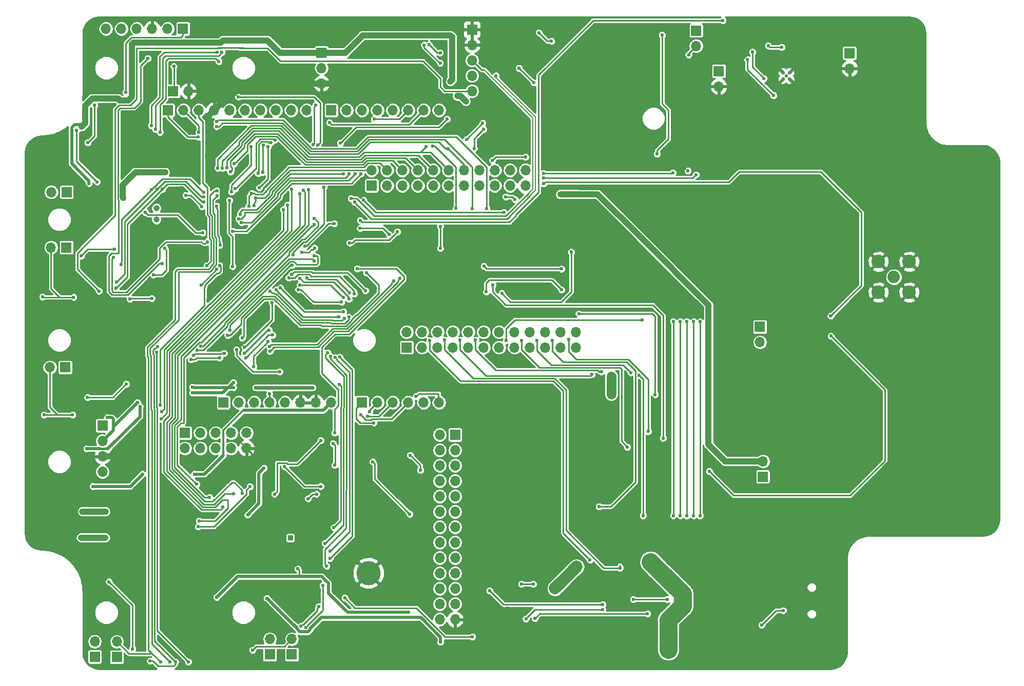
<source format=gbr>
G04 #@! TF.GenerationSoftware,KiCad,Pcbnew,5.0.2-bee76a0~70~ubuntu18.04.1*
G04 #@! TF.CreationDate,2019-03-08T13:42:59+01:00*
G04 #@! TF.ProjectId,BaseCircuit_V2,42617365-4369-4726-9375-69745f56322e,V1*
G04 #@! TF.SameCoordinates,Original*
G04 #@! TF.FileFunction,Copper,L2,Bot*
G04 #@! TF.FilePolarity,Positive*
%FSLAX46Y46*%
G04 Gerber Fmt 4.6, Leading zero omitted, Abs format (unit mm)*
G04 Created by KiCad (PCBNEW 5.0.2-bee76a0~70~ubuntu18.04.1) date Fr 08 Mär 2019 13:42:59 CET*
%MOMM*%
%LPD*%
G01*
G04 APERTURE LIST*
G04 #@! TA.AperFunction,ComponentPad*
%ADD10C,4.000000*%
G04 #@! TD*
G04 #@! TA.AperFunction,ViaPad*
%ADD11C,0.600000*%
G04 #@! TD*
G04 #@! TA.AperFunction,ComponentPad*
%ADD12R,1.700000X1.700000*%
G04 #@! TD*
G04 #@! TA.AperFunction,ComponentPad*
%ADD13O,1.700000X1.700000*%
G04 #@! TD*
G04 #@! TA.AperFunction,ComponentPad*
%ADD14C,1.000000*%
G04 #@! TD*
G04 #@! TA.AperFunction,ComponentPad*
%ADD15C,2.050000*%
G04 #@! TD*
G04 #@! TA.AperFunction,ComponentPad*
%ADD16C,2.250000*%
G04 #@! TD*
G04 #@! TA.AperFunction,ComponentPad*
%ADD17R,0.850000X0.850000*%
G04 #@! TD*
G04 #@! TA.AperFunction,Conductor*
%ADD18C,1.000000*%
G04 #@! TD*
G04 #@! TA.AperFunction,Conductor*
%ADD19C,0.250000*%
G04 #@! TD*
G04 #@! TA.AperFunction,Conductor*
%ADD20C,0.500000*%
G04 #@! TD*
G04 #@! TA.AperFunction,Conductor*
%ADD21C,0.350000*%
G04 #@! TD*
G04 #@! TA.AperFunction,Conductor*
%ADD22C,1.600000*%
G04 #@! TD*
G04 #@! TA.AperFunction,Conductor*
%ADD23C,1.500000*%
G04 #@! TD*
G04 #@! TA.AperFunction,Conductor*
%ADD24C,3.000000*%
G04 #@! TD*
G04 #@! TA.AperFunction,Conductor*
%ADD25C,0.450000*%
G04 #@! TD*
G04 #@! TA.AperFunction,Conductor*
%ADD26C,2.000000*%
G04 #@! TD*
G04 #@! TA.AperFunction,Conductor*
%ADD27C,0.600000*%
G04 #@! TD*
G04 #@! TA.AperFunction,Conductor*
%ADD28C,0.200000*%
G04 #@! TD*
G04 #@! TA.AperFunction,Conductor*
%ADD29C,0.254000*%
G04 #@! TD*
G04 APERTURE END LIST*
D10*
G04 #@! TO.P,U3,39*
G04 #@! TO.N,GND*
X71801000Y-108167000D03*
G04 #@! TD*
D11*
G04 #@! TO.N,GND*
G04 #@! TO.C,U6*
X140723500Y-26057500D03*
X141223500Y-26557500D03*
X140223500Y-26557500D03*
X140223500Y-25557500D03*
X141223500Y-25557500D03*
G04 #@! TD*
D12*
G04 #@! TO.P,J3,1*
G04 #@! TO.N,+3V3*
X41198800Y-18288000D03*
D13*
G04 #@! TO.P,J3,2*
G04 #@! TO.N,/SWCLK*
X38658800Y-18288000D03*
G04 #@! TO.P,J3,3*
G04 #@! TO.N,GND*
X36118800Y-18288000D03*
G04 #@! TO.P,J3,4*
G04 #@! TO.N,/SWDIO*
X33578800Y-18288000D03*
G04 #@! TO.P,J3,5*
G04 #@! TO.N,/NRST*
X31038800Y-18288000D03*
G04 #@! TO.P,J3,6*
G04 #@! TO.N,/TRACESWO*
X28498800Y-18288000D03*
G04 #@! TD*
D12*
G04 #@! TO.P,J5,1*
G04 #@! TO.N,GND*
X88900000Y-18415000D03*
D13*
G04 #@! TO.P,J5,2*
X88900000Y-20955000D03*
G04 #@! TO.P,J5,3*
G04 #@! TO.N,/D_LOAD+*
X88900000Y-23495000D03*
G04 #@! TO.P,J5,4*
G04 #@! TO.N,/D_LOAD-*
X88900000Y-26035000D03*
G04 #@! TO.P,J5,5*
G04 #@! TO.N,+5VL*
X88900000Y-28575000D03*
G04 #@! TD*
D12*
G04 #@! TO.P,J6,1*
G04 #@! TO.N,+BATT*
X64058800Y-22250400D03*
D13*
G04 #@! TO.P,J6,2*
G04 #@! TO.N,/Powersupply/THERM*
X64058800Y-24790400D03*
G04 #@! TO.P,J6,3*
G04 #@! TO.N,GND*
X64058800Y-27330400D03*
G04 #@! TD*
D12*
G04 #@! TO.P,SC1,1*
G04 #@! TO.N,Net-(C27-Pad2)*
X151170000Y-22310000D03*
D13*
G04 #@! TO.P,SC1,2*
G04 #@! TO.N,GND*
X151170000Y-24850000D03*
G04 #@! TD*
D14*
G04 #@! TO.P,Y1,1*
G04 #@! TO.N,Net-(C3-Pad1)*
X36830000Y-47900507D03*
G04 #@! TO.P,Y1,2*
G04 #@! TO.N,Net-(C4-Pad1)*
X36830000Y-49800507D03*
G04 #@! TD*
D12*
G04 #@! TO.P,J4,1*
G04 #@! TO.N,PWR_SW5*
X41529000Y-85026500D03*
D13*
G04 #@! TO.P,J4,2*
G04 #@! TO.N,/PG13*
X41529000Y-87566500D03*
G04 #@! TO.P,J4,3*
G04 #@! TO.N,/PG14*
X44069000Y-85026500D03*
G04 #@! TO.P,J4,4*
G04 #@! TO.N,/PA4*
X44069000Y-87566500D03*
G04 #@! TO.P,J4,5*
G04 #@! TO.N,/PA5*
X46609000Y-85026500D03*
G04 #@! TO.P,J4,6*
G04 #@! TO.N,/PA6*
X46609000Y-87566500D03*
G04 #@! TO.P,J4,7*
G04 #@! TO.N,/PA7*
X49149000Y-85026500D03*
G04 #@! TO.P,J4,8*
G04 #@! TO.N,/PB0*
X49149000Y-87566500D03*
G04 #@! TO.P,J4,9*
G04 #@! TO.N,/PB1*
X51689000Y-85026500D03*
G04 #@! TO.P,J4,10*
G04 #@! TO.N,GND*
X51689000Y-87566500D03*
G04 #@! TD*
D12*
G04 #@! TO.P,J8,1*
G04 #@! TO.N,/PF0*
X27940000Y-83820000D03*
D13*
G04 #@! TO.P,J8,2*
G04 #@! TO.N,PWR_SW6*
X27940000Y-86360000D03*
G04 #@! TO.P,J8,3*
G04 #@! TO.N,GND*
X27940000Y-88900000D03*
G04 #@! TO.P,J8,4*
G04 #@! TO.N,/PF1*
X27940000Y-91440000D03*
G04 #@! TD*
G04 #@! TO.P,J9,8*
G04 #@! TO.N,/PD6*
X83439000Y-31750000D03*
G04 #@! TO.P,J9,7*
G04 #@! TO.N,/PD5*
X80899000Y-31750000D03*
G04 #@! TO.P,J9,6*
G04 #@! TO.N,/PD0*
X78359000Y-31750000D03*
G04 #@! TO.P,J9,5*
G04 #@! TO.N,/PD1*
X75819000Y-31750000D03*
G04 #@! TO.P,J9,4*
G04 #@! TO.N,/PA15*
X73279000Y-31750000D03*
G04 #@! TO.P,J9,3*
G04 #@! TO.N,/PD3*
X70739000Y-31750000D03*
G04 #@! TO.P,J9,2*
G04 #@! TO.N,/PD4*
X68199000Y-31750000D03*
D12*
G04 #@! TO.P,J9,1*
G04 #@! TO.N,/PD7*
X65659000Y-31750000D03*
G04 #@! TD*
G04 #@! TO.P,J10,1*
G04 #@! TO.N,/PG7*
X38735000Y-31750000D03*
D13*
G04 #@! TO.P,J10,2*
G04 #@! TO.N,/PG8*
X41275000Y-31750000D03*
G04 #@! TO.P,J10,3*
G04 #@! TO.N,/VREF*
X43815000Y-31750000D03*
G04 #@! TO.P,J10,4*
G04 #@! TO.N,GND*
X46355000Y-31750000D03*
G04 #@! TO.P,J10,5*
G04 #@! TO.N,/PG9*
X48895000Y-31750000D03*
G04 #@! TO.P,J10,6*
G04 #@! TO.N,/PG10*
X51435000Y-31750000D03*
G04 #@! TO.P,J10,7*
G04 #@! TO.N,/PG11*
X53975000Y-31750000D03*
G04 #@! TO.P,J10,8*
G04 #@! TO.N,/PG12*
X56515000Y-31750000D03*
G04 #@! TO.P,J10,9*
G04 #@! TO.N,/PG15*
X59055000Y-31750000D03*
G04 #@! TO.P,J10,10*
G04 #@! TO.N,/PB5*
X61595000Y-31750000D03*
G04 #@! TD*
D12*
G04 #@! TO.P,J13,1*
G04 #@! TO.N,N/C*
X47879000Y-80010000D03*
D13*
G04 #@! TO.P,J13,2*
G04 #@! TO.N,PWR_SW1*
X50419000Y-80010000D03*
G04 #@! TO.P,J13,3*
G04 #@! TO.N,N/C*
X52959000Y-80010000D03*
G04 #@! TO.P,J13,4*
G04 #@! TO.N,PWR_SW3*
X55499000Y-80010000D03*
G04 #@! TO.P,J13,5*
G04 #@! TO.N,N/C*
X58039000Y-80010000D03*
G04 #@! TO.P,J13,6*
G04 #@! TO.N,GND*
X60579000Y-80010000D03*
G04 #@! TO.P,J13,7*
X63119000Y-80010000D03*
G04 #@! TO.P,J13,8*
G04 #@! TO.N,+5VL*
X65659000Y-80010000D03*
G04 #@! TD*
D12*
G04 #@! TO.P,J14,1*
G04 #@! TO.N,/PF5*
X70739000Y-80010000D03*
D13*
G04 #@! TO.P,J14,2*
G04 #@! TO.N,/PF7*
X73279000Y-80010000D03*
G04 #@! TO.P,J14,3*
G04 #@! TO.N,/PF9*
X75819000Y-80010000D03*
G04 #@! TO.P,J14,4*
G04 #@! TO.N,/PF10*
X78359000Y-80010000D03*
G04 #@! TO.P,J14,5*
G04 #@! TO.N,/PC1*
X80899000Y-80010000D03*
G04 #@! TO.P,J14,6*
G04 #@! TO.N,/PC0*
X83439000Y-80010000D03*
G04 #@! TD*
D12*
G04 #@! TO.P,J15,1*
G04 #@! TO.N,/IO4*
X86106000Y-85344000D03*
D13*
G04 #@! TO.P,J15,2*
G04 #@! TO.N,/IO16*
X83566000Y-85344000D03*
G04 #@! TO.P,J15,3*
G04 #@! TO.N,/IO2*
X86106000Y-87884000D03*
G04 #@! TO.P,J15,4*
G04 #@! TO.N,/ESP_GPIO0*
X83566000Y-87884000D03*
G04 #@! TO.P,J15,5*
G04 #@! TO.N,/SD1*
X86106000Y-90424000D03*
G04 #@! TO.P,J15,6*
G04 #@! TO.N,/IO15*
X83566000Y-90424000D03*
G04 #@! TO.P,J15,7*
G04 #@! TO.N,/CLK*
X86106000Y-92964000D03*
G04 #@! TO.P,J15,8*
G04 #@! TO.N,/SDO*
X83566000Y-92964000D03*
G04 #@! TO.P,J15,9*
G04 #@! TO.N,/SD3*
X86106000Y-95504000D03*
G04 #@! TO.P,J15,10*
G04 #@! TO.N,/CMD*
X83566000Y-95504000D03*
G04 #@! TO.P,J15,11*
G04 #@! TO.N,/IO13*
X86106000Y-98044000D03*
G04 #@! TO.P,J15,12*
G04 #@! TO.N,/SD2*
X83566000Y-98044000D03*
G04 #@! TO.P,J15,13*
G04 #@! TO.N,/IO14*
X86106000Y-100584000D03*
G04 #@! TO.P,J15,14*
G04 #@! TO.N,/IO12*
X83566000Y-100584000D03*
G04 #@! TO.P,J15,15*
G04 #@! TO.N,/IO26*
X86106000Y-103124000D03*
G04 #@! TO.P,J15,16*
G04 #@! TO.N,/IO27*
X83566000Y-103124000D03*
G04 #@! TO.P,J15,17*
G04 #@! TO.N,/IO33*
X86106000Y-105664000D03*
G04 #@! TO.P,J15,18*
G04 #@! TO.N,/IO25*
X83566000Y-105664000D03*
G04 #@! TO.P,J15,19*
G04 #@! TO.N,/IO35*
X86106000Y-108204000D03*
G04 #@! TO.P,J15,20*
G04 #@! TO.N,/IO32*
X83566000Y-108204000D03*
G04 #@! TO.P,J15,21*
G04 #@! TO.N,/SENSOR_VN*
X86106000Y-110744000D03*
G04 #@! TO.P,J15,22*
G04 #@! TO.N,/IO34*
X83566000Y-110744000D03*
G04 #@! TO.P,J15,23*
G04 #@! TO.N,/ESP_RESET*
X86106000Y-113284000D03*
G04 #@! TO.P,J15,24*
G04 #@! TO.N,/SENSOR_VP*
X83566000Y-113284000D03*
G04 #@! TO.P,J15,25*
G04 #@! TO.N,GND*
X86106000Y-115824000D03*
G04 #@! TO.P,J15,26*
G04 #@! TO.N,ESP3V3*
X83566000Y-115824000D03*
G04 #@! TD*
D12*
G04 #@! TO.P,J16,1*
G04 #@! TO.N,UART_GPS_TX*
X72326500Y-44196000D03*
D13*
G04 #@! TO.P,J16,2*
G04 #@! TO.N,/PG13*
X72326500Y-41656000D03*
G04 #@! TO.P,J16,3*
G04 #@! TO.N,UART_GPS_RX*
X74866500Y-44196000D03*
G04 #@! TO.P,J16,4*
G04 #@! TO.N,/PG14*
X74866500Y-41656000D03*
G04 #@! TO.P,J16,5*
G04 #@! TO.N,/PA8*
X77406500Y-44196000D03*
G04 #@! TO.P,J16,6*
G04 #@! TO.N,/PB3*
X77406500Y-41656000D03*
G04 #@! TO.P,J16,7*
G04 #@! TO.N,/PC6*
X79946500Y-44196000D03*
G04 #@! TO.P,J16,8*
G04 #@! TO.N,/PB6*
X79946500Y-41656000D03*
G04 #@! TO.P,J16,9*
G04 #@! TO.N,/PG4*
X82486500Y-44196000D03*
G04 #@! TO.P,J16,10*
G04 #@! TO.N,/PB7*
X82486500Y-41656000D03*
G04 #@! TO.P,J16,11*
G04 #@! TO.N,/PG3*
X85026500Y-44196000D03*
G04 #@! TO.P,J16,12*
G04 #@! TO.N,/PB8*
X85026500Y-41656000D03*
G04 #@! TO.P,J16,13*
G04 #@! TO.N,/PG2*
X87566500Y-44196000D03*
G04 #@! TO.P,J16,14*
G04 #@! TO.N,/PB9*
X87566500Y-41656000D03*
G04 #@! TO.P,J16,15*
G04 #@! TO.N,/PD13*
X90106500Y-44196000D03*
G04 #@! TO.P,J16,16*
G04 #@! TO.N,/PF4*
X90106500Y-41656000D03*
G04 #@! TO.P,J16,17*
G04 #@! TO.N,ANT_BC95*
X92646500Y-44196000D03*
G04 #@! TO.P,J16,18*
G04 #@! TO.N,GPS_ON_SW*
X92646500Y-41656000D03*
G04 #@! TO.P,J16,19*
G04 #@! TO.N,PWR_SW4*
X95186500Y-44196000D03*
G04 #@! TO.P,J16,20*
G04 #@! TO.N,/PF1*
X95186500Y-41656000D03*
G04 #@! TO.P,J16,21*
G04 #@! TO.N,GND*
X97726500Y-44196000D03*
G04 #@! TO.P,J16,22*
G04 #@! TO.N,/PF0*
X97726500Y-41656000D03*
G04 #@! TD*
D12*
G04 #@! TO.P,J7,1*
G04 #@! TO.N,/PA1*
X78105000Y-70929500D03*
D13*
G04 #@! TO.P,J7,2*
G04 #@! TO.N,/PC3*
X78105000Y-68389500D03*
G04 #@! TO.P,J7,3*
G04 #@! TO.N,UART_M95_RX*
X80645000Y-70929500D03*
G04 #@! TO.P,J7,4*
G04 #@! TO.N,/PC2*
X80645000Y-68389500D03*
G04 #@! TO.P,J7,5*
G04 #@! TO.N,UART_M95_TX*
X83185000Y-70929500D03*
G04 #@! TO.P,J7,6*
G04 #@! TO.N,/PH1*
X83185000Y-68389500D03*
G04 #@! TO.P,J7,7*
G04 #@! TO.N,UART_BC95_RX*
X85725000Y-70929500D03*
G04 #@! TO.P,J7,8*
G04 #@! TO.N,/PF6*
X85725000Y-68389500D03*
G04 #@! TO.P,J7,9*
G04 #@! TO.N,UART_BC95_TX*
X88265000Y-70929500D03*
G04 #@! TO.P,J7,10*
G04 #@! TO.N,/PH0*
X88265000Y-68389500D03*
G04 #@! TO.P,J7,11*
G04 #@! TO.N,/PB10*
X90805000Y-70929500D03*
G04 #@! TO.P,J7,12*
G04 #@! TO.N,/PF8*
X90805000Y-68389500D03*
G04 #@! TO.P,J7,13*
G04 #@! TO.N,SMSPIN_BC95*
X93345000Y-70929500D03*
G04 #@! TO.P,J7,14*
G04 #@! TO.N,/PD8*
X93345000Y-68389500D03*
G04 #@! TO.P,J7,15*
G04 #@! TO.N,ANT_M95*
X95885000Y-70929500D03*
G04 #@! TO.P,J7,16*
G04 #@! TO.N,/PD9*
X95885000Y-68389500D03*
G04 #@! TO.P,J7,17*
G04 #@! TO.N,SMSPIN_M95*
X98425000Y-70929500D03*
G04 #@! TO.P,J7,18*
G04 #@! TO.N,/PD10*
X98425000Y-68389500D03*
G04 #@! TO.P,J7,19*
G04 #@! TO.N,M95_DTR*
X100965000Y-70929500D03*
G04 #@! TO.P,J7,20*
G04 #@! TO.N,BC95_RST*
X100965000Y-68389500D03*
G04 #@! TO.P,J7,21*
G04 #@! TO.N,M95_STATUS*
X103505000Y-70929500D03*
G04 #@! TO.P,J7,22*
G04 #@! TO.N,/PF15*
X103505000Y-68389500D03*
G04 #@! TO.P,J7,23*
G04 #@! TO.N,M95_ON_SW*
X106045000Y-70929500D03*
G04 #@! TO.P,J7,24*
G04 #@! TO.N,/PF14*
X106045000Y-68389500D03*
G04 #@! TD*
D15*
G04 #@! TO.P,J12,1*
G04 #@! TO.N,Net-(J12-Pad1)*
X158470000Y-59290000D03*
D16*
G04 #@! TO.P,J12,2*
G04 #@! TO.N,GND*
X161010000Y-61830000D03*
X161010000Y-56750000D03*
X155930000Y-56750000D03*
X155930000Y-61830000D03*
G04 #@! TD*
D12*
G04 #@! TO.P,J19,1*
G04 #@! TO.N,Net-(C56-Pad2)*
X136870000Y-92250000D03*
D13*
G04 #@! TO.P,J19,2*
G04 #@! TO.N,PWR_SW7*
X136870000Y-89710000D03*
G04 #@! TD*
G04 #@! TO.P,J20,2*
G04 #@! TO.N,GND*
X129600000Y-27820000D03*
D12*
G04 #@! TO.P,J20,1*
G04 #@! TO.N,Net-(J20-Pad1)*
X129600000Y-25280000D03*
G04 #@! TD*
G04 #@! TO.P,J21,1*
G04 #@! TO.N,PWR_SW8*
X125860000Y-18600000D03*
D13*
G04 #@! TO.P,J21,2*
G04 #@! TO.N,Net-(C60-Pad2)*
X125860000Y-21140000D03*
G04 #@! TD*
D12*
G04 #@! TO.P,J11,1*
G04 #@! TO.N,Net-(C48-Pad1)*
X136380000Y-67510000D03*
D13*
G04 #@! TO.P,J11,2*
G04 #@! TO.N,PWR_SW2*
X136380000Y-70050000D03*
G04 #@! TD*
D12*
G04 #@! TO.P,J22,1*
G04 #@! TO.N,/NRST*
X39600000Y-28600000D03*
D13*
G04 #@! TO.P,J22,2*
G04 #@! TO.N,GND*
X42140000Y-28600000D03*
G04 #@! TD*
D12*
G04 #@! TO.P,J23,1*
G04 #@! TO.N,+3V3*
X30300000Y-122030000D03*
D13*
G04 #@! TO.P,J23,2*
G04 #@! TO.N,/LED1*
X30300000Y-119490000D03*
G04 #@! TD*
G04 #@! TO.P,J27,2*
G04 #@! TO.N,/LED4*
X59160000Y-119080000D03*
D12*
G04 #@! TO.P,J27,1*
G04 #@! TO.N,+3V3*
X59160000Y-121620000D03*
G04 #@! TD*
G04 #@! TO.P,J25,1*
G04 #@! TO.N,+3V3*
X26670000Y-122010000D03*
D13*
G04 #@! TO.P,J25,2*
G04 #@! TO.N,/LED3*
X26670000Y-119470000D03*
G04 #@! TD*
G04 #@! TO.P,J26,2*
G04 #@! TO.N,/BT1*
X19490000Y-45270000D03*
D12*
G04 #@! TO.P,J26,1*
G04 #@! TO.N,+3V3*
X22030000Y-45270000D03*
G04 #@! TD*
D13*
G04 #@! TO.P,J24,2*
G04 #@! TO.N,/LED2*
X55530000Y-119080000D03*
D12*
G04 #@! TO.P,J24,1*
G04 #@! TO.N,+3V3*
X55530000Y-121620000D03*
G04 #@! TD*
G04 #@! TO.P,J28,1*
G04 #@! TO.N,+3V3*
X22000000Y-54400000D03*
D13*
G04 #@! TO.P,J28,2*
G04 #@! TO.N,/BT2*
X19460000Y-54400000D03*
G04 #@! TD*
G04 #@! TO.P,J29,2*
G04 #@! TO.N,/BT3*
X19260000Y-74200000D03*
D12*
G04 #@! TO.P,J29,1*
G04 #@! TO.N,+3V3*
X21800000Y-74200000D03*
G04 #@! TD*
D17*
G04 #@! TO.P,TP1,1*
G04 #@! TO.N,/IO17*
X58928000Y-102362000D03*
G04 #@! TD*
D11*
G04 #@! TO.N,GND*
X147080000Y-67080000D03*
X147080000Y-67690000D03*
X124780000Y-51750000D03*
X116300000Y-48370000D03*
X112880000Y-51770000D03*
X112880000Y-55130000D03*
X116280000Y-60250000D03*
X124780000Y-55150000D03*
X112470000Y-28660000D03*
X112480000Y-31240000D03*
X112480000Y-33770000D03*
X112490000Y-36320000D03*
X123910000Y-36280000D03*
X123940000Y-33780000D03*
X123890000Y-31230000D03*
X123940000Y-28690000D03*
X41351200Y-48971200D03*
X82448400Y-20421600D03*
X40903484Y-44573432D03*
X31191200Y-32131000D03*
X36703000Y-28727400D03*
X57531000Y-38036500D03*
X51866763Y-44929942D03*
X60642500Y-115887500D03*
X42418000Y-109220000D03*
X32194500Y-91313000D03*
X37719000Y-53276500D03*
X33528000Y-56515000D03*
X84264500Y-26924000D03*
X81915000Y-27305000D03*
X45065010Y-39384498D03*
X69659500Y-57023000D03*
X68326000Y-50990500D03*
X66929000Y-46101000D03*
X38100000Y-39306500D03*
X46741339Y-59699198D03*
X45356700Y-63157904D03*
X63690500Y-68008500D03*
X57146702Y-69786500D03*
X61341000Y-63119000D03*
X62865000Y-57912000D03*
X37401500Y-67373500D03*
X48508715Y-44812733D03*
X59070098Y-89364490D03*
X119490000Y-26700000D03*
X123270000Y-38620000D03*
X100820000Y-115730000D03*
X103870000Y-115604990D03*
X129580000Y-29640000D03*
X151180000Y-27140000D03*
X138690000Y-28040000D03*
X110600000Y-23000000D03*
X114890000Y-107430000D03*
X92950000Y-110590000D03*
X94780000Y-113995010D03*
X127980000Y-93880000D03*
X108920000Y-104310000D03*
X50590000Y-86510000D03*
X52550000Y-91700000D03*
X96900000Y-45600000D03*
X95550000Y-51700000D03*
X95500000Y-55200000D03*
X95450000Y-58800000D03*
X95500000Y-62300000D03*
X134100000Y-84400000D03*
X135400000Y-84400000D03*
X136600000Y-84400000D03*
X139700000Y-84400000D03*
X141000000Y-84400000D03*
X144600000Y-84400000D03*
X144600000Y-83100000D03*
X144600000Y-81800000D03*
X144600000Y-80500000D03*
X144600000Y-79200000D03*
X144600000Y-77900000D03*
X144600000Y-76600000D03*
X144600000Y-75300000D03*
X144600000Y-74000000D03*
X144600000Y-72700000D03*
X144600000Y-71400000D03*
X144600000Y-70100000D03*
X144600000Y-68800000D03*
X144600000Y-67390000D03*
X144600000Y-66100000D03*
X144600000Y-64800000D03*
X144600000Y-63500000D03*
X144600000Y-62200000D03*
X144600000Y-60900000D03*
X144600000Y-59600000D03*
X144600000Y-58300000D03*
X144600000Y-57000000D03*
X144600000Y-55700000D03*
X144600000Y-54400000D03*
X144600000Y-53100000D03*
X144600000Y-51800000D03*
X144600000Y-50600000D03*
X141500000Y-50600000D03*
X139800000Y-50600000D03*
X136500000Y-50600000D03*
X135200000Y-50600000D03*
X133900000Y-50600000D03*
X132600000Y-50600000D03*
X132600000Y-47500000D03*
X133900000Y-47500000D03*
X135200000Y-47500000D03*
X136500000Y-47500000D03*
X137800000Y-47500000D03*
X139100000Y-47500000D03*
X140400000Y-47500000D03*
X141700000Y-47500000D03*
X143000000Y-47500000D03*
X144300000Y-47500000D03*
X145600000Y-47600000D03*
X146900000Y-48700000D03*
X147700000Y-50100000D03*
X147700000Y-51400000D03*
X147700000Y-52700000D03*
X147700000Y-54000000D03*
X147700000Y-55300000D03*
X147700000Y-56600000D03*
X147700000Y-57900000D03*
X147700000Y-59200000D03*
X147700000Y-60500000D03*
X147700000Y-61800000D03*
X147700000Y-63100000D03*
X147700000Y-64400000D03*
X134100000Y-87400000D03*
X135400000Y-87400000D03*
X136700000Y-87400000D03*
X138000000Y-87400000D03*
X139300000Y-87400000D03*
X140600000Y-87400000D03*
X141900000Y-87400000D03*
X143200000Y-87400000D03*
X144500000Y-87400000D03*
X145800000Y-87100000D03*
X147100000Y-85900000D03*
X147600000Y-84600000D03*
X147600000Y-83300000D03*
X147600000Y-82000000D03*
X147600000Y-80700000D03*
X147600000Y-79400000D03*
X147600000Y-78100000D03*
X147600000Y-76800000D03*
X147600000Y-75500000D03*
X147600000Y-74200000D03*
X147600000Y-72900000D03*
X147600000Y-71600000D03*
X147600000Y-70300000D03*
X149300000Y-68900000D03*
X149300000Y-65900000D03*
X150600000Y-65900000D03*
X151900000Y-65900000D03*
X153200000Y-65900000D03*
X154500000Y-65900000D03*
X155800000Y-65900000D03*
X157100000Y-65900000D03*
X157100000Y-64600000D03*
X157100000Y-63300000D03*
X160100000Y-65900000D03*
X161400000Y-65900000D03*
X162700000Y-65900000D03*
X163900000Y-65900000D03*
X150600000Y-68900000D03*
X153500000Y-68900000D03*
X154800000Y-68900000D03*
X158400000Y-68900000D03*
X159700000Y-68900000D03*
X161000000Y-68900000D03*
X162200000Y-68900000D03*
X130650000Y-83560000D03*
X132900000Y-84400000D03*
X132840000Y-87410000D03*
X50660000Y-70510000D03*
X44570000Y-48970000D03*
X44590000Y-52890000D03*
X55054500Y-110299500D03*
X121730000Y-19230000D03*
X46228000Y-62249243D03*
G04 #@! TO.N,+5VL*
X29019500Y-109601000D03*
X27368500Y-61595000D03*
X34544000Y-91821000D03*
X26352500Y-93853000D03*
X43116500Y-91821000D03*
X32876065Y-120715553D03*
G04 #@! TO.N,+BATT*
X30797500Y-30099000D03*
X24511000Y-34417000D03*
X25717500Y-43815000D03*
X85320000Y-26987500D03*
X24405566Y-55797348D03*
X29930957Y-54713489D03*
X87884000Y-30276800D03*
X86461600Y-29413200D03*
G04 #@! TO.N,+3.3VP*
X65976500Y-86804500D03*
X66230500Y-90360500D03*
G04 #@! TO.N,+3V3*
X31786479Y-28803600D03*
X31305500Y-44069000D03*
X31369000Y-46228000D03*
X28829000Y-87630000D03*
X25336500Y-87630000D03*
X38268510Y-41993823D03*
X83693000Y-119570500D03*
X49530000Y-76708000D03*
X49530000Y-77533500D03*
X42771746Y-78428213D03*
X34121490Y-80677282D03*
X42771746Y-77470000D03*
X83650000Y-50950000D03*
X83650000Y-54550000D03*
X86250000Y-47950000D03*
X82450000Y-37650000D03*
X99090000Y-27210000D03*
X96640000Y-24790000D03*
X55090000Y-112350000D03*
X101980000Y-20340000D03*
X99900000Y-18930000D03*
X111850000Y-78850000D03*
X111850000Y-75470000D03*
X24620000Y-98010000D03*
X28480000Y-97980000D03*
X24420000Y-102330000D03*
X28420000Y-102360000D03*
X122530000Y-114670000D03*
X54590000Y-90830000D03*
X51890000Y-98570000D03*
X121260000Y-120800000D03*
X121260000Y-120170000D03*
X121260000Y-115940000D03*
X121260000Y-120170000D03*
X106110000Y-107120000D03*
X102840000Y-110410000D03*
X105510000Y-107740000D03*
X103480000Y-109770000D03*
X104150000Y-109100000D03*
X123610000Y-113590000D03*
X123610000Y-111620000D03*
X119960000Y-107970000D03*
X118350000Y-106360000D03*
X119430000Y-107440000D03*
X119430000Y-107440000D03*
X119430000Y-107440000D03*
X119430000Y-107440000D03*
X119430000Y-107440000D03*
X119430000Y-107440000D03*
X111850000Y-78140000D03*
X111850000Y-76150000D03*
G04 #@! TO.N,/ESP_TXD0*
X61849000Y-95885000D03*
X63246000Y-95123000D03*
G04 #@! TO.N,/ESP_GPIO0*
X80391000Y-91187411D03*
X78702046Y-88703197D03*
G04 #@! TO.N,/ESP_RESET*
X72517000Y-89789000D03*
X78613000Y-98425000D03*
G04 #@! TO.N,/VREF*
X46799500Y-58029175D03*
X44227221Y-60603254D03*
X45147540Y-57403754D03*
G04 #@! TO.N,/PF0*
X67691000Y-42271010D03*
X50623978Y-48935010D03*
G04 #@! TO.N,/PF1*
X68643500Y-42271010D03*
X50387952Y-49688940D03*
G04 #@! TO.N,/PF4*
X70548500Y-42271010D03*
X49398210Y-51755041D03*
G04 #@! TO.N,/PF5*
X72680000Y-83354968D03*
G04 #@! TO.N,/PF6*
X61658500Y-59470532D03*
X68712157Y-61924442D03*
G04 #@! TO.N,/PF7*
X71990000Y-81500000D03*
G04 #@! TO.N,/PF8*
X71310500Y-61531500D03*
X59151249Y-58812508D03*
G04 #@! TO.N,/PF9*
X71664878Y-82275122D03*
G04 #@! TO.N,/PF10*
X70530000Y-82010000D03*
G04 #@! TO.N,/PH0*
X58662997Y-59433578D03*
X69494193Y-62036372D03*
G04 #@! TO.N,/PH1*
X60515500Y-59499500D03*
X68588035Y-62916394D03*
G04 #@! TO.N,/PC0*
X79650000Y-79020000D03*
G04 #@! TO.N,/PC2*
X60515500Y-60579000D03*
X67691000Y-62674500D03*
G04 #@! TO.N,/PC3*
X60261500Y-61341000D03*
X67353382Y-63450677D03*
G04 #@! TO.N,/PC5*
X84772500Y-33210500D03*
X64498637Y-44430010D03*
X59213316Y-57321541D03*
X59360618Y-55651519D03*
X48981512Y-68047995D03*
X67183000Y-37147500D03*
G04 #@! TO.N,/PF14*
X55562500Y-71564500D03*
X77003053Y-59477691D03*
G04 #@! TO.N,/PF15*
X55499000Y-70739000D03*
X75940491Y-59917984D03*
G04 #@! TO.N,/PE7*
X47244000Y-72644000D03*
X51308000Y-71882000D03*
X55432656Y-68072000D03*
X42553210Y-72922163D03*
G04 #@! TO.N,/PE8*
X48006000Y-71882000D03*
X42969701Y-72250855D03*
X55876895Y-63530881D03*
X51371908Y-70905522D03*
G04 #@! TO.N,/PE9*
X51562000Y-72644000D03*
X56014126Y-68873724D03*
G04 #@! TO.N,/PG5*
X62928500Y-54483000D03*
X60833000Y-55181500D03*
X29779158Y-56032520D03*
X45211565Y-53467000D03*
G04 #@! TO.N,/PG7*
X68707000Y-53643032D03*
X76581000Y-51816000D03*
X46736000Y-34417000D03*
X43760179Y-36134371D03*
X88900000Y-47994990D03*
G04 #@! TO.N,/PG8*
X46801606Y-33629717D03*
X43834990Y-35347909D03*
X70421500Y-51244500D03*
X75257122Y-52270122D03*
X91313000Y-47994990D03*
G04 #@! TO.N,/PC7*
X137052500Y-26487500D03*
X34988500Y-48577500D03*
X66167000Y-50482500D03*
X70440000Y-49940000D03*
X130260000Y-16910000D03*
X135160000Y-22130000D03*
X44479546Y-51996210D03*
X61322872Y-54147372D03*
G04 #@! TO.N,/PD0*
X72745600Y-33223200D03*
G04 #@! TO.N,/PD2*
X59105800Y-44780200D03*
X47813534Y-97307400D03*
G04 #@! TO.N,/PD5*
X65379600Y-33797410D03*
G04 #@! TO.N,/PG10*
X54414507Y-42006177D03*
X54471590Y-37545076D03*
G04 #@! TO.N,/PG12*
X53636263Y-42191528D03*
X55719542Y-37105065D03*
G04 #@! TO.N,/PG13*
X58420000Y-47434500D03*
X53213000Y-46247990D03*
X52959000Y-47478010D03*
X37592000Y-82677000D03*
G04 #@! TO.N,/PG14*
X52562317Y-45456845D03*
X57785000Y-48133000D03*
X37696872Y-81492628D03*
X52058760Y-47540996D03*
G04 #@! TO.N,/PB3*
X49657000Y-40576500D03*
G04 #@! TO.N,/PB5*
X56388000Y-36665054D03*
X49846512Y-44740674D03*
G04 #@! TO.N,/PB6*
X49031123Y-41931267D03*
G04 #@! TO.N,/PB7*
X48500143Y-41265202D03*
G04 #@! TO.N,/PB8*
X47713762Y-41340857D03*
X90660000Y-33890000D03*
X87960000Y-36580000D03*
X81310000Y-37760000D03*
G04 #@! TO.N,/PB9*
X46926500Y-41275000D03*
X90810000Y-34890000D03*
X84920000Y-38080000D03*
X89240000Y-38060000D03*
G04 #@! TO.N,/IO22*
X63636998Y-113708391D03*
X60677074Y-116940588D03*
G04 #@! TO.N,/IO21*
X64262000Y-110236000D03*
X61459228Y-117141556D03*
G04 #@! TO.N,/IO19*
X64897000Y-106997500D03*
X65528044Y-72403127D03*
G04 #@! TO.N,/IO18*
X65488490Y-105730706D03*
X67079363Y-72514529D03*
G04 #@! TO.N,/IO5*
X65488490Y-104546378D03*
X66293735Y-72597642D03*
G04 #@! TO.N,/IO17*
X64643000Y-103251000D03*
X65046128Y-71777128D03*
G04 #@! TO.N,Net-(J1-Pad4)*
X43738800Y-100533200D03*
X52250000Y-93890000D03*
G04 #@! TO.N,/Interfaces/+5V_ESP*
X63944500Y-93853000D03*
X57975500Y-90594510D03*
X136650000Y-116760000D03*
X140230000Y-114350000D03*
G04 #@! TO.N,STM3V3*
X36322000Y-58913575D03*
X38199081Y-54555175D03*
X47321599Y-53992931D03*
X46772481Y-47544117D03*
G04 #@! TO.N,/PC10*
X61925200Y-44831000D03*
X51000122Y-94967522D03*
G04 #@! TO.N,/PC11*
X61061600Y-44958000D03*
X49530000Y-95046800D03*
G04 #@! TO.N,/PC12*
X60477400Y-45516800D03*
X43864277Y-99537967D03*
G04 #@! TO.N,/PC8*
X62860805Y-50606049D03*
X45610547Y-95681800D03*
G04 #@! TO.N,/PC9*
X43484800Y-93497400D03*
X62890400Y-49606200D03*
G04 #@! TO.N,/SWCLK*
X63119000Y-30861000D03*
X62658512Y-37417488D03*
G04 #@! TO.N,/SWDIO*
X63450276Y-37484990D03*
X50349989Y-29585489D03*
G04 #@! TO.N,/NRST*
X37798540Y-57026340D03*
X35400000Y-23200000D03*
X39700000Y-24500000D03*
G04 #@! TO.N,/BT2*
X23177500Y-62611000D03*
X18034000Y-62547500D03*
G04 #@! TO.N,/LED2*
X39036737Y-122888263D03*
X46825488Y-45904443D03*
G04 #@! TO.N,/LED1*
X37528500Y-122872500D03*
X46825490Y-45064440D03*
G04 #@! TO.N,/LED4*
X43561000Y-71374000D03*
X62891918Y-55782082D03*
X36849990Y-71691500D03*
X42100500Y-122824990D03*
X52710000Y-120880000D03*
G04 #@! TO.N,/LED3*
X37020500Y-70739000D03*
X44140400Y-70699648D03*
X62865000Y-56618489D03*
X39956355Y-122824990D03*
X35800000Y-122700000D03*
G04 #@! TO.N,/PD13*
X63944500Y-86296500D03*
X66230500Y-85026500D03*
X69977000Y-57912000D03*
X56300000Y-95130000D03*
G04 #@! TO.N,ESP3V3*
X78437000Y-114597000D03*
X46790000Y-112160000D03*
X60170000Y-107470000D03*
G04 #@! TO.N,/BT3*
X36068000Y-62801500D03*
X25463500Y-79184500D03*
X18288000Y-82042000D03*
X22987000Y-82042000D03*
X32462924Y-62888770D03*
X31865302Y-76950302D03*
G04 #@! TO.N,/LOAD_STAT1*
X36017200Y-34264600D03*
X36017200Y-44831000D03*
X30991512Y-57262022D03*
X46856733Y-22145094D03*
X44623479Y-45306561D03*
G04 #@! TO.N,/LOAD_STAT2*
X81788661Y-20899504D03*
X36677600Y-34899600D03*
X30246124Y-60095520D03*
X47646531Y-22163479D03*
X36905146Y-44829946D03*
X83649490Y-22250400D03*
X44638701Y-46096426D03*
G04 #@! TO.N,/LOAD_PG*
X81000600Y-20955000D03*
X37414200Y-35382200D03*
X47117000Y-23685500D03*
X37784524Y-44820324D03*
X83649490Y-23951893D03*
X44638701Y-46898504D03*
X30206279Y-61106990D03*
G04 #@! TO.N,/ESP_ON*
X88963500Y-118681500D03*
X66103500Y-100647500D03*
X66992500Y-77025500D03*
X57150000Y-74930000D03*
X67910000Y-112290000D03*
X50040000Y-71260000D03*
G04 #@! TO.N,Net-(R42-Pad2)*
X26606500Y-30924500D03*
X25527000Y-37084000D03*
G04 #@! TO.N,Net-(R43-Pad1)*
X139977631Y-21331513D03*
X137751000Y-21090000D03*
G04 #@! TO.N,Net-(J17-Pad2)*
X138650000Y-29320000D03*
X134350000Y-23400000D03*
G04 #@! TO.N,PWR_SW2*
X53200000Y-77530000D03*
X62630000Y-77540000D03*
G04 #@! TO.N,/MODE_SYNC*
X41656000Y-45783500D03*
X44336791Y-47642629D03*
G04 #@! TO.N,PWR_SW3*
X55510000Y-78590000D03*
G04 #@! TO.N,/PA1*
X57285215Y-61080294D03*
X67676091Y-65032003D03*
G04 #@! TO.N,/PF12*
X71501000Y-58610500D03*
X50974372Y-69325872D03*
G04 #@! TO.N,/PG0*
X52895500Y-74041000D03*
X55245000Y-69913500D03*
G04 #@! TO.N,PWR_SW5*
X37465000Y-80454500D03*
X47307500Y-57404000D03*
X49403000Y-57531000D03*
X52451000Y-37719000D03*
X49212500Y-45212000D03*
X48870992Y-46628990D03*
G04 #@! TO.N,PWR_SW6*
X28759996Y-82479651D03*
X33693954Y-80012954D03*
G04 #@! TO.N,Net-(JP18-Pad2)*
X23685500Y-35052000D03*
X27051000Y-43561000D03*
G04 #@! TO.N,/D_LOAD+*
X68914479Y-46308479D03*
G04 #@! TO.N,/D_LOAD-*
X92837000Y-26035000D03*
X69515521Y-46923489D03*
G04 #@! TO.N,USIM_VDD*
X110450000Y-113380000D03*
X91800000Y-111080000D03*
X122110000Y-98680000D03*
X122110000Y-66620000D03*
G04 #@! TO.N,Net-(C47-Pad1)*
X98990000Y-109990000D03*
X97040000Y-109980000D03*
G04 #@! TO.N,USIM_GND*
X115500000Y-112520000D03*
X121080000Y-112520000D03*
X126510000Y-98700000D03*
X126500000Y-66670000D03*
G04 #@! TO.N,Net-(Q12-Pad3)*
X90850000Y-57500000D03*
X103650000Y-57950000D03*
G04 #@! TO.N,Net-(Q13-Pad3)*
X91250000Y-61750000D03*
X103650000Y-61400000D03*
G04 #@! TO.N,Net-(Q15-Pad3)*
X106500000Y-65350000D03*
X119100000Y-78700000D03*
G04 #@! TO.N,M95_NETLIGHT*
X120400000Y-85900000D03*
X92300000Y-60600000D03*
G04 #@! TO.N,BC95_NETLIGHT*
X105250000Y-55150000D03*
X93800000Y-62000000D03*
G04 #@! TO.N,USIM_CLK*
X99270000Y-115690000D03*
X117810000Y-114890000D03*
X125430000Y-66640000D03*
X125430000Y-98690000D03*
G04 #@! TO.N,USIM_DATA*
X124310000Y-98710000D03*
X124310000Y-66620000D03*
G04 #@! TO.N,USIM_RST*
X97780000Y-115720000D03*
X110460000Y-114220000D03*
X123240000Y-66600000D03*
X123240000Y-98690000D03*
G04 #@! TO.N,Net-(R80-Pad1)*
X119410000Y-38930000D03*
X120240000Y-19330000D03*
G04 #@! TO.N,ANT_M95*
X97100000Y-69730000D03*
X114500000Y-87350000D03*
X128020000Y-91360000D03*
X148080000Y-69030000D03*
G04 #@! TO.N,ANT_BC95*
X94450000Y-46050000D03*
X95950000Y-46450000D03*
X148070000Y-65720000D03*
X100710000Y-43890000D03*
G04 #@! TO.N,SMSPIN_BC95*
X94520000Y-69760000D03*
X116960000Y-66410000D03*
G04 #@! TO.N,M95_STATUS*
X117950000Y-84790000D03*
X104810000Y-69590000D03*
G04 #@! TO.N,M95_DTR*
X109840000Y-97200000D03*
X102110000Y-69790000D03*
G04 #@! TO.N,SMSPIN_M95*
X117110000Y-98710000D03*
X115080000Y-75070000D03*
X99590000Y-69800000D03*
X116450000Y-75560000D03*
G04 #@! TO.N,GPS_ON_SW*
X69596000Y-42271010D03*
X92260000Y-40030000D03*
X97730000Y-39460000D03*
X100680000Y-42170000D03*
X122010000Y-42050000D03*
X50863929Y-50319466D03*
G04 #@! TO.N,UART_GPS_TX*
X124520000Y-41764990D03*
X94140000Y-48610000D03*
X71016889Y-46605611D03*
G04 #@! TO.N,UART_GPS_RX*
X125840000Y-42380000D03*
X100710756Y-42959413D03*
G04 #@! TO.N,UART_M95_RX*
X66897650Y-65878468D03*
X56572887Y-61421918D03*
X81900000Y-69750000D03*
X108350000Y-106010000D03*
G04 #@! TO.N,UART_M95_TX*
X55595928Y-61619481D03*
X67820815Y-66119334D03*
X113290000Y-107340000D03*
X84370000Y-69710000D03*
G04 #@! TO.N,UART_BC95_RX*
X48577500Y-68897500D03*
X68581604Y-65906450D03*
X86940000Y-69720000D03*
X108690000Y-75380000D03*
G04 #@! TO.N,UART_BC95_TX*
X89480000Y-69720000D03*
X110260000Y-74920000D03*
G04 #@! TO.N,Net-(C60-Pad2)*
X124620000Y-22580000D03*
G04 #@! TO.N,PWR_SW7*
X104230000Y-45640000D03*
X104230000Y-45640000D03*
X104230000Y-45640000D03*
X103500000Y-45610000D03*
G04 #@! TO.N,/PG11*
X55256333Y-37745031D03*
X53758293Y-44570036D03*
G04 #@! TD*
D18*
G04 #@! TO.N,GND*
X50800000Y-27305000D02*
X50800000Y-27305000D01*
X59055000Y-27305000D02*
X50800000Y-27305000D01*
D19*
X40903484Y-44997696D02*
X40903484Y-44573432D01*
X40903484Y-48523484D02*
X40903484Y-44997696D01*
X41351200Y-48971200D02*
X40903484Y-48523484D01*
D20*
X31191200Y-32131000D02*
X31615464Y-32131000D01*
X31615464Y-32131000D02*
X33299400Y-32131000D01*
X33299400Y-32131000D02*
X36703000Y-28727400D01*
D18*
X46355000Y-31750000D02*
X45505001Y-32599999D01*
X45505001Y-41377501D02*
X47815500Y-43688000D01*
X45505001Y-32599999D02*
X45505001Y-38671500D01*
X45505001Y-38671500D02*
X45505001Y-41377501D01*
X47815500Y-43688000D02*
X47815500Y-44831000D01*
X47815500Y-44831000D02*
X47815500Y-45402500D01*
D19*
X54483000Y-44894500D02*
X54483000Y-44577000D01*
X51866763Y-44929942D02*
X52166762Y-44629943D01*
X52948443Y-44629943D02*
X53511477Y-45192977D01*
X53511477Y-45192977D02*
X54184523Y-45192977D01*
X57531000Y-41529000D02*
X57531000Y-38460764D01*
X54184523Y-45192977D02*
X54483000Y-44894500D01*
X57531000Y-38460764D02*
X57531000Y-38036500D01*
X54483000Y-44577000D02*
X57531000Y-41529000D01*
X52166762Y-44629943D02*
X52948443Y-44629943D01*
D18*
X55054500Y-110299500D02*
X60642500Y-115887500D01*
X29781500Y-88900000D02*
X32194500Y-91313000D01*
X27940000Y-88900000D02*
X29781500Y-88900000D01*
D19*
X37719000Y-53276500D02*
X34480500Y-56515000D01*
X34480500Y-56515000D02*
X33528000Y-56515000D01*
X83858100Y-20421600D02*
X84264500Y-20828000D01*
X84264500Y-27876500D02*
X84391500Y-28003500D01*
X82448400Y-20421600D02*
X83858100Y-20421600D01*
X86614000Y-20955000D02*
X88900000Y-20955000D01*
X84391500Y-28003500D02*
X86614000Y-28003500D01*
X86614000Y-28003500D02*
X86614000Y-20955000D01*
X84264500Y-26924000D02*
X84264500Y-27876500D01*
X84264500Y-20828000D02*
X84264500Y-26924000D01*
D18*
X59055000Y-27305000D02*
X60257081Y-27305000D01*
X60257081Y-27305000D02*
X81915000Y-27305000D01*
D19*
X45505001Y-38671500D02*
X45505001Y-38944507D01*
X45505001Y-38944507D02*
X45365009Y-39084499D01*
X45365009Y-39084499D02*
X45065010Y-39384498D01*
X68326000Y-47498000D02*
X68326000Y-50990500D01*
X66929000Y-46101000D02*
X68326000Y-47498000D01*
D20*
X31191200Y-32397700D02*
X31191200Y-32131000D01*
X38100000Y-39306500D02*
X31191200Y-32397700D01*
D19*
X45356700Y-63157904D02*
X46741339Y-61773265D01*
X46741339Y-61773265D02*
X46741339Y-60123462D01*
X47815500Y-60007500D02*
X47507198Y-59699198D01*
X47507198Y-59699198D02*
X47165603Y-59699198D01*
X47165603Y-59699198D02*
X46741339Y-59699198D01*
X46741339Y-60123462D02*
X46741339Y-59699198D01*
X61041001Y-62819001D02*
X60279001Y-62819001D01*
X61341000Y-63119000D02*
X61041001Y-62819001D01*
X60279001Y-62819001D02*
X57785000Y-60325000D01*
X57785000Y-60325000D02*
X57785000Y-59245500D01*
X57785000Y-59245500D02*
X57785000Y-59118500D01*
X57785000Y-59118500D02*
X58928000Y-57975500D01*
X62801500Y-57975500D02*
X62865000Y-57912000D01*
X58928000Y-57975500D02*
X62801500Y-57975500D01*
X68326000Y-51414764D02*
X67818000Y-51922764D01*
X68326000Y-50990500D02*
X68326000Y-51414764D01*
X67818000Y-55181500D02*
X69659500Y-57023000D01*
X67818000Y-51922764D02*
X67818000Y-55181500D01*
X48084451Y-44812733D02*
X48508715Y-44812733D01*
X47815500Y-44831000D02*
X47833767Y-44812733D01*
X47833767Y-44812733D02*
X48084451Y-44812733D01*
X51566764Y-45229941D02*
X51866763Y-44929942D01*
X47815500Y-45402500D02*
X48367002Y-45954002D01*
X48367002Y-45954002D02*
X50842703Y-45954002D01*
X50842703Y-45954002D02*
X51566764Y-45229941D01*
X51646500Y-87566500D02*
X50590000Y-86510000D01*
X51689000Y-87566500D02*
X51646500Y-87566500D01*
X52550000Y-88427500D02*
X51689000Y-87566500D01*
X52550000Y-91700000D02*
X52550000Y-88427500D01*
D18*
X50800000Y-27305000D02*
X46355000Y-31750000D01*
D19*
X41351200Y-48971200D02*
X44568800Y-48971200D01*
X44568800Y-48971200D02*
X44570000Y-48970000D01*
X45094548Y-52385452D02*
X45094548Y-49494548D01*
X45094548Y-49494548D02*
X44869999Y-49269999D01*
X44590000Y-52890000D02*
X45094548Y-52385452D01*
X44869999Y-49269999D02*
X44570000Y-48970000D01*
D18*
X47968197Y-52293588D02*
X47968197Y-52347831D01*
X48312036Y-52691670D02*
X48312036Y-59510964D01*
X47968197Y-52347831D02*
X48312036Y-52691670D01*
X47815500Y-45402500D02*
X47815500Y-52140891D01*
X48312036Y-59510964D02*
X47815500Y-60007500D01*
X47815500Y-52140891D02*
X47968197Y-52293588D01*
D19*
G04 #@! TO.N,+5VL*
X32893000Y-113474500D02*
X29019500Y-109601000D01*
X50736500Y-21526500D02*
X50609500Y-21526500D01*
X51371500Y-21526500D02*
X50525985Y-21526500D01*
X46863000Y-21526500D02*
X47259964Y-21526500D01*
X50736500Y-21526500D02*
X51244500Y-21526500D01*
X51244500Y-21526500D02*
X51371500Y-21526500D01*
X46970001Y-21419499D02*
X46863000Y-21526500D01*
X51137499Y-21419499D02*
X46970001Y-21419499D01*
X51244500Y-21526500D02*
X51137499Y-21419499D01*
X23790564Y-55333569D02*
X30035500Y-49088633D01*
X33591500Y-21526500D02*
X46863000Y-21526500D01*
X30035500Y-49088633D02*
X30035500Y-31559500D01*
X30035500Y-31559500D02*
X30680990Y-30914010D01*
X32532089Y-30914009D02*
X33591500Y-29854598D01*
X30680990Y-30914010D02*
X32532089Y-30914009D01*
X27368500Y-61595000D02*
X23790564Y-58017064D01*
X33591500Y-29854598D02*
X33591500Y-21526500D01*
X23790564Y-58017064D02*
X23790564Y-55333569D01*
X51371500Y-21526500D02*
X55181500Y-21526500D01*
X55181500Y-21526500D02*
X57045001Y-23390001D01*
X84340731Y-28575000D02*
X87697919Y-28575000D01*
X83649499Y-27883768D02*
X84340731Y-28575000D01*
X87697919Y-28575000D02*
X88900000Y-28575000D01*
X83649499Y-26469597D02*
X83649499Y-27883768D01*
D20*
X26352500Y-93853000D02*
X32512000Y-93853000D01*
X34544000Y-91821000D02*
X32512000Y-93853000D01*
X65659000Y-80010000D02*
X64368999Y-81300001D01*
X53691297Y-81300001D02*
X51259999Y-81300001D01*
X64368999Y-81300001D02*
X53691297Y-81300001D01*
X43116500Y-91821000D02*
X44769000Y-91821000D01*
D19*
X51151297Y-81300001D02*
X51259999Y-81300001D01*
D21*
X47870000Y-84581298D02*
X51151297Y-81300001D01*
X47870000Y-88720000D02*
X47870000Y-84581298D01*
D20*
X44769000Y-91821000D02*
X47870000Y-88720000D01*
D19*
X32876065Y-120715553D02*
X32893000Y-113474500D01*
X57045001Y-23390001D02*
X57050001Y-23390001D01*
X57050001Y-23390001D02*
X57250000Y-23590000D01*
X57250000Y-23590000D02*
X80769902Y-23590000D01*
X80769902Y-23590000D02*
X81079902Y-23900000D01*
X81079902Y-23900000D02*
X83649499Y-26469597D01*
D20*
G04 #@! TO.N,+BATT*
X24211001Y-34117001D02*
X23350499Y-34117001D01*
X24511000Y-34417000D02*
X24211001Y-34117001D01*
X23350499Y-34117001D02*
X22860000Y-34607500D01*
X22860000Y-34607500D02*
X22860000Y-40576500D01*
X22860000Y-40576500D02*
X25717500Y-43434000D01*
X25717500Y-43434000D02*
X25717500Y-43815000D01*
D18*
X85320000Y-19381600D02*
X85318600Y-19380200D01*
X59055000Y-22225000D02*
X60905000Y-22225000D01*
X33020000Y-20574000D02*
X47424902Y-20574000D01*
X47424902Y-20574000D02*
X47795411Y-20203491D01*
X47795411Y-20203491D02*
X55183491Y-20203491D01*
X30797500Y-30099000D02*
X32194500Y-30099000D01*
X57205000Y-22225000D02*
X59055000Y-22225000D01*
X32194500Y-30099000D02*
X32776489Y-29517011D01*
X55183491Y-20203491D02*
X57205000Y-22225000D01*
X32776489Y-20817511D02*
X33020000Y-20574000D01*
X32776489Y-29517011D02*
X32776489Y-20817511D01*
X26266797Y-29799001D02*
X30497501Y-29799001D01*
X30497501Y-29799001D02*
X30797500Y-30099000D01*
X24511000Y-34417000D02*
X25082500Y-33845500D01*
X25082500Y-33845500D02*
X25082500Y-30983298D01*
X25082500Y-30983298D02*
X26266797Y-29799001D01*
X85619999Y-26687501D02*
X85619999Y-19681599D01*
X85320000Y-26987500D02*
X85619999Y-26687501D01*
X85619999Y-19681599D02*
X85320000Y-19381600D01*
D19*
X24405566Y-55797348D02*
X25489425Y-54713489D01*
X25489425Y-54713489D02*
X29506693Y-54713489D01*
X29506693Y-54713489D02*
X29930957Y-54713489D01*
D18*
X60930400Y-22250400D02*
X64058800Y-22250400D01*
X60905000Y-22225000D02*
X60930400Y-22250400D01*
X68021200Y-22250400D02*
X70890000Y-19381600D01*
X64058800Y-22250400D02*
X68021200Y-22250400D01*
X70890000Y-19381600D02*
X85320000Y-19381600D01*
X87020400Y-29413200D02*
X87884000Y-30276800D01*
X86461600Y-29413200D02*
X87020400Y-29413200D01*
D19*
G04 #@! TO.N,+3.3VP*
X65976500Y-86804500D02*
X66294000Y-87122000D01*
X66294000Y-87122000D02*
X66294000Y-90297000D01*
X66294000Y-90297000D02*
X66230500Y-90360500D01*
G04 #@! TO.N,+3V3*
X40827809Y-19758991D02*
X32682411Y-19758991D01*
X31786479Y-28379336D02*
X31786479Y-28803600D01*
X41198800Y-18288000D02*
X41198800Y-19388000D01*
X41198800Y-19388000D02*
X40827809Y-19758991D01*
X31786479Y-20654923D02*
X31786479Y-28379336D01*
X32682411Y-19758991D02*
X31786479Y-20654923D01*
D18*
X31305500Y-46164500D02*
X31369000Y-46228000D01*
X31305500Y-44069000D02*
X31305500Y-46164500D01*
D20*
X25336500Y-87630000D02*
X27432000Y-87630000D01*
D18*
X31305500Y-44069000D02*
X33380677Y-41993823D01*
X37844246Y-41993823D02*
X38268510Y-41993823D01*
X33380677Y-41993823D02*
X37844246Y-41993823D01*
D20*
X59937073Y-117295789D02*
X59937073Y-117110789D01*
X60522841Y-117881557D02*
X59937073Y-117295789D01*
X61814429Y-117881557D02*
X60522841Y-117881557D01*
X83693000Y-119570500D02*
X83693000Y-118745000D01*
X83693000Y-118745000D02*
X80454500Y-115506500D01*
X62199229Y-117496757D02*
X61814429Y-117881557D01*
X80454500Y-115506500D02*
X64004486Y-115506500D01*
X64004486Y-115506500D02*
X62199229Y-117311757D01*
X62199229Y-117311757D02*
X62199229Y-117496757D01*
X49530000Y-77533500D02*
X42989500Y-77533500D01*
X47809787Y-78428213D02*
X43196010Y-78428213D01*
X49530000Y-76708000D02*
X47809787Y-78428213D01*
X43196010Y-78428213D02*
X42771746Y-78428213D01*
X34121490Y-82337510D02*
X34121490Y-81101546D01*
X34121490Y-81101546D02*
X34121490Y-80677282D01*
X28829000Y-87630000D02*
X34121490Y-82337510D01*
D19*
X42835246Y-77533500D02*
X42771746Y-77470000D01*
X42989500Y-77533500D02*
X42835246Y-77533500D01*
X83650000Y-50950000D02*
X83650000Y-54550000D01*
X82744702Y-37650000D02*
X82450000Y-37650000D01*
X86250000Y-47950000D02*
X86250000Y-41155298D01*
X86250000Y-41155298D02*
X82744702Y-37650000D01*
X99090000Y-27210000D02*
X96670000Y-24790000D01*
X96670000Y-24790000D02*
X96640000Y-24790000D01*
X59760000Y-117020000D02*
X59846284Y-117020000D01*
D20*
X55090000Y-112350000D02*
X59760000Y-117020000D01*
X59937073Y-117110789D02*
X59846284Y-117020000D01*
X59846284Y-117020000D02*
X59475784Y-116649500D01*
D19*
X101310000Y-20340000D02*
X99900000Y-18930000D01*
X101980000Y-20340000D02*
X101310000Y-20340000D01*
D22*
X111850000Y-78650000D02*
X111850000Y-78140000D01*
D18*
X24620000Y-98010000D02*
X28450000Y-98010000D01*
D19*
X28450000Y-98010000D02*
X28480000Y-97980000D01*
D18*
X24420000Y-102330000D02*
X28390000Y-102330000D01*
D19*
X28390000Y-102330000D02*
X28420000Y-102360000D01*
D23*
X122530000Y-114670000D02*
X122530000Y-114670000D01*
D20*
X54590000Y-90830000D02*
X53730000Y-91690000D01*
X53730000Y-91690000D02*
X53730000Y-96730000D01*
X53730000Y-96730000D02*
X51890000Y-98570000D01*
D24*
X121260000Y-115940000D02*
X121260000Y-115940000D01*
X121260000Y-120800000D02*
X121260000Y-120170000D01*
X121260000Y-120170000D02*
X121260000Y-115940000D01*
X121260000Y-115940000D02*
X123610000Y-113590000D01*
X121260000Y-120170000D02*
X121260000Y-120170000D01*
D25*
X28829000Y-87630000D02*
X27432000Y-87630000D01*
D26*
X106125000Y-107125000D02*
X105510000Y-107740000D01*
X105510000Y-107740000D02*
X104150000Y-109100000D01*
X103480000Y-109770000D02*
X102575000Y-110675000D01*
X104150000Y-109100000D02*
X103480000Y-109770000D01*
D24*
X122530000Y-114670000D02*
X123610000Y-113590000D01*
X123610000Y-113590000D02*
X123610000Y-111620000D01*
X123610000Y-111620000D02*
X119430000Y-107440000D01*
X123610000Y-113590000D02*
X122530000Y-114670000D01*
X123610000Y-111620000D02*
X123610000Y-111620000D01*
X119960000Y-107970000D02*
X118350000Y-106360000D01*
X118350000Y-106360000D02*
X119960000Y-107970000D01*
X119430000Y-107440000D02*
X118350000Y-106360000D01*
X119430000Y-107440000D02*
X119430000Y-107440000D01*
X119430000Y-107440000D02*
X119430000Y-107440000D01*
X119430000Y-107440000D02*
X119430000Y-107440000D01*
X119430000Y-107440000D02*
X119430000Y-107440000D01*
X119430000Y-107440000D02*
X119430000Y-107440000D01*
D22*
X111850000Y-78140000D02*
X111850000Y-76150000D01*
X111850000Y-76150000D02*
X111850000Y-75680000D01*
D19*
G04 #@! TO.N,/ESP_TXD0*
X62611000Y-95123000D02*
X61849000Y-95885000D01*
X63246000Y-95123000D02*
X62611000Y-95123000D01*
G04 #@! TO.N,/ESP_GPIO0*
X79002045Y-89003196D02*
X78702046Y-88703197D01*
X80391000Y-90392151D02*
X79002045Y-89003196D01*
X80391000Y-91187411D02*
X80391000Y-90392151D01*
G04 #@! TO.N,/ESP_RESET*
X72816999Y-90088999D02*
X72816999Y-92628999D01*
X72517000Y-89789000D02*
X72816999Y-90088999D01*
X72816999Y-92628999D02*
X78613000Y-98425000D01*
G04 #@! TO.N,/VREF*
X44227221Y-60601454D02*
X44227221Y-60603254D01*
X46799500Y-58029175D02*
X44227221Y-60601454D01*
X45447539Y-57103755D02*
X45147540Y-57403754D01*
X45826575Y-53171372D02*
X45826575Y-56724719D01*
X45826575Y-56724719D02*
X45447539Y-57103755D01*
X44450000Y-43751500D02*
X45253711Y-44555211D01*
X45253711Y-44555211D02*
X45253711Y-49031443D01*
X44450000Y-33587081D02*
X44450000Y-43751500D01*
X45590009Y-52934806D02*
X45826575Y-53171372D01*
X43815000Y-32952081D02*
X44450000Y-33587081D01*
X45253711Y-49031443D02*
X45590009Y-49367741D01*
X43815000Y-31750000D02*
X43815000Y-32952081D01*
X45590009Y-49367741D02*
X45590009Y-52934806D01*
G04 #@! TO.N,/PF0*
X58846297Y-42271010D02*
X55930033Y-45187274D01*
X50623978Y-48510746D02*
X50623978Y-48935010D01*
X55930033Y-45631774D02*
X53405810Y-48155997D01*
X55930033Y-45187274D02*
X55930033Y-45631774D01*
X51743559Y-48135997D02*
X50998727Y-48135997D01*
X51763559Y-48155997D02*
X51743559Y-48135997D01*
X53405810Y-48155997D02*
X51763559Y-48155997D01*
X67691000Y-42271010D02*
X58846297Y-42271010D01*
X50998727Y-48135997D02*
X50623978Y-48510746D01*
G04 #@! TO.N,/PF1*
X51435000Y-48577500D02*
X51625500Y-48577500D01*
X51435000Y-49066156D02*
X50812216Y-49688940D01*
X51435000Y-48577500D02*
X51435000Y-49066156D01*
X50812216Y-49688940D02*
X50387952Y-49688940D01*
X51453508Y-48596008D02*
X53588068Y-48596008D01*
X56370044Y-45369532D02*
X58818066Y-42921510D01*
X58818066Y-42921510D02*
X67993000Y-42921510D01*
X68343501Y-42571009D02*
X68643500Y-42271010D01*
X67993000Y-42921510D02*
X68343501Y-42571009D01*
X51435000Y-48577500D02*
X51453508Y-48596008D01*
X56370044Y-45814032D02*
X56370044Y-45369532D01*
X53588068Y-48596008D02*
X56370044Y-45814032D01*
G04 #@! TO.N,/PF4*
X69004510Y-43815000D02*
X59169114Y-43815000D01*
X49822474Y-51755041D02*
X49398210Y-51755041D01*
X51673573Y-51755041D02*
X49822474Y-51755041D01*
X57250066Y-46178548D02*
X51673573Y-51755041D01*
X70548500Y-42271010D02*
X69004510Y-43815000D01*
X57250066Y-45734048D02*
X57250066Y-46178548D01*
X59169114Y-43815000D02*
X57250066Y-45734048D01*
G04 #@! TO.N,/PF5*
X72255736Y-83354968D02*
X72680000Y-83354968D01*
X69820000Y-80929000D02*
X69820000Y-82730000D01*
X69820000Y-82730000D02*
X70444968Y-83354968D01*
X70739000Y-80010000D02*
X69820000Y-80929000D01*
X70444968Y-83354968D02*
X72255736Y-83354968D01*
G04 #@! TO.N,/PF6*
X68412158Y-61624443D02*
X68712157Y-61924442D01*
X61860467Y-59672499D02*
X66460214Y-59672499D01*
X61658500Y-59470532D02*
X61860467Y-59672499D01*
X66460214Y-59672499D02*
X68412158Y-61624443D01*
G04 #@! TO.N,/PF7*
X71990000Y-81299000D02*
X73279000Y-80010000D01*
X71990000Y-81500000D02*
X71990000Y-81299000D01*
G04 #@! TO.N,/PF8*
X71310500Y-61531500D02*
X68369502Y-58590502D01*
X62458307Y-58415511D02*
X59548246Y-58415511D01*
X62633298Y-58590502D02*
X62458307Y-58415511D01*
X68369502Y-58590502D02*
X62633298Y-58590502D01*
X59548246Y-58415511D02*
X59451248Y-58512509D01*
X59451248Y-58512509D02*
X59151249Y-58812508D01*
G04 #@! TO.N,/PF9*
X75819000Y-80010000D02*
X73553878Y-82275122D01*
X73553878Y-82275122D02*
X72089142Y-82275122D01*
X72089142Y-82275122D02*
X71664878Y-82275122D01*
G04 #@! TO.N,/PF10*
X71420000Y-82900000D02*
X72224766Y-82900000D01*
X70530000Y-82010000D02*
X71420000Y-82900000D01*
X75629033Y-82739967D02*
X77509001Y-80859999D01*
X72224766Y-82900000D02*
X72384799Y-82739967D01*
X72384799Y-82739967D02*
X75629033Y-82739967D01*
X77509001Y-80859999D02*
X78359000Y-80010000D01*
G04 #@! TO.N,/PH0*
X69494193Y-61612108D02*
X69494193Y-62036372D01*
X62051724Y-58855522D02*
X62363668Y-59167466D01*
X58662997Y-59433578D02*
X59671220Y-59433578D01*
X67049551Y-59167466D02*
X69494193Y-61612108D01*
X60249276Y-58855522D02*
X62051724Y-58855522D01*
X62363668Y-59167466D02*
X67049551Y-59167466D01*
X59671220Y-59433578D02*
X60249276Y-58855522D01*
G04 #@! TO.N,/PH1*
X60515500Y-59499500D02*
X61150500Y-60134500D01*
X68588035Y-62670076D02*
X68588035Y-62916394D01*
X66052459Y-60134500D02*
X68588035Y-62670076D01*
X61150500Y-60134500D02*
X66052459Y-60134500D01*
G04 #@! TO.N,/PC0*
X83370000Y-79941000D02*
X83439000Y-80010000D01*
X83370000Y-78530000D02*
X83370000Y-79941000D01*
X83370000Y-78530000D02*
X80140000Y-78530000D01*
X80140000Y-78530000D02*
X79650000Y-79020000D01*
G04 #@! TO.N,/PC1*
X80890000Y-80001000D02*
X80899000Y-80010000D01*
G04 #@! TO.N,/PC2*
X60515500Y-60579000D02*
X65586343Y-60579000D01*
X67373500Y-62357000D02*
X67364343Y-62357000D01*
X65586343Y-60579000D02*
X67364343Y-62357000D01*
X67691000Y-62674500D02*
X67373500Y-62357000D01*
X67364343Y-62357000D02*
X67522017Y-62514674D01*
G04 #@! TO.N,/PC3*
X62795441Y-63450677D02*
X66929118Y-63450677D01*
X66929118Y-63450677D02*
X67353382Y-63450677D01*
X67353209Y-63450504D02*
X67353382Y-63450677D01*
X60261500Y-61341000D02*
X60685764Y-61341000D01*
X60685764Y-61341000D02*
X62795441Y-63450677D01*
X66929246Y-63450504D02*
X67353209Y-63450504D01*
G04 #@! TO.N,/PC5*
X67183000Y-37147500D02*
X69786500Y-34544000D01*
X83439000Y-34544000D02*
X83883500Y-34099500D01*
X69786500Y-34544000D02*
X83439000Y-34544000D01*
X84772500Y-33210500D02*
X83883500Y-34099500D01*
X58959690Y-57321541D02*
X54486751Y-61794480D01*
X48981512Y-67248951D02*
X48981512Y-67623731D01*
X48981512Y-67623731D02*
X48981512Y-68047995D01*
X54486751Y-61794480D02*
X54435983Y-61794480D01*
X54435983Y-61794480D02*
X48981512Y-67248951D01*
X59213316Y-57321541D02*
X58959690Y-57321541D01*
X64498637Y-44430010D02*
X64498637Y-50513500D01*
X64498637Y-50513500D02*
X61479767Y-53532370D01*
X61055503Y-53532370D02*
X59360618Y-55227255D01*
X61479767Y-53532370D02*
X61055503Y-53532370D01*
X59360618Y-55227255D02*
X59360618Y-55651519D01*
G04 #@! TO.N,/PF14*
X63537219Y-70841513D02*
X66111742Y-68266989D01*
X68461243Y-68266989D02*
X76703054Y-60025178D01*
X76703054Y-60025178D02*
X76703054Y-59777690D01*
X76703054Y-59777690D02*
X77003053Y-59477691D01*
X66111742Y-68266989D02*
X68461243Y-68266989D01*
X56285487Y-70841513D02*
X63537219Y-70841513D01*
X55562500Y-71564500D02*
X56285487Y-70841513D01*
G04 #@! TO.N,/PF15*
X75640492Y-60465471D02*
X75640492Y-60217983D01*
X63354959Y-70401502D02*
X65929484Y-67826978D01*
X55836498Y-70401502D02*
X63354959Y-70401502D01*
X68278985Y-67826978D02*
X75640492Y-60465471D01*
X65929484Y-67826978D02*
X68278985Y-67826978D01*
X55499000Y-70739000D02*
X55836498Y-70401502D01*
X75640492Y-60217983D02*
X75940491Y-59917984D01*
G04 #@! TO.N,/PE7*
X55118000Y-68072000D02*
X55432656Y-68072000D01*
X51308000Y-71882000D02*
X55118000Y-68072000D01*
X42977474Y-72922163D02*
X42553210Y-72922163D01*
X43486522Y-72644000D02*
X43208359Y-72922163D01*
X43208359Y-72922163D02*
X42977474Y-72922163D01*
X47244000Y-72644000D02*
X43486522Y-72644000D01*
G04 #@! TO.N,/PE8*
X48006000Y-71882000D02*
X47581736Y-71882000D01*
X47474735Y-71989001D02*
X43231555Y-71989001D01*
X47581736Y-71882000D02*
X47474735Y-71989001D01*
X43231555Y-71989001D02*
X42969701Y-72250855D01*
X55876895Y-66400535D02*
X51671907Y-70605523D01*
X55876895Y-63530881D02*
X55876895Y-66400535D01*
X51671907Y-70605523D02*
X51371908Y-70905522D01*
G04 #@! TO.N,/PE9*
X55589862Y-68873724D02*
X56014126Y-68873724D01*
X55332276Y-68873724D02*
X55589862Y-68873724D01*
X51562000Y-72644000D02*
X55332276Y-68873724D01*
G04 #@! TO.N,/PG5*
X62628501Y-54782999D02*
X62374501Y-54782999D01*
X62928500Y-54483000D02*
X62628501Y-54782999D01*
X62374501Y-54782999D02*
X61976000Y-55181500D01*
X61976000Y-55181500D02*
X60833000Y-55181500D01*
X44256798Y-53467000D02*
X44556797Y-53766999D01*
X29479159Y-61546659D02*
X29718000Y-61785500D01*
X44911566Y-53766999D02*
X45211565Y-53467000D01*
X29779158Y-56032520D02*
X29479159Y-56332519D01*
X29479159Y-56332519D02*
X29479159Y-61546659D01*
X38417500Y-53467000D02*
X44256798Y-53467000D01*
X31877000Y-61785500D02*
X37338000Y-56324500D01*
X37338000Y-56324500D02*
X37338000Y-54546500D01*
X37338000Y-54546500D02*
X38417500Y-53467000D01*
X29718000Y-61785500D02*
X31877000Y-61785500D01*
X44556797Y-53766999D02*
X44911566Y-53766999D01*
G04 #@! TO.N,/PG7*
X69131264Y-53643032D02*
X69624796Y-53149500D01*
X68707000Y-53643032D02*
X69131264Y-53643032D01*
X75247500Y-53149500D02*
X76581000Y-51816000D01*
X69624796Y-53149500D02*
X75247500Y-53149500D01*
X42019371Y-36134371D02*
X43335915Y-36134371D01*
X38735000Y-32850000D02*
X42019371Y-36134371D01*
X38735000Y-31750000D02*
X38735000Y-32850000D01*
X43335915Y-36134371D02*
X43760179Y-36134371D01*
X88900000Y-47994990D02*
X88900000Y-41149798D01*
X84345189Y-36594987D02*
X71926513Y-36594987D01*
X88900000Y-41149798D02*
X84345189Y-36594987D01*
X71926513Y-36594987D02*
X69977002Y-38544498D01*
X69977002Y-38544498D02*
X62293498Y-38544498D01*
X62293498Y-38544498D02*
X57594500Y-33845500D01*
X57594500Y-33845500D02*
X47731764Y-33845500D01*
X47731764Y-33845500D02*
X47160264Y-34417000D01*
X47160264Y-34417000D02*
X46736000Y-34417000D01*
G04 #@! TO.N,/PG8*
X43834990Y-34923645D02*
X43834990Y-35347909D01*
X41275000Y-31750000D02*
X43834990Y-34309990D01*
X43834990Y-34309990D02*
X43834990Y-34923645D01*
X70421500Y-51244500D02*
X74231500Y-51244500D01*
X74957123Y-51970123D02*
X75257122Y-52270122D01*
X74231500Y-51244500D02*
X74957123Y-51970123D01*
X91313000Y-42100500D02*
X91313000Y-48006000D01*
X91313000Y-41138298D02*
X91313000Y-42100500D01*
X86329678Y-36154976D02*
X91313000Y-41138298D01*
X57700986Y-33329718D02*
X62471268Y-38100000D01*
X46801606Y-33629717D02*
X47101605Y-33329718D01*
X47101605Y-33329718D02*
X57700986Y-33329718D01*
X62471268Y-38100000D02*
X69799232Y-38100000D01*
X69799232Y-38100000D02*
X71744255Y-36154976D01*
X71744255Y-36154976D02*
X86329678Y-36154976D01*
G04 #@! TO.N,/PC7*
X136752501Y-26187501D02*
X136747501Y-26187501D01*
X137052500Y-26487500D02*
X136752501Y-26187501D01*
X136747501Y-26187501D02*
X135160000Y-24600000D01*
X135160000Y-24600000D02*
X135160000Y-22130000D01*
X96145023Y-49014977D02*
X99870000Y-45290000D01*
X70440000Y-49940000D02*
X70739999Y-50239999D01*
X95064741Y-50239999D02*
X96145023Y-49159717D01*
X70739999Y-50239999D02*
X95064741Y-50239999D01*
X99870000Y-45290000D02*
X99870000Y-25930000D01*
X96145023Y-49159717D02*
X96145023Y-49014977D01*
X108890000Y-16910000D02*
X129835736Y-16910000D01*
X99870000Y-25930000D02*
X108890000Y-16910000D01*
X129835736Y-16910000D02*
X130260000Y-16910000D01*
X34988500Y-48577500D02*
X35396506Y-48985506D01*
X43336210Y-51996210D02*
X44055282Y-51996210D01*
X40325506Y-48985506D02*
X43336210Y-51996210D01*
X35396506Y-48985506D02*
X40325506Y-48985506D01*
X44055282Y-51996210D02*
X44479546Y-51996210D01*
X65207744Y-50482500D02*
X61542872Y-54147372D01*
X66167000Y-50482500D02*
X65207744Y-50482500D01*
X61542872Y-54147372D02*
X61322872Y-54147372D01*
G04 #@! TO.N,/PD0*
X78359000Y-31750000D02*
X76885800Y-33223200D01*
X76885800Y-33223200D02*
X72745600Y-33223200D01*
G04 #@! TO.N,/PD2*
X59105800Y-51625469D02*
X38984511Y-71746758D01*
X59105800Y-44780200D02*
X59105800Y-51625469D01*
X38084345Y-91496223D02*
X44298704Y-97710582D01*
X38084345Y-83060924D02*
X38084345Y-91496223D01*
X38984511Y-82160758D02*
X38084345Y-83060924D01*
X38984511Y-71746758D02*
X38984511Y-82160758D01*
X44298704Y-97710582D02*
X47410352Y-97710582D01*
X47410352Y-97710582D02*
X47513535Y-97607399D01*
X47513535Y-97607399D02*
X47813534Y-97307400D01*
G04 #@! TO.N,/PD5*
X65679599Y-34097409D02*
X65379600Y-33797410D01*
X80899000Y-31750000D02*
X78551591Y-34097409D01*
X78551591Y-34097409D02*
X65679599Y-34097409D01*
G04 #@! TO.N,/PG10*
X54414507Y-37602159D02*
X54471590Y-37545076D01*
X54414507Y-42006177D02*
X54414507Y-37602159D01*
G04 #@! TO.N,/PG12*
X53636263Y-42191528D02*
X53636263Y-41767264D01*
X54166970Y-36930066D02*
X55120279Y-36930066D01*
X53696512Y-37400524D02*
X54166970Y-36930066D01*
X55120279Y-36930066D02*
X55295278Y-37105065D01*
X53696512Y-41707015D02*
X53696512Y-37400524D01*
X55295278Y-37105065D02*
X55719542Y-37105065D01*
X53636263Y-41767264D02*
X53696512Y-41707015D01*
G04 #@! TO.N,/PG13*
X53637264Y-46247990D02*
X53213000Y-46247990D01*
X58839038Y-41656000D02*
X55481780Y-45013258D01*
X52959000Y-47053746D02*
X53213000Y-46799746D01*
X52959000Y-47478010D02*
X52959000Y-47053746D01*
X53213000Y-46799746D02*
X53213000Y-46247990D01*
X54691547Y-46247990D02*
X53637264Y-46247990D01*
X55481780Y-45457757D02*
X54691547Y-46247990D01*
X55481780Y-45013258D02*
X55481780Y-45457757D01*
X72326500Y-41656000D02*
X58839038Y-41656000D01*
X58420000Y-47858764D02*
X58420000Y-47434500D01*
X37592000Y-82677000D02*
X38544500Y-81724500D01*
X38544500Y-81724500D02*
X38544500Y-71564500D01*
X48704500Y-61341000D02*
X58420000Y-51625500D01*
X38544500Y-71564500D02*
X48704500Y-61404500D01*
X48704500Y-61404500D02*
X48704500Y-61341000D01*
X58420000Y-51625500D02*
X58420000Y-47858764D01*
G04 #@! TO.N,/PG14*
X73701499Y-40490999D02*
X71767299Y-40490999D01*
X54375021Y-45632988D02*
X53162724Y-45632988D01*
X52986581Y-45456845D02*
X52562317Y-45456845D01*
X58688207Y-41184562D02*
X55041769Y-44831000D01*
X53162724Y-45632988D02*
X52986581Y-45456845D01*
X71767299Y-40490999D02*
X71073736Y-41184562D01*
X74866500Y-41656000D02*
X73701499Y-40490999D01*
X55041769Y-44831000D02*
X55041769Y-44966240D01*
X71073736Y-41184562D02*
X58688207Y-41184562D01*
X55041769Y-44966240D02*
X54375021Y-45632988D01*
X38100000Y-81089500D02*
X37996871Y-81192629D01*
X45971701Y-63375299D02*
X45971701Y-63453105D01*
X45651901Y-63772905D02*
X45574095Y-63772905D01*
X45971701Y-63453105D02*
X45651901Y-63772905D01*
X45574095Y-63772905D02*
X38100000Y-71247000D01*
X37996871Y-81192629D02*
X37696872Y-81492628D01*
X57785000Y-51562000D02*
X45971701Y-63375299D01*
X38100000Y-71247000D02*
X38100000Y-81089500D01*
X57785000Y-48133000D02*
X57785000Y-51562000D01*
X52562317Y-45456845D02*
X52058760Y-45960402D01*
X52058760Y-47116732D02*
X52058760Y-47540996D01*
X52058760Y-45960402D02*
X52058760Y-47116732D01*
G04 #@! TO.N,/PB3*
X77406500Y-41656000D02*
X75801491Y-40050991D01*
X60418453Y-39780795D02*
X56687704Y-36050044D01*
X56687704Y-36050044D02*
X53209754Y-36050044D01*
X53209754Y-36050044D02*
X51835999Y-37423799D01*
X51835999Y-37423799D02*
X51835999Y-38397501D01*
X49956999Y-40276501D02*
X49657000Y-40576500D01*
X70891477Y-40744553D02*
X61382206Y-40744553D01*
X75801491Y-40050991D02*
X71585039Y-40050991D01*
X71585039Y-40050991D02*
X70891477Y-40744553D01*
X51835999Y-38397501D02*
X49956999Y-40276501D01*
X61382206Y-40744553D02*
X60418453Y-39780795D01*
G04 #@! TO.N,/PB5*
X56388000Y-36665054D02*
X56213001Y-36490055D01*
X56213001Y-36490055D02*
X53984713Y-36490055D01*
X50146511Y-44440675D02*
X49846512Y-44740674D01*
X53256501Y-37218267D02*
X53256501Y-41330685D01*
X53256501Y-41330685D02*
X50146511Y-44440675D01*
X53984713Y-36490055D02*
X53256501Y-37218267D01*
G04 #@! TO.N,/PB6*
X49037090Y-40963264D02*
X49331122Y-41257296D01*
X77901480Y-39610980D02*
X71402780Y-39610980D01*
X51332488Y-37854480D02*
X49037090Y-40149878D01*
X53027496Y-35610033D02*
X51332488Y-37305041D01*
X79946500Y-41656000D02*
X77901480Y-39610980D01*
X60600712Y-39340785D02*
X56869962Y-35610033D01*
X70709218Y-40304542D02*
X61564465Y-40304542D01*
X49037090Y-40149878D02*
X49037090Y-40963264D01*
X61564465Y-40304542D02*
X60600712Y-39340785D01*
X56869962Y-35610033D02*
X53027496Y-35610033D01*
X51332488Y-37305041D02*
X51332488Y-37854480D01*
X49331122Y-41631268D02*
X49031123Y-41931267D01*
X49331122Y-41257296D02*
X49331122Y-41631268D01*
X71402780Y-39610980D02*
X70709218Y-40304542D01*
G04 #@! TO.N,/PB7*
X48500143Y-40840938D02*
X48500143Y-41265202D01*
X48500143Y-40018858D02*
X48500143Y-40840938D01*
X50892477Y-37626524D02*
X48500143Y-40018858D01*
X50892477Y-37122783D02*
X50892477Y-37626524D01*
X52845238Y-35170022D02*
X50892477Y-37122783D01*
X57052220Y-35170022D02*
X52845238Y-35170022D01*
X61746724Y-39864531D02*
X57052220Y-35170022D01*
X70526958Y-39864531D02*
X61746724Y-39864531D01*
X71220520Y-39170969D02*
X70526958Y-39864531D01*
X80001469Y-39170969D02*
X71220520Y-39170969D01*
X82486500Y-41656000D02*
X80001469Y-39170969D01*
G04 #@! TO.N,/PB8*
X70341518Y-39424520D02*
X61928982Y-39424520D01*
X57234478Y-34730011D02*
X52662980Y-34730011D01*
X52662980Y-34730011D02*
X50452466Y-36940525D01*
X85026500Y-41656000D02*
X82101458Y-38730958D01*
X61928982Y-39424520D02*
X57234478Y-34730011D01*
X50452466Y-37431534D02*
X47713762Y-40170238D01*
X47713762Y-40916593D02*
X47713762Y-41340857D01*
X71035080Y-38730958D02*
X70341518Y-39424520D01*
X50452466Y-36940525D02*
X50452466Y-37431534D01*
X47713762Y-40170238D02*
X47713762Y-40916593D01*
X90660000Y-33890000D02*
X87970000Y-36580000D01*
X87970000Y-36580000D02*
X87960000Y-36580000D01*
X80339042Y-38730958D02*
X79870000Y-38730958D01*
X81310000Y-37760000D02*
X80339042Y-38730958D01*
X82101458Y-38730958D02*
X79870000Y-38730958D01*
X79870000Y-38730958D02*
X71035080Y-38730958D01*
G04 #@! TO.N,/PB9*
X87540000Y-41629500D02*
X87566500Y-41656000D01*
X84920000Y-38080000D02*
X87540000Y-40700000D01*
X87540000Y-40700000D02*
X87540000Y-41629500D01*
X89240000Y-38060000D02*
X89240000Y-36460000D01*
X90810000Y-34890000D02*
X89720000Y-35980000D01*
X89240000Y-36460000D02*
X89720000Y-35980000D01*
X52480722Y-34290000D02*
X46926500Y-39844222D01*
X83450734Y-37034998D02*
X82945202Y-37034998D01*
X57416736Y-34290000D02*
X52480722Y-34290000D01*
X62111240Y-38984509D02*
X57416736Y-34290000D01*
X46926500Y-40850736D02*
X46926500Y-41275000D01*
X84920000Y-38080000D02*
X84495736Y-38080000D01*
X82945202Y-37034998D02*
X72108771Y-37034998D01*
X46926500Y-39844222D02*
X46926500Y-40850736D01*
X84495736Y-38080000D02*
X83450734Y-37034998D01*
X72108771Y-37034998D02*
X70159260Y-38984509D01*
X70159260Y-38984509D02*
X62111240Y-38984509D01*
G04 #@! TO.N,/IO22*
X63336999Y-114388455D02*
X61084865Y-116640589D01*
X63636998Y-113708391D02*
X63336999Y-114008390D01*
X60977073Y-116640589D02*
X60677074Y-116940588D01*
X61084865Y-116640589D02*
X60977073Y-116640589D01*
X63336999Y-114008390D02*
X63336999Y-114388455D01*
G04 #@! TO.N,/IO21*
X64262000Y-114338784D02*
X61759227Y-116841557D01*
X61759227Y-116841557D02*
X61459228Y-117141556D01*
X64262000Y-110236000D02*
X64262000Y-114338784D01*
G04 #@! TO.N,/IO19*
X68135500Y-100774500D02*
X68135500Y-94462538D01*
X64597001Y-104312999D02*
X68135500Y-100774500D01*
X68190022Y-94408016D02*
X68190022Y-75489369D01*
X64897000Y-106997500D02*
X64597001Y-106697501D01*
X64597001Y-106697501D02*
X64597001Y-104312999D01*
X68135500Y-94462538D02*
X68190022Y-94408016D01*
X65528044Y-72827391D02*
X65528044Y-72403127D01*
X68190022Y-75489369D02*
X65528044Y-72827391D01*
G04 #@! TO.N,/IO18*
X65488490Y-105730706D02*
X69142520Y-102076676D01*
X69142520Y-74577686D02*
X67379362Y-72814528D01*
X67379362Y-72814528D02*
X67079363Y-72514529D01*
X69142520Y-102076676D02*
X69142520Y-74577686D01*
G04 #@! TO.N,/IO5*
X66593734Y-72897641D02*
X66293735Y-72597642D01*
X68702509Y-101332359D02*
X68702509Y-75052509D01*
X68702509Y-75052509D02*
X66593734Y-72943734D01*
X65488490Y-104546378D02*
X68702509Y-101332359D01*
X66593734Y-72943734D02*
X66593734Y-72897641D01*
G04 #@! TO.N,/IO17*
X64746129Y-72077127D02*
X65046128Y-71777128D01*
X67745522Y-75683022D02*
X64746129Y-72683629D01*
X67745522Y-80892218D02*
X67745522Y-75683022D01*
X64643000Y-103251000D02*
X67691000Y-100203000D01*
X67691000Y-100203000D02*
X67691000Y-80946740D01*
X67691000Y-80946740D02*
X67745522Y-80892218D01*
X64746129Y-72683629D02*
X64746129Y-72077127D01*
G04 #@! TO.N,Net-(J1-Pad4)*
X43738800Y-100533200D02*
X46304200Y-100533200D01*
X52250000Y-93890000D02*
X51710000Y-94430000D01*
X51710000Y-95127400D02*
X46304200Y-100533200D01*
X51710000Y-94430000D02*
X51710000Y-95127400D01*
G04 #@! TO.N,/Interfaces/+5V_ESP*
X58275499Y-90894509D02*
X57975500Y-90594510D01*
X63944500Y-93853000D02*
X61233990Y-93853000D01*
X61233990Y-93853000D02*
X58275499Y-90894509D01*
X139060000Y-114350000D02*
X136650000Y-116760000D01*
X140210000Y-114350000D02*
X139060000Y-114350000D01*
G04 #@! TO.N,STM3V3*
X38499080Y-58147920D02*
X38499080Y-54855174D01*
X37733425Y-58913575D02*
X38499080Y-58147920D01*
X36322000Y-58913575D02*
X37733425Y-58913575D01*
X38499080Y-54855174D02*
X38199081Y-54555175D01*
X47153186Y-52631176D02*
X46910042Y-52388030D01*
X46910042Y-52388030D02*
X46910042Y-48105942D01*
X46772481Y-47968381D02*
X46772481Y-47544117D01*
X46910042Y-48105942D02*
X46772481Y-47968381D01*
X47321599Y-53568667D02*
X47153186Y-53400254D01*
X47321599Y-53992931D02*
X47321599Y-53568667D01*
X47153186Y-53400254D02*
X47153186Y-52631176D01*
G04 #@! TO.N,/PC10*
X39404378Y-83639582D02*
X39404378Y-90949449D01*
X44845478Y-96390549D02*
X46128851Y-96390549D01*
X40363999Y-82679961D02*
X39404378Y-83639582D01*
X61925200Y-44831000D02*
X61925200Y-50685604D01*
X39404378Y-90949449D02*
X44845478Y-96390549D01*
X40363999Y-72246805D02*
X40363999Y-82679961D01*
X61925200Y-50685604D02*
X40363999Y-72246805D01*
X46128851Y-96390549D02*
X49276000Y-93243400D01*
X51000122Y-94543258D02*
X51000122Y-94967522D01*
X49700264Y-93243400D02*
X51000122Y-94543258D01*
X49276000Y-93243400D02*
X49700264Y-93243400D01*
G04 #@! TO.N,/PC11*
X46311109Y-96830560D02*
X48094868Y-95046800D01*
X39903400Y-72085136D02*
X39903400Y-82518291D01*
X44663220Y-96830560D02*
X46311109Y-96830560D01*
X48094868Y-95046800D02*
X49105736Y-95046800D01*
X38964367Y-83457324D02*
X38964367Y-91131707D01*
X38964367Y-91131707D02*
X44663220Y-96830560D01*
X49105736Y-95046800D02*
X49530000Y-95046800D01*
X61061600Y-44958000D02*
X61361599Y-45257999D01*
X39903400Y-82518291D02*
X38964367Y-83457324D01*
X61361599Y-50626937D02*
X39903400Y-72085136D01*
X61361599Y-45257999D02*
X61361599Y-50626937D01*
G04 #@! TO.N,/PC12*
X38524356Y-83275066D02*
X38524356Y-91313965D01*
X39424522Y-82374900D02*
X38524356Y-83275066D01*
X38524356Y-91313965D02*
X44480962Y-97270571D01*
X46493171Y-99537967D02*
X43864277Y-99537967D01*
X46493367Y-97270571D02*
X47701137Y-96062800D01*
X48590200Y-97440938D02*
X46493171Y-99537967D01*
X47701137Y-96062800D02*
X48590200Y-96062800D01*
X39424522Y-71941746D02*
X39424522Y-82374900D01*
X60477400Y-50888868D02*
X39424522Y-71941746D01*
X60477400Y-45516800D02*
X60477400Y-50888868D01*
X48590200Y-96062800D02*
X48590200Y-97440938D01*
X44480962Y-97270571D02*
X46493367Y-97270571D01*
G04 #@! TO.N,/PC8*
X44758998Y-95681800D02*
X45186283Y-95681800D01*
X39844389Y-83821840D02*
X39844389Y-90767191D01*
X39844389Y-90767191D02*
X44758998Y-95681800D01*
X45186283Y-95681800D02*
X45610547Y-95681800D01*
X40438638Y-83227591D02*
X39844389Y-83821840D01*
X40894000Y-82772229D02*
X40438638Y-83227591D01*
X40894000Y-82092800D02*
X40894000Y-82772229D01*
X40894000Y-82092800D02*
X40894000Y-82219800D01*
X62390683Y-50906048D02*
X40894000Y-72402731D01*
X62560806Y-50906048D02*
X62390683Y-50906048D01*
X40894000Y-80594200D02*
X40894000Y-82092800D01*
X62860805Y-50606049D02*
X62560806Y-50906048D01*
X40894000Y-72402731D02*
X40894000Y-80594200D01*
G04 #@! TO.N,/PC9*
X62890400Y-49606200D02*
X63504489Y-50220289D01*
X40912257Y-83376240D02*
X40284400Y-84004097D01*
X63504489Y-50846311D02*
X61258441Y-53092359D01*
X43876652Y-70084646D02*
X41334011Y-72627287D01*
X58745617Y-55605183D02*
X44266154Y-70084646D01*
X60845412Y-53092359D02*
X58745617Y-55192154D01*
X41334011Y-83376240D02*
X40912257Y-83376240D01*
X58745617Y-55192154D02*
X58745617Y-55605183D01*
X40284400Y-90297000D02*
X43484800Y-93497400D01*
X40284400Y-84004097D02*
X40284400Y-90297000D01*
X44266154Y-70084646D02*
X43876652Y-70084646D01*
X41334011Y-72627287D02*
X41334011Y-83376240D01*
X61258441Y-53092359D02*
X60845412Y-53092359D01*
X63504489Y-50220289D02*
X63504489Y-50846311D01*
G04 #@! TO.N,/SWCLK*
X63119000Y-30861000D02*
X62819001Y-31160999D01*
X62819001Y-31160999D02*
X62819001Y-37256999D01*
X62819001Y-37256999D02*
X62658512Y-37417488D01*
G04 #@! TO.N,/SWDIO*
X63847875Y-30597875D02*
X62820000Y-29570000D01*
X63847875Y-37087391D02*
X63847875Y-30597875D01*
X50365478Y-29570000D02*
X50349989Y-29585489D01*
X63450276Y-37484990D02*
X63847875Y-37087391D01*
X62820000Y-29570000D02*
X50365478Y-29570000D01*
G04 #@! TO.N,/NRST*
X29432461Y-55377825D02*
X30611635Y-55377825D01*
X30612554Y-46624153D02*
X30490489Y-46502088D01*
X37299031Y-57026340D02*
X32099860Y-62225511D01*
X29535742Y-62225511D02*
X29023989Y-61713758D01*
X30612554Y-55376906D02*
X30612554Y-46624153D01*
X29023989Y-61713758D02*
X29023989Y-55786297D01*
X34206510Y-30424844D02*
X34206510Y-26529291D01*
X34206510Y-26529291D02*
X34206510Y-26105027D01*
X32099860Y-62225511D02*
X29535742Y-62225511D01*
X30611635Y-55377825D02*
X30612554Y-55376906D01*
X30490489Y-43731412D02*
X30530800Y-43691101D01*
X30530800Y-31724600D02*
X30886400Y-31369000D01*
X30886400Y-31369000D02*
X33262354Y-31369000D01*
X30490489Y-46502088D02*
X30490489Y-43731412D01*
X33262354Y-31369000D02*
X34206510Y-30424844D01*
X29023989Y-55786297D02*
X29432461Y-55377825D01*
X37798540Y-57026340D02*
X37299031Y-57026340D01*
X30530800Y-43691101D02*
X30530800Y-31724600D01*
X34206510Y-26105027D02*
X34206510Y-24393490D01*
X34206510Y-24393490D02*
X35400000Y-23200000D01*
X39700000Y-28500000D02*
X39600000Y-28600000D01*
X39700000Y-24500000D02*
X39700000Y-28500000D01*
G04 #@! TO.N,/BT2*
X18097500Y-62611000D02*
X18034000Y-62547500D01*
X19460000Y-54400000D02*
X19460000Y-61171000D01*
X23177500Y-62611000D02*
X20900000Y-62611000D01*
X19460000Y-61171000D02*
X20900000Y-62611000D01*
X20900000Y-62611000D02*
X18097500Y-62611000D01*
G04 #@! TO.N,/LED2*
X40482460Y-58459013D02*
X45625960Y-58459013D01*
X46470031Y-52570289D02*
X46470031Y-49003223D01*
X46133733Y-46596198D02*
X46525489Y-46204442D01*
X46133733Y-48666925D02*
X46133733Y-46596198D01*
X35969977Y-81177717D02*
X35969977Y-72343960D01*
X45625960Y-58459013D02*
X46184498Y-57900475D01*
X36059020Y-81266760D02*
X35969977Y-81177717D01*
X46184498Y-57733973D02*
X46706597Y-57211874D01*
X46470031Y-49003223D02*
X46133733Y-48666925D01*
X46525489Y-46204442D02*
X46825488Y-45904443D01*
X46706597Y-52806856D02*
X46470031Y-52570289D01*
X36059020Y-119910546D02*
X36059020Y-81266760D01*
X35969977Y-72343960D02*
X35794977Y-72168960D01*
X46706597Y-57211874D02*
X46706597Y-52806856D01*
X46184498Y-57900475D02*
X46184498Y-57733973D01*
X35794977Y-72168960D02*
X35794977Y-71075523D01*
X35794977Y-71075523D02*
X40482460Y-66388040D01*
X40482460Y-66388040D02*
X40482460Y-58459013D01*
X39036737Y-122888263D02*
X36059020Y-119910546D01*
G04 #@! TO.N,/LED1*
X37528500Y-122872500D02*
X36140000Y-121484000D01*
X32294000Y-121484000D02*
X30300000Y-119490000D01*
X36140000Y-121484000D02*
X32294000Y-121484000D01*
X39899204Y-58420000D02*
X40300202Y-58019002D01*
X45693722Y-45771944D02*
X46401226Y-45064440D01*
X35354966Y-72351218D02*
X35354966Y-70880534D01*
X36140000Y-121484000D02*
X35529966Y-120873966D01*
X45744487Y-57551715D02*
X46266586Y-57029616D01*
X45744487Y-57718217D02*
X45744487Y-57551715D01*
X46266586Y-52989114D02*
X46030020Y-52752548D01*
X46030020Y-49185482D02*
X45693722Y-48849184D01*
X46030020Y-52752548D02*
X46030020Y-49185482D01*
X46401226Y-45064440D02*
X46825490Y-45064440D01*
X45693722Y-48849184D02*
X45693722Y-45771944D01*
X45443702Y-58019002D02*
X45744487Y-57718217D01*
X39899204Y-66336296D02*
X39899204Y-58420000D01*
X35529966Y-72526218D02*
X35354966Y-72351218D01*
X35529966Y-120873966D02*
X35529966Y-72526218D01*
X40300202Y-58019002D02*
X45443702Y-58019002D01*
X35354966Y-70880534D02*
X39899204Y-66336296D01*
X46266586Y-57029616D02*
X46266586Y-52989114D01*
G04 #@! TO.N,/LED4*
X48541501Y-67376532D02*
X48541501Y-67066693D01*
X59508517Y-56706540D02*
X60035475Y-57233498D01*
X48541501Y-67066693D02*
X58901654Y-56706540D01*
X63480001Y-57000701D02*
X63480001Y-55945901D01*
X63316182Y-55782082D02*
X62891918Y-55782082D01*
X58901654Y-56706540D02*
X59508517Y-56706540D01*
X63480001Y-55945901D02*
X63316182Y-55782082D01*
X44544032Y-71374000D02*
X48541501Y-67376532D01*
X63247204Y-57233498D02*
X63480001Y-57000701D01*
X43561000Y-71374000D02*
X44544032Y-71374000D01*
X60035475Y-57233498D02*
X63247204Y-57233498D01*
X36957002Y-117681492D02*
X41800501Y-122524991D01*
X41800501Y-122524991D02*
X42100500Y-122824990D01*
X36957002Y-80920204D02*
X36957002Y-117681492D01*
X36849990Y-80813192D02*
X36957002Y-80920204D01*
X36849990Y-71691500D02*
X36849990Y-80813192D01*
X52710000Y-120880000D02*
X53310000Y-120280000D01*
X57960000Y-120280000D02*
X59160000Y-119080000D01*
X53310000Y-120280000D02*
X57960000Y-120280000D01*
G04 #@! TO.N,/LED3*
X58719396Y-56266529D02*
X62513040Y-56266529D01*
X62565001Y-56318490D02*
X62865000Y-56618489D01*
X48101490Y-67162822D02*
X48101490Y-66884435D01*
X62513040Y-56266529D02*
X62565001Y-56318490D01*
X44564664Y-70699648D02*
X48101490Y-67162822D01*
X44140400Y-70699648D02*
X44564664Y-70699648D01*
X48101490Y-66884435D02*
X58719396Y-56266529D01*
X39656356Y-122524991D02*
X39956355Y-122824990D01*
X36234988Y-71986702D02*
X36409988Y-72161702D01*
X36409988Y-80995459D02*
X36516991Y-81102462D01*
X39956355Y-123249254D02*
X39956355Y-122824990D01*
X36592287Y-71038999D02*
X36234988Y-71396298D01*
X36234988Y-71396298D02*
X36234988Y-71986702D01*
X37020500Y-70739000D02*
X36720501Y-71038999D01*
X36720501Y-71038999D02*
X36592287Y-71038999D01*
X36516991Y-119385626D02*
X39656356Y-122524991D01*
X36516991Y-81102462D02*
X36516991Y-119385626D01*
X36409988Y-72161702D02*
X36409988Y-80995459D01*
X35800000Y-122700000D02*
X36260000Y-122700000D01*
X36260000Y-122700000D02*
X37120000Y-123560000D01*
X37120000Y-123560000D02*
X39645609Y-123560000D01*
X39645609Y-123560000D02*
X39956355Y-123249254D01*
G04 #@! TO.N,/PD13*
X66230500Y-85026500D02*
X66230500Y-81162702D01*
X66865500Y-80527702D02*
X66865500Y-77914500D01*
X66865500Y-77914500D02*
X64135000Y-75184000D01*
X64135000Y-75184000D02*
X64135000Y-70866000D01*
X64135000Y-70866000D02*
X66294000Y-68707000D01*
X66294000Y-68707000D02*
X68643502Y-68706998D01*
X68643502Y-68706998D02*
X77025500Y-60325000D01*
X77025500Y-60325000D02*
X77597000Y-59753500D01*
X77597000Y-59753500D02*
X77660500Y-59690000D01*
X77660500Y-59690000D02*
X77660500Y-59182000D01*
X77660500Y-59182000D02*
X76390500Y-57912000D01*
X76390500Y-57912000D02*
X69977000Y-57912000D01*
X66230500Y-81162702D02*
X66865500Y-80527702D01*
X56769000Y-94661000D02*
X56769000Y-89979500D01*
X60071000Y-90170000D02*
X63944500Y-86296500D01*
X58461192Y-90170000D02*
X60071000Y-90170000D01*
X56300000Y-95130000D02*
X56769000Y-94661000D01*
X56769000Y-89979500D02*
X56769009Y-89979509D01*
X56769009Y-89979509D02*
X58270701Y-89979509D01*
X58270701Y-89979509D02*
X58461192Y-90170000D01*
D20*
G04 #@! TO.N,ESP3V3*
X78437000Y-114597000D02*
X68317000Y-114597000D01*
D19*
X68317000Y-114597000D02*
X68220000Y-114500000D01*
D20*
X65405000Y-111685000D02*
X68220000Y-114500000D01*
X65200000Y-109823500D02*
X64660000Y-109283500D01*
X65200000Y-111480000D02*
X65200000Y-109823500D01*
X65405000Y-111685000D02*
X65200000Y-111480000D01*
D19*
X64660000Y-109283500D02*
X64653500Y-109283500D01*
D20*
X64653500Y-109283500D02*
X64092490Y-108722490D01*
X52059510Y-108722490D02*
X50227510Y-108722490D01*
X50227510Y-108722490D02*
X46790000Y-112160000D01*
D19*
X60440000Y-108722490D02*
X60440000Y-107740000D01*
D20*
X64092490Y-108722490D02*
X60440000Y-108722490D01*
D19*
X60440000Y-107740000D02*
X60170000Y-107470000D01*
D20*
X60440000Y-108722490D02*
X52059510Y-108722490D01*
D19*
G04 #@! TO.N,/BT3*
X18288000Y-82042000D02*
X18712264Y-82042000D01*
X32550194Y-62801500D02*
X32462924Y-62888770D01*
X36068000Y-62801500D02*
X32550194Y-62801500D01*
X25463500Y-79184500D02*
X29631104Y-79184500D01*
X31565303Y-77250301D02*
X31865302Y-76950302D01*
X29631104Y-79184500D02*
X31565303Y-77250301D01*
X19260000Y-80802000D02*
X20500000Y-82042000D01*
X19260000Y-74200000D02*
X19260000Y-80802000D01*
X18712264Y-82042000D02*
X20500000Y-82042000D01*
X20500000Y-82042000D02*
X22987000Y-82042000D01*
G04 #@! TO.N,/LOAD_STAT1*
X44323480Y-45006562D02*
X44623479Y-45306561D01*
X36017200Y-44831000D02*
X37769800Y-43078400D01*
X37769800Y-43078400D02*
X42395318Y-43078400D01*
X42395318Y-43078400D02*
X44323480Y-45006562D01*
X31095001Y-56734269D02*
X30991512Y-56837758D01*
X36017200Y-44831000D02*
X31095001Y-49753199D01*
X31095001Y-49753199D02*
X31095001Y-56734269D01*
X30991512Y-56837758D02*
X30991512Y-57262022D01*
X36017200Y-30962569D02*
X36017200Y-34264600D01*
X37400000Y-29579769D02*
X36017200Y-30962569D01*
X46856733Y-22145094D02*
X38154906Y-22145094D01*
X37400000Y-22900000D02*
X37400000Y-29579769D01*
X38154906Y-22145094D02*
X37400000Y-22900000D01*
G04 #@! TO.N,/LOAD_STAT2*
X31614789Y-50120303D02*
X36605147Y-45129945D01*
X31614789Y-58726855D02*
X31614789Y-50120303D01*
X30246124Y-60095520D02*
X31614789Y-58726855D01*
X36605147Y-45129945D02*
X36905146Y-44829946D01*
X83139557Y-22250400D02*
X83225226Y-22250400D01*
X83225226Y-22250400D02*
X83649490Y-22250400D01*
X81788661Y-20899504D02*
X83139557Y-22250400D01*
X44229558Y-46096426D02*
X44638701Y-46096426D01*
X41651543Y-43518411D02*
X44229558Y-46096426D01*
X38216681Y-43518411D02*
X41651543Y-43518411D01*
X36905146Y-44829946D02*
X38216681Y-43518411D01*
X37900000Y-29748491D02*
X36677600Y-30970891D01*
X47471734Y-22338276D02*
X47471734Y-22440295D01*
X47143850Y-22768179D02*
X38331821Y-22768179D01*
X47646531Y-22163479D02*
X47471734Y-22338276D01*
X37900000Y-23200000D02*
X37900000Y-29748491D01*
X47471734Y-22440295D02*
X47143850Y-22768179D01*
X36677600Y-30970891D02*
X36677600Y-34899600D01*
X38331821Y-22768179D02*
X37900000Y-23200000D01*
G04 #@! TO.N,/LOAD_PG*
X83573229Y-23951893D02*
X83649490Y-23951893D01*
X81000600Y-20955000D02*
X81000600Y-21379264D01*
X81000600Y-21379264D02*
X83573229Y-23951893D01*
X37784524Y-44820324D02*
X38646426Y-43958422D01*
X41469285Y-43958422D02*
X44409367Y-46898504D01*
X44409367Y-46898504D02*
X44638701Y-46898504D01*
X38646426Y-43958422D02*
X41469285Y-43958422D01*
X32054800Y-50550048D02*
X32054800Y-59258469D01*
X32054800Y-59258469D02*
X30506278Y-60806991D01*
X37784524Y-44820324D02*
X32054800Y-50550048D01*
X30506278Y-60806991D02*
X30206279Y-61106990D01*
X46639690Y-23208190D02*
X47117000Y-23685500D01*
X37414200Y-30856560D02*
X37443440Y-30856560D01*
X37414200Y-35382200D02*
X37414200Y-30856560D01*
X38400000Y-23600000D02*
X38791810Y-23208190D01*
X38791810Y-23208190D02*
X46639690Y-23208190D01*
X37443440Y-30856560D02*
X38400000Y-29900000D01*
X38400000Y-29900000D02*
X38400000Y-23600000D01*
G04 #@! TO.N,/ESP_ON*
X52768500Y-74930000D02*
X57150000Y-74930000D01*
X88539236Y-118681500D02*
X88963500Y-118681500D01*
X79717259Y-113956491D02*
X84442268Y-118681500D01*
X84442268Y-118681500D02*
X88539236Y-118681500D01*
X67246500Y-80768971D02*
X67246500Y-99504500D01*
X67246500Y-99504500D02*
X66403499Y-100347501D01*
X67305511Y-77338511D02*
X67305511Y-80709960D01*
X67305511Y-80709960D02*
X67246500Y-80768971D01*
X66403499Y-100347501D02*
X66103500Y-100647500D01*
X66992500Y-77025500D02*
X67305511Y-77338511D01*
X69576491Y-113956491D02*
X72090000Y-113956491D01*
X67910000Y-112290000D02*
X69576491Y-113956491D01*
X72090000Y-113956491D02*
X79717259Y-113956491D01*
X50040000Y-71260000D02*
X50040000Y-72200000D01*
X50530000Y-72690000D02*
X50530000Y-72691500D01*
X50040000Y-72200000D02*
X50530000Y-72690000D01*
X50436501Y-72598001D02*
X50530000Y-72691500D01*
X50530000Y-72691500D02*
X52768500Y-74930000D01*
G04 #@! TO.N,Net-(R42-Pad2)*
X26606500Y-30924500D02*
X26606500Y-31348764D01*
X26606500Y-31348764D02*
X26606500Y-36004500D01*
X26606500Y-36004500D02*
X25527000Y-37084000D01*
G04 #@! TO.N,Net-(R43-Pad1)*
X139977631Y-21331513D02*
X137992513Y-21331513D01*
X137992513Y-21331513D02*
X137751000Y-21090000D01*
G04 #@! TO.N,Net-(J17-Pad2)*
X134350000Y-23400000D02*
X134350000Y-25020000D01*
X134350000Y-25020000D02*
X138650000Y-29320000D01*
D27*
G04 #@! TO.N,PWR_SW2*
X53200000Y-77530000D02*
X59710000Y-77530000D01*
X59710000Y-77530000D02*
X62620000Y-77530000D01*
D19*
X62620000Y-77530000D02*
X62630000Y-77540000D01*
G04 #@! TO.N,/MODE_SYNC*
X41656000Y-45783500D02*
X42477662Y-45783500D01*
X44036792Y-47342630D02*
X44336791Y-47642629D01*
X42477662Y-45783500D02*
X44036792Y-47342630D01*
G04 #@! TO.N,PWR_SW3*
X55510000Y-79999000D02*
X55499000Y-80010000D01*
X55510000Y-78590000D02*
X55510000Y-79999000D01*
G04 #@! TO.N,/PA1*
X57285215Y-61080294D02*
X61236924Y-65032003D01*
X67251827Y-65032003D02*
X67676091Y-65032003D01*
X61236924Y-65032003D02*
X67251827Y-65032003D01*
G04 #@! TO.N,/PF12*
X64029202Y-67373500D02*
X63922201Y-67266499D01*
X51274371Y-69025873D02*
X50974372Y-69325872D01*
X69938227Y-65545467D02*
X69811226Y-65545467D01*
X63922201Y-67266499D02*
X60535499Y-67266499D01*
X68110195Y-67373500D02*
X64029202Y-67373500D01*
X69037967Y-66445728D02*
X68110195Y-67373500D01*
X54572111Y-62902889D02*
X51290499Y-66184501D01*
X51290499Y-66184501D02*
X51290499Y-69009745D01*
X71501000Y-58610500D02*
X73533000Y-60642500D01*
X51290499Y-69009745D02*
X51274371Y-69025873D01*
X55913170Y-62916941D02*
X55899118Y-62902889D01*
X56185941Y-62916941D02*
X55913170Y-62916941D01*
X60535499Y-67266499D02*
X56185941Y-62916941D01*
X55899118Y-62902889D02*
X54572111Y-62902889D01*
X69811226Y-65545467D02*
X69037967Y-66318726D01*
X73533000Y-61950695D02*
X69938227Y-65545467D01*
X69037967Y-66318726D02*
X69037967Y-66445728D01*
X73533000Y-60642500D02*
X73533000Y-61950695D01*
G04 #@! TO.N,/PG0*
X52895500Y-74041000D02*
X52895500Y-72322809D01*
X54872711Y-70345598D02*
X55172710Y-70045599D01*
X52895500Y-72322809D02*
X54872711Y-70345598D01*
G04 #@! TO.N,PWR_SW5*
X37465000Y-80454500D02*
X37465000Y-71247000D01*
X37465000Y-71247000D02*
X44704000Y-64008000D01*
X44704000Y-61036677D02*
X44842222Y-60898455D01*
X44704000Y-64008000D02*
X44704000Y-61036677D01*
X44842222Y-60898455D02*
X44842222Y-60608721D01*
X44842222Y-60608721D02*
X46806767Y-58644176D01*
X46806767Y-58644176D02*
X47094701Y-58644176D01*
X47414501Y-58324376D02*
X47414501Y-57785000D01*
X47094701Y-58644176D02*
X47414501Y-58324376D01*
X47414501Y-57511001D02*
X47307500Y-57404000D01*
X47414501Y-57785000D02*
X47414501Y-57511001D01*
X52451000Y-37719000D02*
X52451000Y-40830500D01*
X49212500Y-44069000D02*
X49212500Y-45212000D01*
X52451000Y-40830500D02*
X49212500Y-44069000D01*
X48870992Y-47053254D02*
X48870992Y-46628990D01*
X49403000Y-52630035D02*
X48783208Y-52010243D01*
X48783208Y-47141038D02*
X48870992Y-47053254D01*
X48783208Y-52010243D02*
X48783208Y-47141038D01*
X49403000Y-57531000D02*
X49403000Y-52630035D01*
D20*
G04 #@! TO.N,PWR_SW6*
X27940000Y-86360000D02*
X29230001Y-85069999D01*
X33393955Y-80312953D02*
X33693954Y-80012954D01*
X29708722Y-83998186D02*
X33393955Y-80312953D01*
X29708722Y-84591278D02*
X29230001Y-85069999D01*
X29708722Y-83998186D02*
X29708722Y-84591278D01*
X29708722Y-83998186D02*
X29708722Y-82728722D01*
X29459651Y-82479651D02*
X28759996Y-82479651D01*
X29708722Y-82728722D02*
X29459651Y-82479651D01*
D19*
G04 #@! TO.N,Net-(JP18-Pad2)*
X23685500Y-35052000D02*
X23685500Y-40195500D01*
X23685500Y-40195500D02*
X27051000Y-43561000D01*
G04 #@! TO.N,/D_LOAD+*
X90902300Y-25053500D02*
X90458500Y-25053500D01*
X90458500Y-25053500D02*
X88900000Y-23495000D01*
D28*
X98898500Y-33049700D02*
X90902300Y-25053500D01*
X98898500Y-44801300D02*
X98898500Y-33049700D01*
X98268300Y-45431500D02*
X98898500Y-44801300D01*
D19*
X94474799Y-49225001D02*
X98268300Y-45431500D01*
X72766522Y-49225001D02*
X94474799Y-49225001D01*
X69850000Y-46308479D02*
X72766522Y-49225001D01*
X68914479Y-46308479D02*
X69850000Y-46308479D01*
G04 #@! TO.N,/D_LOAD-*
X92837000Y-26351800D02*
X92837700Y-26352500D01*
X92837000Y-26035000D02*
X92837000Y-26351800D01*
D28*
X99348500Y-44987700D02*
X99348500Y-32863300D01*
X99348500Y-32863300D02*
X92837700Y-26352500D01*
X98454700Y-45881500D02*
X99348500Y-44987700D01*
D19*
X69815520Y-47223488D02*
X69515521Y-46923489D01*
X72257044Y-49665012D02*
X69815520Y-47223488D01*
X98454700Y-45881500D02*
X94671188Y-49665012D01*
X94671188Y-49665012D02*
X72257044Y-49665012D01*
G04 #@! TO.N,USIM_VDD*
X95300000Y-113380000D02*
X110450000Y-113380000D01*
X95300000Y-113380000D02*
X94100000Y-113380000D01*
X94100000Y-113380000D02*
X91800000Y-111080000D01*
X122110000Y-98680000D02*
X122110000Y-66620000D01*
G04 #@! TO.N,Net-(C47-Pad1)*
X97050000Y-109990000D02*
X97040000Y-109980000D01*
X98990000Y-109990000D02*
X97050000Y-109990000D01*
G04 #@! TO.N,USIM_GND*
X115500000Y-112520000D02*
X121080000Y-112520000D01*
X126510000Y-98700000D02*
X126510000Y-66680000D01*
X126510000Y-66680000D02*
X126500000Y-66670000D01*
G04 #@! TO.N,Net-(Q12-Pad3)*
X90850000Y-57500000D02*
X91300000Y-57950000D01*
X91300000Y-57950000D02*
X103650000Y-57950000D01*
G04 #@! TO.N,Net-(Q13-Pad3)*
X91250000Y-61750000D02*
X91250000Y-60300000D01*
X91250000Y-60300000D02*
X91750000Y-59800000D01*
X91750000Y-59800000D02*
X102050000Y-59800000D01*
X102050000Y-59800000D02*
X103650000Y-61400000D01*
G04 #@! TO.N,Net-(Q15-Pad3)*
X106500000Y-65350000D02*
X118400000Y-65350000D01*
X118400000Y-65350000D02*
X118650000Y-65350000D01*
X118650000Y-65350000D02*
X119100000Y-65800000D01*
X119100000Y-65800000D02*
X119100000Y-78700000D01*
G04 #@! TO.N,M95_NETLIGHT*
X118700000Y-63900000D02*
X120400000Y-65600000D01*
X94450000Y-63900000D02*
X118700000Y-63900000D01*
X120400000Y-65600000D02*
X120400000Y-85900000D01*
X92300000Y-61750000D02*
X94450000Y-63900000D01*
X92300000Y-60600000D02*
X92300000Y-61750000D01*
G04 #@! TO.N,BC95_NETLIGHT*
X105250000Y-55150000D02*
X105250000Y-61750000D01*
X105250000Y-61750000D02*
X103600000Y-63400000D01*
X103600000Y-63400000D02*
X95200000Y-63400000D01*
X95200000Y-63400000D02*
X93800000Y-62000000D01*
G04 #@! TO.N,USIM_CLK*
X99270000Y-115690000D02*
X99569999Y-115390001D01*
X99569999Y-115390001D02*
X99569999Y-115380001D01*
X99569999Y-115380001D02*
X100060000Y-114890000D01*
X100060000Y-114890000D02*
X117810000Y-114890000D01*
X125430000Y-66640000D02*
X125430000Y-98690000D01*
G04 #@! TO.N,USIM_DATA*
X124310000Y-98710000D02*
X124310000Y-66620000D01*
G04 #@! TO.N,USIM_RST*
X99220000Y-114220000D02*
X110460000Y-114220000D01*
X98079999Y-115360001D02*
X99220000Y-114220000D01*
X98079999Y-115420001D02*
X98079999Y-115360001D01*
X97780000Y-115720000D02*
X98079999Y-115420001D01*
X123240000Y-66600000D02*
X123240000Y-98690000D01*
G04 #@! TO.N,Net-(R80-Pad1)*
X120240000Y-30680000D02*
X121270000Y-31710000D01*
X121270000Y-31710000D02*
X121270000Y-36510000D01*
X121270000Y-36510000D02*
X119400000Y-38380000D01*
X119400000Y-38380000D02*
X119400000Y-38920000D01*
X119400000Y-38920000D02*
X119410000Y-38930000D01*
X120240000Y-19330000D02*
X120240000Y-30680000D01*
G04 #@! TO.N,ANT_M95*
X97100000Y-69730000D02*
X97100000Y-71328702D01*
X97100000Y-71328702D02*
X100021288Y-74249990D01*
X113319990Y-74249990D02*
X113540000Y-74470000D01*
X107859990Y-74249990D02*
X113319990Y-74249990D01*
X100021288Y-74249990D02*
X107859990Y-74249990D01*
X113540000Y-74470000D02*
X113540000Y-86390000D01*
X113540000Y-86390000D02*
X114500000Y-87350000D01*
X128020000Y-91360000D02*
X132020000Y-95360000D01*
X132020000Y-95360000D02*
X148170000Y-95360000D01*
X148170000Y-95360000D02*
X151250000Y-95360000D01*
X151250000Y-95360000D02*
X156970000Y-89640000D01*
X156970000Y-89640000D02*
X156970000Y-77920000D01*
X156970000Y-77920000D02*
X148080000Y-69030000D01*
G04 #@! TO.N,ANT_BC95*
X94450000Y-46050000D02*
X95550000Y-46050000D01*
X95550000Y-46050000D02*
X95950000Y-46450000D01*
X132950000Y-41900000D02*
X143850000Y-41900000D01*
X143850000Y-41900000D02*
X146410000Y-41900000D01*
X146410000Y-41900000D02*
X153080000Y-48570000D01*
X153080000Y-48570000D02*
X153080000Y-60710000D01*
X153080000Y-60710000D02*
X148070000Y-65720000D01*
X101030000Y-43570000D02*
X131280000Y-43570000D01*
X100710000Y-43890000D02*
X101030000Y-43570000D01*
X131280000Y-43570000D02*
X132950000Y-41900000D01*
G04 #@! TO.N,SMSPIN_BC95*
X94520000Y-69335736D02*
X94530000Y-69325736D01*
X94520000Y-69760000D02*
X94520000Y-69335736D01*
X94520000Y-69335736D02*
X94520000Y-67820000D01*
X94520000Y-67820000D02*
X95930000Y-66410000D01*
X95930000Y-66410000D02*
X116960000Y-66410000D01*
G04 #@! TO.N,M95_STATUS*
X107680000Y-72870000D02*
X107840000Y-72870000D01*
X117950000Y-76180000D02*
X114640000Y-72870000D01*
X117950000Y-84790000D02*
X117950000Y-76180000D01*
X114640000Y-72870000D02*
X107680000Y-72870000D01*
X104810000Y-69590000D02*
X104810000Y-71600000D01*
X104810000Y-71600000D02*
X106080000Y-72870000D01*
X106080000Y-72870000D02*
X107680000Y-72870000D01*
G04 #@! TO.N,M95_DTR*
X109840000Y-97200000D02*
X111790000Y-97200000D01*
X115830000Y-93160000D02*
X115830000Y-74760000D01*
X102110000Y-71530000D02*
X102110000Y-69790000D01*
X114390000Y-73320000D02*
X103900000Y-73320000D01*
X111790000Y-97200000D02*
X115830000Y-93160000D01*
X115830000Y-74760000D02*
X114390000Y-73320000D01*
X103900000Y-73320000D02*
X102110000Y-71530000D01*
G04 #@! TO.N,SMSPIN_M95*
X113810000Y-73800000D02*
X101950000Y-73800000D01*
X99590000Y-71440000D02*
X99590000Y-69800000D01*
X101950000Y-73800000D02*
X99590000Y-71440000D01*
X115080000Y-75070000D02*
X113810000Y-73800000D01*
X116450000Y-75560000D02*
X117110000Y-76220000D01*
X117110000Y-78480000D02*
X117110000Y-98710000D01*
X117110000Y-76220000D02*
X117110000Y-78480000D01*
G04 #@! TO.N,GPS_ON_SW*
X66675000Y-43370500D02*
X66865500Y-43370500D01*
X66675000Y-43370500D02*
X68496510Y-43370500D01*
X69296001Y-42571009D02*
X69596000Y-42271010D01*
X68496510Y-43370500D02*
X69296001Y-42571009D01*
X92260000Y-40030000D02*
X92830000Y-39460000D01*
X92830000Y-39460000D02*
X97730000Y-39460000D01*
X100680000Y-42170000D02*
X121890000Y-42170000D01*
X121890000Y-42170000D02*
X122010000Y-42050000D01*
X52486879Y-50319466D02*
X51288193Y-50319466D01*
X58991345Y-43370500D02*
X56810055Y-45551790D01*
X51288193Y-50319466D02*
X50863929Y-50319466D01*
X56810055Y-45996290D02*
X52486879Y-50319466D01*
X66675000Y-43370500D02*
X58991345Y-43370500D01*
X56810055Y-45551790D02*
X56810055Y-45996290D01*
G04 #@! TO.N,UART_GPS_TX*
X124384990Y-41900000D02*
X124520000Y-41764990D01*
X94140000Y-48610000D02*
X73021278Y-48610000D01*
X73021278Y-48610000D02*
X71316888Y-46905610D01*
X71316888Y-46905610D02*
X71016889Y-46605611D01*
G04 #@! TO.N,UART_GPS_RX*
X125260587Y-42959413D02*
X101135020Y-42959413D01*
X125840000Y-42380000D02*
X125260587Y-42959413D01*
X101135020Y-42959413D02*
X100710756Y-42959413D01*
G04 #@! TO.N,UART_M95_RX*
X66897650Y-65878468D02*
X61029437Y-65878468D01*
X61029437Y-65878468D02*
X56872886Y-61721917D01*
X56872886Y-61721917D02*
X56572887Y-61421918D01*
X81900000Y-69750000D02*
X81900000Y-71368702D01*
X81900000Y-71368702D02*
X83941309Y-73410011D01*
X83941309Y-73410011D02*
X83941309Y-73411309D01*
X83941309Y-73411309D02*
X86980000Y-76450000D01*
X86980000Y-76450000D02*
X102290000Y-76450000D01*
X102290000Y-76450000D02*
X103930000Y-78090000D01*
X103930000Y-101590000D02*
X108350000Y-106010000D01*
X103930000Y-78090000D02*
X103930000Y-101590000D01*
G04 #@! TO.N,UART_M95_TX*
X67520816Y-66419333D02*
X67820815Y-66119334D01*
X56277686Y-62036919D02*
X56550457Y-62036919D01*
X55895927Y-61919480D02*
X56160247Y-61919480D01*
X67446671Y-66493478D02*
X67520816Y-66419333D01*
X60900015Y-66386477D02*
X65790314Y-66386477D01*
X56550457Y-62036919D02*
X60900015Y-66386477D01*
X55595928Y-61619481D02*
X55895927Y-61919480D01*
X65897315Y-66493478D02*
X67446671Y-66493478D01*
X65790314Y-66386477D02*
X65897315Y-66493478D01*
X56160247Y-61919480D02*
X56277686Y-62036919D01*
X84370000Y-71298702D02*
X86041298Y-72970000D01*
X84370000Y-69710000D02*
X84370000Y-71298702D01*
X113290000Y-106915736D02*
X113290000Y-107340000D01*
X86041298Y-72970000D02*
X86041298Y-72971298D01*
X86041298Y-72971298D02*
X89080000Y-76010000D01*
X113290000Y-107340000D02*
X110610000Y-107340000D01*
X110610000Y-107340000D02*
X104390000Y-101120000D01*
X104390000Y-77890000D02*
X102510000Y-76010000D01*
X104390000Y-101120000D02*
X104390000Y-77890000D01*
X89080000Y-76010000D02*
X102510000Y-76010000D01*
G04 #@! TO.N,UART_BC95_RX*
X56081376Y-62462878D02*
X56095428Y-62476930D01*
X50850488Y-66002243D02*
X54389853Y-62462878D01*
X68581604Y-66279822D02*
X68581604Y-65906450D01*
X54389853Y-62462878D02*
X56081376Y-62462878D01*
X65689140Y-66933489D02*
X67927937Y-66933489D01*
X60717757Y-66826488D02*
X65582139Y-66826488D01*
X49001764Y-68897500D02*
X50850488Y-67048776D01*
X56095428Y-62476930D02*
X56368199Y-62476930D01*
X65582139Y-66826488D02*
X65689140Y-66933489D01*
X48577500Y-68897500D02*
X49001764Y-68897500D01*
X67927937Y-66933489D02*
X68581604Y-66279822D01*
X50850488Y-67048776D02*
X50850488Y-66002243D01*
X56368199Y-62476930D02*
X60717757Y-66826488D01*
X86940000Y-71328702D02*
X88651298Y-73040000D01*
X86940000Y-69720000D02*
X86940000Y-71328702D01*
X88651298Y-73040000D02*
X88651298Y-73041298D01*
X88651298Y-73041298D02*
X91180000Y-75570000D01*
X91180000Y-75570000D02*
X107980000Y-75570000D01*
X107980000Y-75570000D02*
X108500000Y-75570000D01*
X108500000Y-75570000D02*
X108690000Y-75380000D01*
G04 #@! TO.N,UART_BC95_TX*
X89480000Y-69720000D02*
X89480000Y-71328702D01*
X89480000Y-71328702D02*
X90741298Y-72590000D01*
X90741298Y-72590000D02*
X90741298Y-72591298D01*
X109835736Y-74920000D02*
X109605736Y-74690000D01*
X110260000Y-74920000D02*
X109835736Y-74920000D01*
X92841298Y-74690000D02*
X90741298Y-72590000D01*
X109605736Y-74690000D02*
X92841298Y-74690000D01*
G04 #@! TO.N,Net-(C60-Pad2)*
X124620000Y-22380000D02*
X125860000Y-21140000D01*
X124620000Y-22580000D02*
X124620000Y-22380000D01*
D18*
G04 #@! TO.N,PWR_SW7*
X136870000Y-89710000D02*
X135667919Y-89710000D01*
D19*
X116520000Y-52510000D02*
X116490000Y-52510000D01*
D18*
X116490000Y-52510000D02*
X109620000Y-45640000D01*
X109620000Y-45640000D02*
X103500000Y-45610000D01*
X104230000Y-45640000D02*
X103460000Y-45640000D01*
X103500000Y-45610000D02*
X104230000Y-45640000D01*
X116500000Y-52510000D02*
X127900000Y-63910000D01*
D19*
X116490000Y-52510000D02*
X116500000Y-52510000D01*
D18*
X127900000Y-83620000D02*
X127900000Y-63910000D01*
X130630000Y-89710000D02*
X127900000Y-86980000D01*
X135667919Y-89710000D02*
X130630000Y-89710000D01*
X127900000Y-86980000D02*
X127900000Y-83620000D01*
D19*
G04 #@! TO.N,PWR_SW8*
X125870000Y-18590000D02*
X125860000Y-18600000D01*
G04 #@! TO.N,/PG11*
X55256333Y-37745031D02*
X55256333Y-43071996D01*
X54058292Y-44270037D02*
X53758293Y-44570036D01*
X55256333Y-43071996D02*
X54058292Y-44270037D01*
G04 #@! TD*
D29*
G04 #@! TO.N,GND*
G36*
X161601754Y-16401357D02*
X162173607Y-16600497D01*
X162687126Y-16921379D01*
X163116789Y-17348054D01*
X163441252Y-17859325D01*
X163644377Y-18429768D01*
X163719000Y-19055569D01*
X163719001Y-33904698D01*
X163717432Y-33917479D01*
X163717285Y-33918104D01*
X163717281Y-33918707D01*
X163714025Y-33945222D01*
X163714003Y-33951589D01*
X163714080Y-33973685D01*
X163716736Y-33996645D01*
X163716575Y-34019761D01*
X163717285Y-34026088D01*
X163800831Y-34726724D01*
X163811706Y-34773088D01*
X163821950Y-34819684D01*
X163824045Y-34825697D01*
X164060739Y-35490411D01*
X164081636Y-35533257D01*
X164101929Y-35576382D01*
X164105303Y-35581782D01*
X164483382Y-36177538D01*
X164513215Y-36214643D01*
X164542595Y-36252248D01*
X164547082Y-36256765D01*
X165047754Y-36753954D01*
X165085102Y-36783555D01*
X165122048Y-36813689D01*
X165127424Y-36817100D01*
X165725806Y-37191010D01*
X165768792Y-37211605D01*
X165811487Y-37232800D01*
X165817486Y-37234936D01*
X166483836Y-37466984D01*
X166530296Y-37477539D01*
X166576647Y-37488753D01*
X166582969Y-37489506D01*
X167253655Y-37564735D01*
X167285485Y-37571038D01*
X173143900Y-37565979D01*
X173726754Y-37631357D01*
X174298607Y-37830497D01*
X174812126Y-38151379D01*
X175241789Y-38578054D01*
X175566252Y-39089325D01*
X175769377Y-39659768D01*
X175844001Y-40285577D01*
X175844000Y-99272041D01*
X175842595Y-99277848D01*
X175841842Y-99284171D01*
X175768892Y-99934539D01*
X175570485Y-100504286D01*
X175250786Y-101015912D01*
X174825680Y-101443996D01*
X174316292Y-101767264D01*
X173747949Y-101969641D01*
X173124361Y-102044000D01*
X154285091Y-102044000D01*
X154227765Y-102055403D01*
X153553277Y-102135831D01*
X153506921Y-102146704D01*
X153460316Y-102156950D01*
X153454303Y-102159045D01*
X152789589Y-102395739D01*
X152746771Y-102416623D01*
X152703618Y-102436929D01*
X152698218Y-102440303D01*
X152102462Y-102818381D01*
X152065315Y-102848248D01*
X152027753Y-102877595D01*
X152023235Y-102882081D01*
X151526046Y-103382754D01*
X151496458Y-103420085D01*
X151466311Y-103457048D01*
X151462900Y-103462424D01*
X151088990Y-104060806D01*
X151068395Y-104103792D01*
X151047200Y-104146487D01*
X151045064Y-104152486D01*
X150813016Y-104818836D01*
X150802461Y-104865296D01*
X150791247Y-104911647D01*
X150790494Y-104917970D01*
X150724316Y-105507960D01*
X150704001Y-105610091D01*
X150704000Y-121232041D01*
X150702595Y-121237848D01*
X150701842Y-121244171D01*
X150628892Y-121894539D01*
X150430485Y-122464286D01*
X150110786Y-122975912D01*
X149685680Y-123403996D01*
X149176292Y-123727264D01*
X148607949Y-123929641D01*
X147984361Y-124004000D01*
X39891891Y-124004000D01*
X40010415Y-123924806D01*
X40038648Y-123882552D01*
X40278908Y-123642292D01*
X40321161Y-123614060D01*
X40432996Y-123446685D01*
X40462355Y-123299089D01*
X40462355Y-123299088D01*
X40466581Y-123277844D01*
X40533679Y-123210746D01*
X40637355Y-122960449D01*
X40637355Y-122689531D01*
X40533679Y-122439234D01*
X40342111Y-122247666D01*
X40091814Y-122143990D01*
X39990948Y-122143990D01*
X37022991Y-119176035D01*
X37022991Y-118463072D01*
X41419500Y-122859582D01*
X41419500Y-122960449D01*
X41523176Y-123210746D01*
X41714744Y-123402314D01*
X41965041Y-123505990D01*
X42235959Y-123505990D01*
X42486256Y-123402314D01*
X42677824Y-123210746D01*
X42781500Y-122960449D01*
X42781500Y-122689531D01*
X42677824Y-122439234D01*
X42486256Y-122247666D01*
X42235959Y-122143990D01*
X42135092Y-122143990D01*
X37463002Y-117471901D01*
X37463002Y-114286955D01*
X49200000Y-114286955D01*
X49200000Y-115075045D01*
X49501589Y-115803146D01*
X50058854Y-116360411D01*
X50786955Y-116662000D01*
X51575045Y-116662000D01*
X52303146Y-116360411D01*
X52860411Y-115803146D01*
X53162000Y-115075045D01*
X53162000Y-114286955D01*
X52860411Y-113558854D01*
X52303146Y-113001589D01*
X51575045Y-112700000D01*
X50786955Y-112700000D01*
X50058854Y-113001589D01*
X49501589Y-113558854D01*
X49200000Y-114286955D01*
X37463002Y-114286955D01*
X37463002Y-112024541D01*
X46109000Y-112024541D01*
X46109000Y-112295459D01*
X46212676Y-112545756D01*
X46404244Y-112737324D01*
X46654541Y-112841000D01*
X46925459Y-112841000D01*
X47175756Y-112737324D01*
X47367324Y-112545756D01*
X47417325Y-112425044D01*
X50488879Y-109353490D01*
X63831122Y-109353490D01*
X64060137Y-109582505D01*
X63876244Y-109658676D01*
X63684676Y-109850244D01*
X63581000Y-110100541D01*
X63581000Y-110371459D01*
X63684676Y-110621756D01*
X63756000Y-110693080D01*
X63756001Y-113027391D01*
X63501539Y-113027391D01*
X63251242Y-113131067D01*
X63059674Y-113322635D01*
X62955998Y-113572932D01*
X62955998Y-113667822D01*
X62860358Y-113810960D01*
X62832474Y-113951140D01*
X62821086Y-114008390D01*
X62830999Y-114058224D01*
X62830999Y-114178863D01*
X60862371Y-116147492D01*
X60779641Y-116163948D01*
X60754286Y-116180890D01*
X60636505Y-116259588D01*
X60541615Y-116259588D01*
X60291318Y-116363264D01*
X60186617Y-116467965D01*
X59878023Y-116159371D01*
X59721987Y-116055111D01*
X59678912Y-116046543D01*
X55717325Y-112084957D01*
X55667324Y-111964244D01*
X55475756Y-111772676D01*
X55225459Y-111669000D01*
X54954541Y-111669000D01*
X54704244Y-111772676D01*
X54512676Y-111964244D01*
X54409000Y-112214541D01*
X54409000Y-112485459D01*
X54512676Y-112735756D01*
X54704244Y-112927324D01*
X54824957Y-112977325D01*
X59331029Y-117483398D01*
X59342684Y-117541992D01*
X59482147Y-117750715D01*
X59534837Y-117785921D01*
X59727792Y-117978876D01*
X59640312Y-117920424D01*
X59281239Y-117849000D01*
X59038761Y-117849000D01*
X58679688Y-117920424D01*
X58272499Y-118192499D01*
X58000424Y-118599688D01*
X57904884Y-119080000D01*
X57994397Y-119530012D01*
X57750409Y-119774000D01*
X56546794Y-119774000D01*
X56689576Y-119560312D01*
X56785116Y-119080000D01*
X56689576Y-118599688D01*
X56417501Y-118192499D01*
X56010312Y-117920424D01*
X55651239Y-117849000D01*
X55408761Y-117849000D01*
X55049688Y-117920424D01*
X54642499Y-118192499D01*
X54370424Y-118599688D01*
X54274884Y-119080000D01*
X54370424Y-119560312D01*
X54513206Y-119774000D01*
X53359833Y-119774000D01*
X53309999Y-119764087D01*
X53260165Y-119774000D01*
X53112569Y-119803359D01*
X52945194Y-119915194D01*
X52916963Y-119957445D01*
X52675408Y-120199000D01*
X52574541Y-120199000D01*
X52324244Y-120302676D01*
X52132676Y-120494244D01*
X52029000Y-120744541D01*
X52029000Y-121015459D01*
X52132676Y-121265756D01*
X52324244Y-121457324D01*
X52574541Y-121561000D01*
X52845459Y-121561000D01*
X53095756Y-121457324D01*
X53287324Y-121265756D01*
X53391000Y-121015459D01*
X53391000Y-120914592D01*
X53519592Y-120786000D01*
X54291536Y-120786000D01*
X54291536Y-122470000D01*
X54321106Y-122618659D01*
X54405314Y-122744686D01*
X54531341Y-122828894D01*
X54680000Y-122858464D01*
X56380000Y-122858464D01*
X56528659Y-122828894D01*
X56654686Y-122744686D01*
X56738894Y-122618659D01*
X56768464Y-122470000D01*
X56768464Y-120786000D01*
X57910166Y-120786000D01*
X57921536Y-120788262D01*
X57921536Y-122470000D01*
X57951106Y-122618659D01*
X58035314Y-122744686D01*
X58161341Y-122828894D01*
X58310000Y-122858464D01*
X60010000Y-122858464D01*
X60158659Y-122828894D01*
X60284686Y-122744686D01*
X60368894Y-122618659D01*
X60398464Y-122470000D01*
X60398464Y-120770000D01*
X60368894Y-120621341D01*
X60284686Y-120495314D01*
X60158659Y-120411106D01*
X60010000Y-120381536D01*
X58574055Y-120381536D01*
X58709988Y-120245603D01*
X59038761Y-120311000D01*
X59281239Y-120311000D01*
X59640312Y-120239576D01*
X60047501Y-119967501D01*
X60319576Y-119560312D01*
X60415116Y-119080000D01*
X60319576Y-118599688D01*
X60204839Y-118427973D01*
X60276637Y-118475946D01*
X60460693Y-118512557D01*
X60522840Y-118524919D01*
X60584987Y-118512557D01*
X61752281Y-118512557D01*
X61814429Y-118524919D01*
X61876577Y-118512557D01*
X62060633Y-118475946D01*
X62269355Y-118336483D01*
X62304562Y-118283792D01*
X62601464Y-117986890D01*
X62654155Y-117951683D01*
X62777768Y-117766682D01*
X62793617Y-117742962D01*
X62793617Y-117742961D01*
X62793618Y-117742960D01*
X62823133Y-117594578D01*
X62826698Y-117576656D01*
X64265855Y-116137500D01*
X80193132Y-116137500D01*
X83062000Y-119006368D01*
X83062000Y-119314330D01*
X83012000Y-119435041D01*
X83012000Y-119705959D01*
X83115676Y-119956256D01*
X83307244Y-120147824D01*
X83557541Y-120251500D01*
X83828459Y-120251500D01*
X84078756Y-120147824D01*
X84270324Y-119956256D01*
X84374000Y-119705959D01*
X84374000Y-119435041D01*
X84324000Y-119314330D01*
X84324000Y-119173888D01*
X84442268Y-119197413D01*
X84492103Y-119187500D01*
X88506420Y-119187500D01*
X88577744Y-119258824D01*
X88828041Y-119362500D01*
X89098959Y-119362500D01*
X89349256Y-119258824D01*
X89540824Y-119067256D01*
X89644500Y-118816959D01*
X89644500Y-118546041D01*
X89540824Y-118295744D01*
X89349256Y-118104176D01*
X89098959Y-118000500D01*
X88828041Y-118000500D01*
X88577744Y-118104176D01*
X88506420Y-118175500D01*
X84651860Y-118175500D01*
X83531360Y-117055000D01*
X83687239Y-117055000D01*
X84046312Y-116983576D01*
X84453501Y-116711501D01*
X84719445Y-116313488D01*
X84834355Y-116590924D01*
X85224642Y-117019183D01*
X85749108Y-117265486D01*
X85979000Y-117144819D01*
X85979000Y-115951000D01*
X86233000Y-115951000D01*
X86233000Y-117144819D01*
X86462892Y-117265486D01*
X86987358Y-117019183D01*
X87377645Y-116590924D01*
X87547476Y-116180890D01*
X87426155Y-115951000D01*
X86233000Y-115951000D01*
X85979000Y-115951000D01*
X85959000Y-115951000D01*
X85959000Y-115697000D01*
X85979000Y-115697000D01*
X85979000Y-115677000D01*
X86233000Y-115677000D01*
X86233000Y-115697000D01*
X87426155Y-115697000D01*
X87547476Y-115467110D01*
X87377645Y-115057076D01*
X86987358Y-114628817D01*
X86589037Y-114441755D01*
X86993501Y-114171501D01*
X87265576Y-113764312D01*
X87361116Y-113284000D01*
X87265576Y-112803688D01*
X86993501Y-112396499D01*
X86586312Y-112124424D01*
X86227239Y-112053000D01*
X85984761Y-112053000D01*
X85625688Y-112124424D01*
X85218499Y-112396499D01*
X84946424Y-112803688D01*
X84850884Y-113284000D01*
X84946424Y-113764312D01*
X85218499Y-114171501D01*
X85622963Y-114441755D01*
X85224642Y-114628817D01*
X84834355Y-115057076D01*
X84719445Y-115334512D01*
X84453501Y-114936499D01*
X84046312Y-114664424D01*
X83687239Y-114593000D01*
X83444761Y-114593000D01*
X83085688Y-114664424D01*
X82678499Y-114936499D01*
X82406424Y-115343688D01*
X82310884Y-115824000D01*
X82313497Y-115837138D01*
X80110298Y-113633939D01*
X80082065Y-113591685D01*
X79914690Y-113479850D01*
X79767094Y-113450491D01*
X79767093Y-113450491D01*
X79717259Y-113440578D01*
X79667425Y-113450491D01*
X69786083Y-113450491D01*
X69619592Y-113284000D01*
X82310884Y-113284000D01*
X82406424Y-113764312D01*
X82678499Y-114171501D01*
X83085688Y-114443576D01*
X83444761Y-114515000D01*
X83687239Y-114515000D01*
X84046312Y-114443576D01*
X84453501Y-114171501D01*
X84725576Y-113764312D01*
X84821116Y-113284000D01*
X84725576Y-112803688D01*
X84453501Y-112396499D01*
X84046312Y-112124424D01*
X83687239Y-112053000D01*
X83444761Y-112053000D01*
X83085688Y-112124424D01*
X82678499Y-112396499D01*
X82406424Y-112803688D01*
X82310884Y-113284000D01*
X69619592Y-113284000D01*
X68591000Y-112255409D01*
X68591000Y-112154541D01*
X68487324Y-111904244D01*
X68295756Y-111712676D01*
X68045459Y-111609000D01*
X67774541Y-111609000D01*
X67524244Y-111712676D01*
X67332676Y-111904244D01*
X67229000Y-112154541D01*
X67229000Y-112425459D01*
X67332676Y-112675756D01*
X67524244Y-112867324D01*
X67774541Y-112971000D01*
X67875409Y-112971000D01*
X68870408Y-113966000D01*
X68578369Y-113966000D01*
X65831000Y-111218632D01*
X65831000Y-110042022D01*
X70105584Y-110042022D01*
X70326353Y-110412743D01*
X71298012Y-110806119D01*
X72346247Y-110797713D01*
X72475921Y-110744000D01*
X82310884Y-110744000D01*
X82406424Y-111224312D01*
X82678499Y-111631501D01*
X83085688Y-111903576D01*
X83444761Y-111975000D01*
X83687239Y-111975000D01*
X84046312Y-111903576D01*
X84453501Y-111631501D01*
X84725576Y-111224312D01*
X84821116Y-110744000D01*
X84850884Y-110744000D01*
X84946424Y-111224312D01*
X85218499Y-111631501D01*
X85625688Y-111903576D01*
X85984761Y-111975000D01*
X86227239Y-111975000D01*
X86586312Y-111903576D01*
X86993501Y-111631501D01*
X87265576Y-111224312D01*
X87321225Y-110944541D01*
X91119000Y-110944541D01*
X91119000Y-111215459D01*
X91222676Y-111465756D01*
X91414244Y-111657324D01*
X91664541Y-111761000D01*
X91765409Y-111761000D01*
X93706963Y-113702555D01*
X93735194Y-113744806D01*
X93902569Y-113856641D01*
X94050165Y-113886000D01*
X94099999Y-113895913D01*
X94149833Y-113886000D01*
X98834610Y-113886000D01*
X98826963Y-113897445D01*
X97757446Y-114966963D01*
X97715193Y-114995195D01*
X97685924Y-115039000D01*
X97644541Y-115039000D01*
X97394244Y-115142676D01*
X97202676Y-115334244D01*
X97099000Y-115584541D01*
X97099000Y-115855459D01*
X97202676Y-116105756D01*
X97394244Y-116297324D01*
X97644541Y-116401000D01*
X97915459Y-116401000D01*
X98165756Y-116297324D01*
X98357324Y-116105756D01*
X98461000Y-115855459D01*
X98461000Y-115760569D01*
X98546240Y-115632997D01*
X98556640Y-115617433D01*
X98561229Y-115594362D01*
X98589000Y-115566591D01*
X98589000Y-115825459D01*
X98692676Y-116075756D01*
X98884244Y-116267324D01*
X99134541Y-116371000D01*
X99405459Y-116371000D01*
X99655756Y-116267324D01*
X99847324Y-116075756D01*
X99951000Y-115825459D01*
X99951000Y-115730569D01*
X99983173Y-115682418D01*
X100269592Y-115396000D01*
X117352920Y-115396000D01*
X117424244Y-115467324D01*
X117674541Y-115571000D01*
X117945459Y-115571000D01*
X118195756Y-115467324D01*
X118387324Y-115275756D01*
X118491000Y-115025459D01*
X118491000Y-114754541D01*
X118387324Y-114504244D01*
X118195756Y-114312676D01*
X117945459Y-114209000D01*
X117674541Y-114209000D01*
X117424244Y-114312676D01*
X117352920Y-114384000D01*
X111129178Y-114384000D01*
X111141000Y-114355459D01*
X111141000Y-114084541D01*
X111037324Y-113834244D01*
X110998080Y-113795000D01*
X111027324Y-113765756D01*
X111131000Y-113515459D01*
X111131000Y-113244541D01*
X111027324Y-112994244D01*
X110835756Y-112802676D01*
X110585459Y-112699000D01*
X110314541Y-112699000D01*
X110064244Y-112802676D01*
X109992920Y-112874000D01*
X94309592Y-112874000D01*
X93820133Y-112384541D01*
X114819000Y-112384541D01*
X114819000Y-112655459D01*
X114922676Y-112905756D01*
X115114244Y-113097324D01*
X115364541Y-113201000D01*
X115635459Y-113201000D01*
X115885756Y-113097324D01*
X115957080Y-113026000D01*
X120622920Y-113026000D01*
X120694244Y-113097324D01*
X120944541Y-113201000D01*
X121215459Y-113201000D01*
X121426125Y-113113740D01*
X120060931Y-114478934D01*
X119903875Y-114583875D01*
X119488138Y-115206071D01*
X119342150Y-115940000D01*
X119379001Y-116125262D01*
X119379000Y-119984743D01*
X119342150Y-120170000D01*
X119379000Y-120355256D01*
X119379000Y-120985256D01*
X119488138Y-121533928D01*
X119903875Y-122156125D01*
X120526071Y-122571862D01*
X121260000Y-122717850D01*
X121993928Y-122571862D01*
X122616125Y-122156125D01*
X123031862Y-121533929D01*
X123141000Y-120985257D01*
X123141000Y-120355256D01*
X123177850Y-120170000D01*
X123141000Y-119984743D01*
X123141000Y-116719135D01*
X123235594Y-116624541D01*
X135969000Y-116624541D01*
X135969000Y-116895459D01*
X136072676Y-117145756D01*
X136264244Y-117337324D01*
X136514541Y-117441000D01*
X136785459Y-117441000D01*
X137035756Y-117337324D01*
X137227324Y-117145756D01*
X137331000Y-116895459D01*
X137331000Y-116794591D01*
X139269592Y-114856000D01*
X139772920Y-114856000D01*
X139844244Y-114927324D01*
X140094541Y-115031000D01*
X140365459Y-115031000D01*
X140615756Y-114927324D01*
X140779867Y-114763213D01*
X144086856Y-114763213D01*
X144086856Y-115093805D01*
X144213368Y-115399233D01*
X144447132Y-115632997D01*
X144752560Y-115759509D01*
X145083152Y-115759509D01*
X145388580Y-115632997D01*
X145622344Y-115399233D01*
X145748856Y-115093805D01*
X145748856Y-114763213D01*
X145622344Y-114457785D01*
X145388580Y-114224021D01*
X145083152Y-114097509D01*
X144752560Y-114097509D01*
X144447132Y-114224021D01*
X144213368Y-114457785D01*
X144086856Y-114763213D01*
X140779867Y-114763213D01*
X140807324Y-114735756D01*
X140911000Y-114485459D01*
X140911000Y-114214541D01*
X140807324Y-113964244D01*
X140615756Y-113772676D01*
X140365459Y-113669000D01*
X140094541Y-113669000D01*
X139844244Y-113772676D01*
X139772920Y-113844000D01*
X139109835Y-113844000D01*
X139060000Y-113834087D01*
X138862568Y-113873359D01*
X138807781Y-113909967D01*
X138695194Y-113985194D01*
X138666963Y-114027445D01*
X136615409Y-116079000D01*
X136514541Y-116079000D01*
X136264244Y-116182676D01*
X136072676Y-116374244D01*
X135969000Y-116624541D01*
X123235594Y-116624541D01*
X124809072Y-115051064D01*
X124966125Y-114946125D01*
X125262090Y-114503181D01*
X125381862Y-114323930D01*
X125527850Y-113590000D01*
X125491000Y-113404743D01*
X125491000Y-111805257D01*
X125527850Y-111620000D01*
X125409512Y-111025075D01*
X125381862Y-110886070D01*
X125101756Y-110466862D01*
X125032501Y-110363213D01*
X144086856Y-110363213D01*
X144086856Y-110693805D01*
X144213368Y-110999233D01*
X144447132Y-111232997D01*
X144752560Y-111359509D01*
X145083152Y-111359509D01*
X145388580Y-111232997D01*
X145622344Y-110999233D01*
X145748856Y-110693805D01*
X145748856Y-110363213D01*
X145622344Y-110057785D01*
X145388580Y-109824021D01*
X145083152Y-109697509D01*
X144752560Y-109697509D01*
X144447132Y-109824021D01*
X144213368Y-110057785D01*
X144086856Y-110363213D01*
X125032501Y-110363213D01*
X124966125Y-110263875D01*
X124809071Y-110158935D01*
X120891065Y-106240929D01*
X120786125Y-106083875D01*
X120629070Y-105978935D01*
X119549071Y-104898936D01*
X119083929Y-104588139D01*
X118350000Y-104442150D01*
X117616071Y-104588139D01*
X116993876Y-105003876D01*
X116578139Y-105626071D01*
X116432150Y-106360000D01*
X116578139Y-107093929D01*
X116888936Y-107559071D01*
X117968935Y-108639070D01*
X118073875Y-108796125D01*
X118230928Y-108901064D01*
X121168864Y-111839000D01*
X120944541Y-111839000D01*
X120694244Y-111942676D01*
X120622920Y-112014000D01*
X115957080Y-112014000D01*
X115885756Y-111942676D01*
X115635459Y-111839000D01*
X115364541Y-111839000D01*
X115114244Y-111942676D01*
X114922676Y-112134244D01*
X114819000Y-112384541D01*
X93820133Y-112384541D01*
X92481000Y-111045409D01*
X92481000Y-110944541D01*
X92377324Y-110694244D01*
X92358080Y-110675000D01*
X101166946Y-110675000D01*
X101274128Y-111213839D01*
X101579355Y-111670645D01*
X102036161Y-111975872D01*
X102575000Y-112083054D01*
X103113839Y-111975872D01*
X103455338Y-111747690D01*
X104552690Y-110650339D01*
X104552692Y-110650336D01*
X105222690Y-109980338D01*
X106582690Y-108620339D01*
X106582692Y-108620336D01*
X107197690Y-108005338D01*
X107425872Y-107663840D01*
X107533054Y-107125001D01*
X107425872Y-106586161D01*
X107120644Y-106129356D01*
X106663839Y-105824128D01*
X106124999Y-105716946D01*
X105586160Y-105824128D01*
X105244662Y-106052310D01*
X104629664Y-106667308D01*
X104629661Y-106667310D01*
X103269662Y-108027310D01*
X102599664Y-108697308D01*
X102599661Y-108697310D01*
X101502310Y-109794662D01*
X101274128Y-110136161D01*
X101166946Y-110675000D01*
X92358080Y-110675000D01*
X92185756Y-110502676D01*
X91935459Y-110399000D01*
X91664541Y-110399000D01*
X91414244Y-110502676D01*
X91222676Y-110694244D01*
X91119000Y-110944541D01*
X87321225Y-110944541D01*
X87361116Y-110744000D01*
X87265576Y-110263688D01*
X86993501Y-109856499D01*
X86975605Y-109844541D01*
X96359000Y-109844541D01*
X96359000Y-110115459D01*
X96462676Y-110365756D01*
X96654244Y-110557324D01*
X96904541Y-110661000D01*
X97175459Y-110661000D01*
X97425756Y-110557324D01*
X97487080Y-110496000D01*
X98532920Y-110496000D01*
X98604244Y-110567324D01*
X98854541Y-110671000D01*
X99125459Y-110671000D01*
X99375756Y-110567324D01*
X99567324Y-110375756D01*
X99671000Y-110125459D01*
X99671000Y-109854541D01*
X99567324Y-109604244D01*
X99375756Y-109412676D01*
X99125459Y-109309000D01*
X98854541Y-109309000D01*
X98604244Y-109412676D01*
X98532920Y-109484000D01*
X97507080Y-109484000D01*
X97425756Y-109402676D01*
X97175459Y-109299000D01*
X96904541Y-109299000D01*
X96654244Y-109402676D01*
X96462676Y-109594244D01*
X96359000Y-109844541D01*
X86975605Y-109844541D01*
X86586312Y-109584424D01*
X86227239Y-109513000D01*
X85984761Y-109513000D01*
X85625688Y-109584424D01*
X85218499Y-109856499D01*
X84946424Y-110263688D01*
X84850884Y-110744000D01*
X84821116Y-110744000D01*
X84725576Y-110263688D01*
X84453501Y-109856499D01*
X84046312Y-109584424D01*
X83687239Y-109513000D01*
X83444761Y-109513000D01*
X83085688Y-109584424D01*
X82678499Y-109856499D01*
X82406424Y-110263688D01*
X82310884Y-110744000D01*
X72475921Y-110744000D01*
X73275647Y-110412743D01*
X73496416Y-110042022D01*
X71801000Y-108346605D01*
X70105584Y-110042022D01*
X65831000Y-110042022D01*
X65831000Y-109885646D01*
X65843362Y-109823499D01*
X65826554Y-109739000D01*
X65794389Y-109577296D01*
X65654926Y-109368574D01*
X65602238Y-109333369D01*
X65062239Y-108793371D01*
X65042653Y-108780284D01*
X64582622Y-108320254D01*
X64547416Y-108267564D01*
X64338694Y-108128101D01*
X64154638Y-108091490D01*
X64092490Y-108079128D01*
X64030342Y-108091490D01*
X60946000Y-108091490D01*
X60946000Y-107789835D01*
X60955913Y-107740000D01*
X60916641Y-107542568D01*
X60891181Y-107504465D01*
X60851000Y-107444329D01*
X60851000Y-107334541D01*
X60747324Y-107084244D01*
X60555756Y-106892676D01*
X60305459Y-106789000D01*
X60034541Y-106789000D01*
X59784244Y-106892676D01*
X59592676Y-107084244D01*
X59489000Y-107334541D01*
X59489000Y-107605459D01*
X59592676Y-107855756D01*
X59784244Y-108047324D01*
X59890871Y-108091490D01*
X50289656Y-108091490D01*
X50227509Y-108079128D01*
X50165362Y-108091490D01*
X49981306Y-108128101D01*
X49772584Y-108267564D01*
X49737379Y-108320252D01*
X46524956Y-111532675D01*
X46404244Y-111582676D01*
X46212676Y-111774244D01*
X46109000Y-112024541D01*
X37463002Y-112024541D01*
X37463002Y-101937000D01*
X58114536Y-101937000D01*
X58114536Y-102787000D01*
X58144106Y-102935659D01*
X58228314Y-103061686D01*
X58354341Y-103145894D01*
X58503000Y-103175464D01*
X59353000Y-103175464D01*
X59501659Y-103145894D01*
X59627686Y-103061686D01*
X59711894Y-102935659D01*
X59741464Y-102787000D01*
X59741464Y-101937000D01*
X59711894Y-101788341D01*
X59627686Y-101662314D01*
X59501659Y-101578106D01*
X59353000Y-101548536D01*
X58503000Y-101548536D01*
X58354341Y-101578106D01*
X58228314Y-101662314D01*
X58144106Y-101788341D01*
X58114536Y-101937000D01*
X37463002Y-101937000D01*
X37463002Y-83358000D01*
X37578345Y-83358000D01*
X37578346Y-91446384D01*
X37568432Y-91496223D01*
X37605498Y-91682557D01*
X37607705Y-91693654D01*
X37719540Y-91861029D01*
X37761791Y-91889260D01*
X43905667Y-98033137D01*
X43933898Y-98075388D01*
X44019637Y-98132676D01*
X44101272Y-98187223D01*
X44298704Y-98226495D01*
X44348539Y-98216582D01*
X47098965Y-98216582D01*
X46283580Y-99031967D01*
X44321357Y-99031967D01*
X44250033Y-98960643D01*
X43999736Y-98856967D01*
X43728818Y-98856967D01*
X43478521Y-98960643D01*
X43286953Y-99152211D01*
X43183277Y-99402508D01*
X43183277Y-99673426D01*
X43286953Y-99923723D01*
X43336075Y-99972845D01*
X43161476Y-100147444D01*
X43057800Y-100397741D01*
X43057800Y-100668659D01*
X43161476Y-100918956D01*
X43353044Y-101110524D01*
X43603341Y-101214200D01*
X43874259Y-101214200D01*
X44124556Y-101110524D01*
X44195880Y-101039200D01*
X46254366Y-101039200D01*
X46304200Y-101049113D01*
X46354034Y-101039200D01*
X46354035Y-101039200D01*
X46501631Y-101009841D01*
X46669006Y-100898006D01*
X46697239Y-100855752D01*
X49118450Y-98434541D01*
X51209000Y-98434541D01*
X51209000Y-98705459D01*
X51312676Y-98955756D01*
X51504244Y-99147324D01*
X51754541Y-99251000D01*
X52025459Y-99251000D01*
X52275756Y-99147324D01*
X52467324Y-98955756D01*
X52517325Y-98835044D01*
X54132238Y-97220131D01*
X54184926Y-97184926D01*
X54324389Y-96976204D01*
X54361000Y-96792148D01*
X54373362Y-96730000D01*
X54361000Y-96667852D01*
X54361000Y-94994541D01*
X55619000Y-94994541D01*
X55619000Y-95265459D01*
X55722676Y-95515756D01*
X55914244Y-95707324D01*
X56164541Y-95811000D01*
X56435459Y-95811000D01*
X56583834Y-95749541D01*
X61168000Y-95749541D01*
X61168000Y-96020459D01*
X61271676Y-96270756D01*
X61463244Y-96462324D01*
X61713541Y-96566000D01*
X61984459Y-96566000D01*
X62234756Y-96462324D01*
X62426324Y-96270756D01*
X62530000Y-96020459D01*
X62530000Y-95919591D01*
X62804756Y-95644836D01*
X62860244Y-95700324D01*
X63110541Y-95804000D01*
X63381459Y-95804000D01*
X63631756Y-95700324D01*
X63823324Y-95508756D01*
X63927000Y-95258459D01*
X63927000Y-94987541D01*
X63823324Y-94737244D01*
X63631756Y-94545676D01*
X63381459Y-94442000D01*
X63110541Y-94442000D01*
X62860244Y-94545676D01*
X62788920Y-94617000D01*
X62660835Y-94617000D01*
X62611000Y-94607087D01*
X62413568Y-94646359D01*
X62360237Y-94681994D01*
X62246194Y-94758194D01*
X62217963Y-94800445D01*
X61814409Y-95204000D01*
X61713541Y-95204000D01*
X61463244Y-95307676D01*
X61271676Y-95499244D01*
X61168000Y-95749541D01*
X56583834Y-95749541D01*
X56685756Y-95707324D01*
X56877324Y-95515756D01*
X56981000Y-95265459D01*
X56981000Y-95164592D01*
X57091556Y-95054036D01*
X57133806Y-95025806D01*
X57245641Y-94858431D01*
X57275000Y-94710835D01*
X57275000Y-94710834D01*
X57284913Y-94661001D01*
X57275000Y-94611167D01*
X57275000Y-90485509D01*
X57294500Y-90485509D01*
X57294500Y-90729969D01*
X57398176Y-90980266D01*
X57589744Y-91171834D01*
X57840041Y-91275510D01*
X57940909Y-91275510D01*
X60840953Y-94175555D01*
X60869184Y-94217806D01*
X61036559Y-94329641D01*
X61184155Y-94359000D01*
X61233989Y-94368913D01*
X61283823Y-94359000D01*
X63487420Y-94359000D01*
X63558744Y-94430324D01*
X63809041Y-94534000D01*
X64079959Y-94534000D01*
X64330256Y-94430324D01*
X64521824Y-94238756D01*
X64625500Y-93988459D01*
X64625500Y-93717541D01*
X64521824Y-93467244D01*
X64330256Y-93275676D01*
X64079959Y-93172000D01*
X63809041Y-93172000D01*
X63558744Y-93275676D01*
X63487420Y-93347000D01*
X61443582Y-93347000D01*
X58772581Y-90676000D01*
X60021166Y-90676000D01*
X60071000Y-90685913D01*
X60120834Y-90676000D01*
X60120835Y-90676000D01*
X60268431Y-90646641D01*
X60435806Y-90534806D01*
X60464039Y-90492552D01*
X63979092Y-86977500D01*
X64079959Y-86977500D01*
X64330256Y-86873824D01*
X64521824Y-86682256D01*
X64625500Y-86431959D01*
X64625500Y-86161041D01*
X64521824Y-85910744D01*
X64330256Y-85719176D01*
X64079959Y-85615500D01*
X63809041Y-85615500D01*
X63558744Y-85719176D01*
X63367176Y-85910744D01*
X63263500Y-86161041D01*
X63263500Y-86261908D01*
X59861409Y-89664000D01*
X58670783Y-89664000D01*
X58663740Y-89656957D01*
X58635507Y-89614703D01*
X58468132Y-89502868D01*
X58320536Y-89473509D01*
X58320535Y-89473509D01*
X58270701Y-89463596D01*
X58220867Y-89473509D01*
X56818881Y-89473509D01*
X56769000Y-89463587D01*
X56571570Y-89502859D01*
X56404195Y-89614694D01*
X56293016Y-89781087D01*
X56292360Y-89782069D01*
X56253087Y-89979500D01*
X56263001Y-90029339D01*
X56263000Y-94449000D01*
X56164541Y-94449000D01*
X55914244Y-94552676D01*
X55722676Y-94744244D01*
X55619000Y-94994541D01*
X54361000Y-94994541D01*
X54361000Y-91951368D01*
X54855043Y-91457325D01*
X54975756Y-91407324D01*
X55167324Y-91215756D01*
X55271000Y-90965459D01*
X55271000Y-90694541D01*
X55167324Y-90444244D01*
X54975756Y-90252676D01*
X54725459Y-90149000D01*
X54454541Y-90149000D01*
X54204244Y-90252676D01*
X54012676Y-90444244D01*
X53962675Y-90564957D01*
X53327765Y-91199867D01*
X53275074Y-91235074D01*
X53147442Y-91426090D01*
X53135611Y-91443797D01*
X53086638Y-91690000D01*
X53099000Y-91752148D01*
X53099001Y-96468630D01*
X51624956Y-97942675D01*
X51504244Y-97992676D01*
X51312676Y-98184244D01*
X51209000Y-98434541D01*
X49118450Y-98434541D01*
X52032555Y-95520437D01*
X52074806Y-95492206D01*
X52150033Y-95379619D01*
X52186641Y-95324832D01*
X52225913Y-95127400D01*
X52216000Y-95077565D01*
X52216000Y-94639591D01*
X52284591Y-94571000D01*
X52385459Y-94571000D01*
X52635756Y-94467324D01*
X52827324Y-94275756D01*
X52931000Y-94025459D01*
X52931000Y-93754541D01*
X52827324Y-93504244D01*
X52635756Y-93312676D01*
X52385459Y-93209000D01*
X52114541Y-93209000D01*
X51864244Y-93312676D01*
X51672676Y-93504244D01*
X51569000Y-93754541D01*
X51569000Y-93855409D01*
X51387447Y-94036962D01*
X51345194Y-94065194D01*
X51302118Y-94129662D01*
X50093302Y-92920847D01*
X50065070Y-92878594D01*
X49897695Y-92766759D01*
X49750099Y-92737400D01*
X49750098Y-92737400D01*
X49700264Y-92727487D01*
X49650430Y-92737400D01*
X49325835Y-92737400D01*
X49276000Y-92727487D01*
X49078568Y-92766759D01*
X49036011Y-92795195D01*
X48911194Y-92878594D01*
X48882963Y-92920845D01*
X46281565Y-95522243D01*
X46187871Y-95296044D01*
X45996303Y-95104476D01*
X45746006Y-95000800D01*
X45475088Y-95000800D01*
X45224791Y-95104476D01*
X45153467Y-95175800D01*
X44968590Y-95175800D01*
X43868405Y-94075615D01*
X43870556Y-94074724D01*
X44062124Y-93883156D01*
X44165800Y-93632859D01*
X44165800Y-93361941D01*
X44062124Y-93111644D01*
X43870556Y-92920076D01*
X43620259Y-92816400D01*
X43519392Y-92816400D01*
X43204992Y-92502000D01*
X43251959Y-92502000D01*
X43372670Y-92452000D01*
X44706852Y-92452000D01*
X44769000Y-92464362D01*
X44831148Y-92452000D01*
X45015204Y-92415389D01*
X45223926Y-92275926D01*
X45259133Y-92223236D01*
X48360129Y-89122240D01*
X48464388Y-88966205D01*
X48513362Y-88720001D01*
X48490946Y-88607313D01*
X48668688Y-88726076D01*
X49027761Y-88797500D01*
X49270239Y-88797500D01*
X49629312Y-88726076D01*
X50036501Y-88454001D01*
X50306755Y-88049537D01*
X50493817Y-88447858D01*
X50922076Y-88838145D01*
X51332110Y-89007976D01*
X51562000Y-88886655D01*
X51562000Y-87693500D01*
X51816000Y-87693500D01*
X51816000Y-88886655D01*
X52045890Y-89007976D01*
X52455924Y-88838145D01*
X52884183Y-88447858D01*
X53130486Y-87923392D01*
X53009819Y-87693500D01*
X51816000Y-87693500D01*
X51562000Y-87693500D01*
X51542000Y-87693500D01*
X51542000Y-87439500D01*
X51562000Y-87439500D01*
X51562000Y-87419500D01*
X51816000Y-87419500D01*
X51816000Y-87439500D01*
X53009819Y-87439500D01*
X53130486Y-87209608D01*
X52884183Y-86685142D01*
X52455924Y-86294855D01*
X52178488Y-86179945D01*
X52576501Y-85914001D01*
X52848576Y-85506812D01*
X52944116Y-85026500D01*
X52848576Y-84546188D01*
X52576501Y-84138999D01*
X52169312Y-83866924D01*
X51810239Y-83795500D01*
X51567761Y-83795500D01*
X51208688Y-83866924D01*
X50801499Y-84138999D01*
X50529424Y-84546188D01*
X50433884Y-85026500D01*
X50529424Y-85506812D01*
X50801499Y-85914001D01*
X51199512Y-86179945D01*
X50922076Y-86294855D01*
X50493817Y-86685142D01*
X50306755Y-87083463D01*
X50036501Y-86678999D01*
X49629312Y-86406924D01*
X49270239Y-86335500D01*
X49027761Y-86335500D01*
X48668688Y-86406924D01*
X48426000Y-86569083D01*
X48426000Y-86023917D01*
X48668688Y-86186076D01*
X49027761Y-86257500D01*
X49270239Y-86257500D01*
X49629312Y-86186076D01*
X50036501Y-85914001D01*
X50308576Y-85506812D01*
X50404116Y-85026500D01*
X50308576Y-84546188D01*
X50036501Y-84138999D01*
X49629312Y-83866924D01*
X49413587Y-83824014D01*
X51306600Y-81931001D01*
X64306851Y-81931001D01*
X64368999Y-81943363D01*
X64431147Y-81931001D01*
X64615203Y-81894390D01*
X64823925Y-81754927D01*
X64859131Y-81702237D01*
X65356436Y-81204932D01*
X65537761Y-81241000D01*
X65724501Y-81241000D01*
X65724500Y-84569420D01*
X65653176Y-84640744D01*
X65549500Y-84891041D01*
X65549500Y-85161959D01*
X65653176Y-85412256D01*
X65844744Y-85603824D01*
X66095041Y-85707500D01*
X66365959Y-85707500D01*
X66616256Y-85603824D01*
X66740500Y-85479580D01*
X66740500Y-86879460D01*
X66658806Y-86757194D01*
X66657500Y-86756321D01*
X66657500Y-86669041D01*
X66553824Y-86418744D01*
X66362256Y-86227176D01*
X66111959Y-86123500D01*
X65841041Y-86123500D01*
X65590744Y-86227176D01*
X65399176Y-86418744D01*
X65295500Y-86669041D01*
X65295500Y-86939959D01*
X65399176Y-87190256D01*
X65590744Y-87381824D01*
X65788000Y-87463530D01*
X65788001Y-89839919D01*
X65653176Y-89974744D01*
X65549500Y-90225041D01*
X65549500Y-90495959D01*
X65653176Y-90746256D01*
X65844744Y-90937824D01*
X66095041Y-91041500D01*
X66365959Y-91041500D01*
X66616256Y-90937824D01*
X66740501Y-90813579D01*
X66740501Y-99294907D01*
X66080942Y-99954467D01*
X66068909Y-99966500D01*
X65968041Y-99966500D01*
X65717744Y-100070176D01*
X65526176Y-100261744D01*
X65422500Y-100512041D01*
X65422500Y-100782959D01*
X65526176Y-101033256D01*
X65717744Y-101224824D01*
X65884509Y-101293900D01*
X64608409Y-102570000D01*
X64507541Y-102570000D01*
X64257244Y-102673676D01*
X64065676Y-102865244D01*
X63962000Y-103115541D01*
X63962000Y-103386459D01*
X64065676Y-103636756D01*
X64257244Y-103828324D01*
X64334206Y-103860203D01*
X64274447Y-103919962D01*
X64232196Y-103948193D01*
X64120361Y-104115568D01*
X64081088Y-104312999D01*
X64091002Y-104362838D01*
X64091001Y-106647667D01*
X64081088Y-106697501D01*
X64091001Y-106747335D01*
X64120360Y-106894931D01*
X64216000Y-107038069D01*
X64216000Y-107132959D01*
X64319676Y-107383256D01*
X64511244Y-107574824D01*
X64761541Y-107678500D01*
X65032459Y-107678500D01*
X65067436Y-107664012D01*
X69161881Y-107664012D01*
X69170287Y-108712247D01*
X69555257Y-109641647D01*
X69925978Y-109862416D01*
X71621395Y-108167000D01*
X71980605Y-108167000D01*
X73676022Y-109862416D01*
X74046743Y-109641647D01*
X74440119Y-108669988D01*
X74436383Y-108204000D01*
X82310884Y-108204000D01*
X82406424Y-108684312D01*
X82678499Y-109091501D01*
X83085688Y-109363576D01*
X83444761Y-109435000D01*
X83687239Y-109435000D01*
X84046312Y-109363576D01*
X84453501Y-109091501D01*
X84725576Y-108684312D01*
X84821116Y-108204000D01*
X84850884Y-108204000D01*
X84946424Y-108684312D01*
X85218499Y-109091501D01*
X85625688Y-109363576D01*
X85984761Y-109435000D01*
X86227239Y-109435000D01*
X86586312Y-109363576D01*
X86993501Y-109091501D01*
X87265576Y-108684312D01*
X87361116Y-108204000D01*
X87265576Y-107723688D01*
X86993501Y-107316499D01*
X86586312Y-107044424D01*
X86227239Y-106973000D01*
X85984761Y-106973000D01*
X85625688Y-107044424D01*
X85218499Y-107316499D01*
X84946424Y-107723688D01*
X84850884Y-108204000D01*
X84821116Y-108204000D01*
X84725576Y-107723688D01*
X84453501Y-107316499D01*
X84046312Y-107044424D01*
X83687239Y-106973000D01*
X83444761Y-106973000D01*
X83085688Y-107044424D01*
X82678499Y-107316499D01*
X82406424Y-107723688D01*
X82310884Y-108204000D01*
X74436383Y-108204000D01*
X74431713Y-107621753D01*
X74046743Y-106692353D01*
X73676022Y-106471584D01*
X71980605Y-108167000D01*
X71621395Y-108167000D01*
X69925978Y-106471584D01*
X69555257Y-106692353D01*
X69161881Y-107664012D01*
X65067436Y-107664012D01*
X65282756Y-107574824D01*
X65474324Y-107383256D01*
X65578000Y-107132959D01*
X65578000Y-106862041D01*
X65474324Y-106611744D01*
X65282756Y-106420176D01*
X65103001Y-106345719D01*
X65103001Y-106308141D01*
X65353031Y-106411706D01*
X65623949Y-106411706D01*
X65874246Y-106308030D01*
X65890298Y-106291978D01*
X70105584Y-106291978D01*
X71801000Y-107987395D01*
X73496416Y-106291978D01*
X73275647Y-105921257D01*
X72640209Y-105664000D01*
X82310884Y-105664000D01*
X82406424Y-106144312D01*
X82678499Y-106551501D01*
X83085688Y-106823576D01*
X83444761Y-106895000D01*
X83687239Y-106895000D01*
X84046312Y-106823576D01*
X84453501Y-106551501D01*
X84725576Y-106144312D01*
X84821116Y-105664000D01*
X84850884Y-105664000D01*
X84946424Y-106144312D01*
X85218499Y-106551501D01*
X85625688Y-106823576D01*
X85984761Y-106895000D01*
X86227239Y-106895000D01*
X86586312Y-106823576D01*
X86993501Y-106551501D01*
X87265576Y-106144312D01*
X87361116Y-105664000D01*
X87265576Y-105183688D01*
X86993501Y-104776499D01*
X86586312Y-104504424D01*
X86227239Y-104433000D01*
X85984761Y-104433000D01*
X85625688Y-104504424D01*
X85218499Y-104776499D01*
X84946424Y-105183688D01*
X84850884Y-105664000D01*
X84821116Y-105664000D01*
X84725576Y-105183688D01*
X84453501Y-104776499D01*
X84046312Y-104504424D01*
X83687239Y-104433000D01*
X83444761Y-104433000D01*
X83085688Y-104504424D01*
X82678499Y-104776499D01*
X82406424Y-105183688D01*
X82310884Y-105664000D01*
X72640209Y-105664000D01*
X72303988Y-105527881D01*
X71255753Y-105536287D01*
X70326353Y-105921257D01*
X70105584Y-106291978D01*
X65890298Y-106291978D01*
X66065814Y-106116462D01*
X66169490Y-105866165D01*
X66169490Y-105765297D01*
X68810787Y-103124000D01*
X82310884Y-103124000D01*
X82406424Y-103604312D01*
X82678499Y-104011501D01*
X83085688Y-104283576D01*
X83444761Y-104355000D01*
X83687239Y-104355000D01*
X84046312Y-104283576D01*
X84453501Y-104011501D01*
X84725576Y-103604312D01*
X84821116Y-103124000D01*
X84850884Y-103124000D01*
X84946424Y-103604312D01*
X85218499Y-104011501D01*
X85625688Y-104283576D01*
X85984761Y-104355000D01*
X86227239Y-104355000D01*
X86586312Y-104283576D01*
X86993501Y-104011501D01*
X87265576Y-103604312D01*
X87361116Y-103124000D01*
X87265576Y-102643688D01*
X86993501Y-102236499D01*
X86586312Y-101964424D01*
X86227239Y-101893000D01*
X85984761Y-101893000D01*
X85625688Y-101964424D01*
X85218499Y-102236499D01*
X84946424Y-102643688D01*
X84850884Y-103124000D01*
X84821116Y-103124000D01*
X84725576Y-102643688D01*
X84453501Y-102236499D01*
X84046312Y-101964424D01*
X83687239Y-101893000D01*
X83444761Y-101893000D01*
X83085688Y-101964424D01*
X82678499Y-102236499D01*
X82406424Y-102643688D01*
X82310884Y-103124000D01*
X68810787Y-103124000D01*
X69465076Y-102469712D01*
X69507326Y-102441482D01*
X69597444Y-102306609D01*
X69619161Y-102274108D01*
X69658433Y-102076676D01*
X69648520Y-102026841D01*
X69648520Y-100584000D01*
X82310884Y-100584000D01*
X82406424Y-101064312D01*
X82678499Y-101471501D01*
X83085688Y-101743576D01*
X83444761Y-101815000D01*
X83687239Y-101815000D01*
X84046312Y-101743576D01*
X84453501Y-101471501D01*
X84725576Y-101064312D01*
X84821116Y-100584000D01*
X84850884Y-100584000D01*
X84946424Y-101064312D01*
X85218499Y-101471501D01*
X85625688Y-101743576D01*
X85984761Y-101815000D01*
X86227239Y-101815000D01*
X86586312Y-101743576D01*
X86993501Y-101471501D01*
X87265576Y-101064312D01*
X87361116Y-100584000D01*
X87265576Y-100103688D01*
X86993501Y-99696499D01*
X86586312Y-99424424D01*
X86227239Y-99353000D01*
X85984761Y-99353000D01*
X85625688Y-99424424D01*
X85218499Y-99696499D01*
X84946424Y-100103688D01*
X84850884Y-100584000D01*
X84821116Y-100584000D01*
X84725576Y-100103688D01*
X84453501Y-99696499D01*
X84046312Y-99424424D01*
X83687239Y-99353000D01*
X83444761Y-99353000D01*
X83085688Y-99424424D01*
X82678499Y-99696499D01*
X82406424Y-100103688D01*
X82310884Y-100584000D01*
X69648520Y-100584000D01*
X69648520Y-89653541D01*
X71836000Y-89653541D01*
X71836000Y-89924459D01*
X71939676Y-90174756D01*
X72131244Y-90366324D01*
X72310999Y-90440781D01*
X72311000Y-92579160D01*
X72301086Y-92628999D01*
X72334146Y-92795195D01*
X72340359Y-92826430D01*
X72452194Y-92993805D01*
X72494445Y-93022036D01*
X77932000Y-98459592D01*
X77932000Y-98560459D01*
X78035676Y-98810756D01*
X78227244Y-99002324D01*
X78477541Y-99106000D01*
X78748459Y-99106000D01*
X78998756Y-99002324D01*
X79190324Y-98810756D01*
X79294000Y-98560459D01*
X79294000Y-98289541D01*
X79192294Y-98044000D01*
X82310884Y-98044000D01*
X82406424Y-98524312D01*
X82678499Y-98931501D01*
X83085688Y-99203576D01*
X83444761Y-99275000D01*
X83687239Y-99275000D01*
X84046312Y-99203576D01*
X84453501Y-98931501D01*
X84725576Y-98524312D01*
X84821116Y-98044000D01*
X84850884Y-98044000D01*
X84946424Y-98524312D01*
X85218499Y-98931501D01*
X85625688Y-99203576D01*
X85984761Y-99275000D01*
X86227239Y-99275000D01*
X86586312Y-99203576D01*
X86993501Y-98931501D01*
X87265576Y-98524312D01*
X87361116Y-98044000D01*
X87265576Y-97563688D01*
X86993501Y-97156499D01*
X86586312Y-96884424D01*
X86227239Y-96813000D01*
X85984761Y-96813000D01*
X85625688Y-96884424D01*
X85218499Y-97156499D01*
X84946424Y-97563688D01*
X84850884Y-98044000D01*
X84821116Y-98044000D01*
X84725576Y-97563688D01*
X84453501Y-97156499D01*
X84046312Y-96884424D01*
X83687239Y-96813000D01*
X83444761Y-96813000D01*
X83085688Y-96884424D01*
X82678499Y-97156499D01*
X82406424Y-97563688D01*
X82310884Y-98044000D01*
X79192294Y-98044000D01*
X79190324Y-98039244D01*
X78998756Y-97847676D01*
X78748459Y-97744000D01*
X78647592Y-97744000D01*
X76407592Y-95504000D01*
X82310884Y-95504000D01*
X82406424Y-95984312D01*
X82678499Y-96391501D01*
X83085688Y-96663576D01*
X83444761Y-96735000D01*
X83687239Y-96735000D01*
X84046312Y-96663576D01*
X84453501Y-96391501D01*
X84725576Y-95984312D01*
X84821116Y-95504000D01*
X84850884Y-95504000D01*
X84946424Y-95984312D01*
X85218499Y-96391501D01*
X85625688Y-96663576D01*
X85984761Y-96735000D01*
X86227239Y-96735000D01*
X86586312Y-96663576D01*
X86993501Y-96391501D01*
X87265576Y-95984312D01*
X87361116Y-95504000D01*
X87265576Y-95023688D01*
X86993501Y-94616499D01*
X86586312Y-94344424D01*
X86227239Y-94273000D01*
X85984761Y-94273000D01*
X85625688Y-94344424D01*
X85218499Y-94616499D01*
X84946424Y-95023688D01*
X84850884Y-95504000D01*
X84821116Y-95504000D01*
X84725576Y-95023688D01*
X84453501Y-94616499D01*
X84046312Y-94344424D01*
X83687239Y-94273000D01*
X83444761Y-94273000D01*
X83085688Y-94344424D01*
X82678499Y-94616499D01*
X82406424Y-95023688D01*
X82310884Y-95504000D01*
X76407592Y-95504000D01*
X73867592Y-92964000D01*
X82310884Y-92964000D01*
X82406424Y-93444312D01*
X82678499Y-93851501D01*
X83085688Y-94123576D01*
X83444761Y-94195000D01*
X83687239Y-94195000D01*
X84046312Y-94123576D01*
X84453501Y-93851501D01*
X84725576Y-93444312D01*
X84821116Y-92964000D01*
X84850884Y-92964000D01*
X84946424Y-93444312D01*
X85218499Y-93851501D01*
X85625688Y-94123576D01*
X85984761Y-94195000D01*
X86227239Y-94195000D01*
X86586312Y-94123576D01*
X86993501Y-93851501D01*
X87265576Y-93444312D01*
X87361116Y-92964000D01*
X87265576Y-92483688D01*
X86993501Y-92076499D01*
X86586312Y-91804424D01*
X86227239Y-91733000D01*
X85984761Y-91733000D01*
X85625688Y-91804424D01*
X85218499Y-92076499D01*
X84946424Y-92483688D01*
X84850884Y-92964000D01*
X84821116Y-92964000D01*
X84725576Y-92483688D01*
X84453501Y-92076499D01*
X84046312Y-91804424D01*
X83687239Y-91733000D01*
X83444761Y-91733000D01*
X83085688Y-91804424D01*
X82678499Y-92076499D01*
X82406424Y-92483688D01*
X82310884Y-92964000D01*
X73867592Y-92964000D01*
X73322999Y-92419408D01*
X73322999Y-90138834D01*
X73332912Y-90088999D01*
X73293640Y-89891567D01*
X73257467Y-89837431D01*
X73198000Y-89748431D01*
X73198000Y-89653541D01*
X73094324Y-89403244D01*
X72902756Y-89211676D01*
X72652459Y-89108000D01*
X72381541Y-89108000D01*
X72131244Y-89211676D01*
X71939676Y-89403244D01*
X71836000Y-89653541D01*
X69648520Y-89653541D01*
X69648520Y-88567738D01*
X78021046Y-88567738D01*
X78021046Y-88838656D01*
X78124722Y-89088953D01*
X78316290Y-89280521D01*
X78566587Y-89384197D01*
X78667455Y-89384197D01*
X79885001Y-90601744D01*
X79885001Y-90730330D01*
X79813676Y-90801655D01*
X79710000Y-91051952D01*
X79710000Y-91322870D01*
X79813676Y-91573167D01*
X80005244Y-91764735D01*
X80255541Y-91868411D01*
X80526459Y-91868411D01*
X80776756Y-91764735D01*
X80968324Y-91573167D01*
X81072000Y-91322870D01*
X81072000Y-91051952D01*
X80968324Y-90801655D01*
X80897000Y-90730331D01*
X80897000Y-90441985D01*
X80900577Y-90424000D01*
X82310884Y-90424000D01*
X82406424Y-90904312D01*
X82678499Y-91311501D01*
X83085688Y-91583576D01*
X83444761Y-91655000D01*
X83687239Y-91655000D01*
X84046312Y-91583576D01*
X84453501Y-91311501D01*
X84725576Y-90904312D01*
X84821116Y-90424000D01*
X84850884Y-90424000D01*
X84946424Y-90904312D01*
X85218499Y-91311501D01*
X85625688Y-91583576D01*
X85984761Y-91655000D01*
X86227239Y-91655000D01*
X86586312Y-91583576D01*
X86993501Y-91311501D01*
X87265576Y-90904312D01*
X87361116Y-90424000D01*
X87265576Y-89943688D01*
X86993501Y-89536499D01*
X86586312Y-89264424D01*
X86227239Y-89193000D01*
X85984761Y-89193000D01*
X85625688Y-89264424D01*
X85218499Y-89536499D01*
X84946424Y-89943688D01*
X84850884Y-90424000D01*
X84821116Y-90424000D01*
X84725576Y-89943688D01*
X84453501Y-89536499D01*
X84046312Y-89264424D01*
X83687239Y-89193000D01*
X83444761Y-89193000D01*
X83085688Y-89264424D01*
X82678499Y-89536499D01*
X82406424Y-89943688D01*
X82310884Y-90424000D01*
X80900577Y-90424000D01*
X80906913Y-90392151D01*
X80896514Y-90339871D01*
X80867641Y-90194720D01*
X80755806Y-90027345D01*
X80713555Y-89999114D01*
X79383046Y-88668606D01*
X79383046Y-88567738D01*
X79279370Y-88317441D01*
X79087802Y-88125873D01*
X78837505Y-88022197D01*
X78566587Y-88022197D01*
X78316290Y-88125873D01*
X78124722Y-88317441D01*
X78021046Y-88567738D01*
X69648520Y-88567738D01*
X69648520Y-87884000D01*
X82310884Y-87884000D01*
X82406424Y-88364312D01*
X82678499Y-88771501D01*
X83085688Y-89043576D01*
X83444761Y-89115000D01*
X83687239Y-89115000D01*
X84046312Y-89043576D01*
X84453501Y-88771501D01*
X84725576Y-88364312D01*
X84821116Y-87884000D01*
X84850884Y-87884000D01*
X84946424Y-88364312D01*
X85218499Y-88771501D01*
X85625688Y-89043576D01*
X85984761Y-89115000D01*
X86227239Y-89115000D01*
X86586312Y-89043576D01*
X86993501Y-88771501D01*
X87265576Y-88364312D01*
X87361116Y-87884000D01*
X87265576Y-87403688D01*
X86993501Y-86996499D01*
X86586312Y-86724424D01*
X86227239Y-86653000D01*
X85984761Y-86653000D01*
X85625688Y-86724424D01*
X85218499Y-86996499D01*
X84946424Y-87403688D01*
X84850884Y-87884000D01*
X84821116Y-87884000D01*
X84725576Y-87403688D01*
X84453501Y-86996499D01*
X84046312Y-86724424D01*
X83687239Y-86653000D01*
X83444761Y-86653000D01*
X83085688Y-86724424D01*
X82678499Y-86996499D01*
X82406424Y-87403688D01*
X82310884Y-87884000D01*
X69648520Y-87884000D01*
X69648520Y-85344000D01*
X82310884Y-85344000D01*
X82406424Y-85824312D01*
X82678499Y-86231501D01*
X83085688Y-86503576D01*
X83444761Y-86575000D01*
X83687239Y-86575000D01*
X84046312Y-86503576D01*
X84453501Y-86231501D01*
X84725576Y-85824312D01*
X84821116Y-85344000D01*
X84725576Y-84863688D01*
X84478559Y-84494000D01*
X84867536Y-84494000D01*
X84867536Y-86194000D01*
X84897106Y-86342659D01*
X84981314Y-86468686D01*
X85107341Y-86552894D01*
X85256000Y-86582464D01*
X86956000Y-86582464D01*
X87104659Y-86552894D01*
X87230686Y-86468686D01*
X87314894Y-86342659D01*
X87344464Y-86194000D01*
X87344464Y-84494000D01*
X87314894Y-84345341D01*
X87230686Y-84219314D01*
X87104659Y-84135106D01*
X86956000Y-84105536D01*
X85256000Y-84105536D01*
X85107341Y-84135106D01*
X84981314Y-84219314D01*
X84897106Y-84345341D01*
X84867536Y-84494000D01*
X84478559Y-84494000D01*
X84453501Y-84456499D01*
X84046312Y-84184424D01*
X83687239Y-84113000D01*
X83444761Y-84113000D01*
X83085688Y-84184424D01*
X82678499Y-84456499D01*
X82406424Y-84863688D01*
X82310884Y-85344000D01*
X69648520Y-85344000D01*
X69648520Y-83274111D01*
X70051931Y-83677523D01*
X70080162Y-83719774D01*
X70247537Y-83831609D01*
X70395133Y-83860968D01*
X70444967Y-83870881D01*
X70494801Y-83860968D01*
X72222920Y-83860968D01*
X72294244Y-83932292D01*
X72544541Y-84035968D01*
X72815459Y-84035968D01*
X73065756Y-83932292D01*
X73257324Y-83740724D01*
X73361000Y-83490427D01*
X73361000Y-83245967D01*
X75579199Y-83245967D01*
X75629033Y-83255880D01*
X75678867Y-83245967D01*
X75678868Y-83245967D01*
X75826464Y-83216608D01*
X75993839Y-83104773D01*
X76022072Y-83062520D01*
X77902035Y-81182557D01*
X77902037Y-81182554D01*
X77908988Y-81175603D01*
X78237761Y-81241000D01*
X78480239Y-81241000D01*
X78839312Y-81169576D01*
X79246501Y-80897501D01*
X79518576Y-80490312D01*
X79614116Y-80010000D01*
X79552652Y-79701000D01*
X79705348Y-79701000D01*
X79643884Y-80010000D01*
X79739424Y-80490312D01*
X80011499Y-80897501D01*
X80418688Y-81169576D01*
X80777761Y-81241000D01*
X81020239Y-81241000D01*
X81379312Y-81169576D01*
X81786501Y-80897501D01*
X82058576Y-80490312D01*
X82154116Y-80010000D01*
X82058576Y-79529688D01*
X81786501Y-79122499D01*
X81657046Y-79036000D01*
X82680954Y-79036000D01*
X82551499Y-79122499D01*
X82279424Y-79529688D01*
X82183884Y-80010000D01*
X82279424Y-80490312D01*
X82551499Y-80897501D01*
X82958688Y-81169576D01*
X83317761Y-81241000D01*
X83560239Y-81241000D01*
X83919312Y-81169576D01*
X84326501Y-80897501D01*
X84598576Y-80490312D01*
X84694116Y-80010000D01*
X84598576Y-79529688D01*
X84326501Y-79122499D01*
X83919312Y-78850424D01*
X83876000Y-78841809D01*
X83876000Y-78579835D01*
X83885913Y-78530000D01*
X83846641Y-78332569D01*
X83734806Y-78165194D01*
X83567431Y-78053359D01*
X83419835Y-78024000D01*
X83370000Y-78014087D01*
X83320165Y-78024000D01*
X80189835Y-78024000D01*
X80140000Y-78014087D01*
X79942568Y-78053359D01*
X79887781Y-78089967D01*
X79775194Y-78165194D01*
X79746963Y-78207445D01*
X79615408Y-78339000D01*
X79514541Y-78339000D01*
X79264244Y-78442676D01*
X79072676Y-78634244D01*
X78969000Y-78884541D01*
X78969000Y-78937079D01*
X78839312Y-78850424D01*
X78480239Y-78779000D01*
X78237761Y-78779000D01*
X77878688Y-78850424D01*
X77471499Y-79122499D01*
X77199424Y-79529688D01*
X77103884Y-80010000D01*
X77193397Y-80460012D01*
X77186446Y-80466963D01*
X77186443Y-80466965D01*
X75419442Y-82233967D01*
X74310624Y-82233967D01*
X75368988Y-81175603D01*
X75697761Y-81241000D01*
X75940239Y-81241000D01*
X76299312Y-81169576D01*
X76706501Y-80897501D01*
X76978576Y-80490312D01*
X77074116Y-80010000D01*
X76978576Y-79529688D01*
X76706501Y-79122499D01*
X76299312Y-78850424D01*
X75940239Y-78779000D01*
X75697761Y-78779000D01*
X75338688Y-78850424D01*
X74931499Y-79122499D01*
X74659424Y-79529688D01*
X74563884Y-80010000D01*
X74653397Y-80460012D01*
X73344287Y-81769122D01*
X72615635Y-81769122D01*
X72671000Y-81635459D01*
X72671000Y-81364541D01*
X72661935Y-81342656D01*
X72828988Y-81175603D01*
X73157761Y-81241000D01*
X73400239Y-81241000D01*
X73759312Y-81169576D01*
X74166501Y-80897501D01*
X74438576Y-80490312D01*
X74534116Y-80010000D01*
X74438576Y-79529688D01*
X74166501Y-79122499D01*
X73759312Y-78850424D01*
X73400239Y-78779000D01*
X73157761Y-78779000D01*
X72798688Y-78850424D01*
X72391499Y-79122499D01*
X72119424Y-79529688D01*
X72023884Y-80010000D01*
X72113397Y-80460012D01*
X71977464Y-80595945D01*
X71977464Y-79160000D01*
X71947894Y-79011341D01*
X71863686Y-78885314D01*
X71737659Y-78801106D01*
X71589000Y-78771536D01*
X69889000Y-78771536D01*
X69740341Y-78801106D01*
X69648520Y-78862458D01*
X69648520Y-74627520D01*
X69658433Y-74577686D01*
X69641502Y-74492569D01*
X69619161Y-74380255D01*
X69507326Y-74212880D01*
X69465075Y-74184649D01*
X67760363Y-72479938D01*
X67760363Y-72379070D01*
X67656687Y-72128773D01*
X67465119Y-71937205D01*
X67214822Y-71833529D01*
X66943904Y-71833529D01*
X66693607Y-71937205D01*
X66630703Y-72000109D01*
X66429194Y-71916642D01*
X66158276Y-71916642D01*
X66049638Y-71961641D01*
X65913800Y-71825803D01*
X65727128Y-71748481D01*
X65727128Y-71641669D01*
X65623452Y-71391372D01*
X65431884Y-71199804D01*
X65181587Y-71096128D01*
X64910669Y-71096128D01*
X64660372Y-71199804D01*
X64641000Y-71219176D01*
X64641000Y-71075591D01*
X66503592Y-69213000D01*
X68593664Y-69212997D01*
X68643502Y-69222911D01*
X68840933Y-69183638D01*
X68887271Y-69152676D01*
X69008308Y-69071803D01*
X69036539Y-69029552D01*
X69423160Y-68642931D01*
X69139000Y-69328955D01*
X69139000Y-70117045D01*
X69440589Y-70845146D01*
X69997854Y-71402411D01*
X70725955Y-71704000D01*
X71514045Y-71704000D01*
X72242146Y-71402411D01*
X72799411Y-70845146D01*
X73101000Y-70117045D01*
X73101000Y-70079500D01*
X76866536Y-70079500D01*
X76866536Y-71779500D01*
X76896106Y-71928159D01*
X76980314Y-72054186D01*
X77106341Y-72138394D01*
X77255000Y-72167964D01*
X78955000Y-72167964D01*
X79103659Y-72138394D01*
X79229686Y-72054186D01*
X79313894Y-71928159D01*
X79343464Y-71779500D01*
X79343464Y-70079500D01*
X79313894Y-69930841D01*
X79229686Y-69804814D01*
X79103659Y-69720606D01*
X78955000Y-69691036D01*
X77255000Y-69691036D01*
X77106341Y-69720606D01*
X76980314Y-69804814D01*
X76896106Y-69930841D01*
X76866536Y-70079500D01*
X73101000Y-70079500D01*
X73101000Y-69328955D01*
X72799411Y-68600854D01*
X72588057Y-68389500D01*
X76849884Y-68389500D01*
X76945424Y-68869812D01*
X77217499Y-69277001D01*
X77624688Y-69549076D01*
X77983761Y-69620500D01*
X78226239Y-69620500D01*
X78585312Y-69549076D01*
X78992501Y-69277001D01*
X79264576Y-68869812D01*
X79360116Y-68389500D01*
X79389884Y-68389500D01*
X79485424Y-68869812D01*
X79757499Y-69277001D01*
X80164688Y-69549076D01*
X80523761Y-69620500D01*
X80766239Y-69620500D01*
X81125312Y-69549076D01*
X81292346Y-69437467D01*
X81219000Y-69614541D01*
X81219000Y-69832524D01*
X81125312Y-69769924D01*
X80766239Y-69698500D01*
X80523761Y-69698500D01*
X80164688Y-69769924D01*
X79757499Y-70041999D01*
X79485424Y-70449188D01*
X79389884Y-70929500D01*
X79485424Y-71409812D01*
X79757499Y-71817001D01*
X80164688Y-72089076D01*
X80523761Y-72160500D01*
X80766239Y-72160500D01*
X81125312Y-72089076D01*
X81532501Y-71817001D01*
X81571901Y-71758034D01*
X81577445Y-71761739D01*
X83545659Y-73729953D01*
X83576503Y-73776115D01*
X83618756Y-73804347D01*
X86586963Y-76772555D01*
X86615194Y-76814806D01*
X86782569Y-76926641D01*
X86930165Y-76956000D01*
X86979999Y-76965913D01*
X87029833Y-76956000D01*
X102080409Y-76956000D01*
X103424000Y-78299592D01*
X103424001Y-101540161D01*
X103414087Y-101590000D01*
X103452414Y-101782676D01*
X103453360Y-101787431D01*
X103565195Y-101954806D01*
X103607446Y-101983037D01*
X107669000Y-106044592D01*
X107669000Y-106145459D01*
X107772676Y-106395756D01*
X107964244Y-106587324D01*
X108214541Y-106691000D01*
X108485459Y-106691000D01*
X108735756Y-106587324D01*
X108927324Y-106395756D01*
X108934014Y-106379606D01*
X110216963Y-107662555D01*
X110245194Y-107704806D01*
X110412569Y-107816641D01*
X110560165Y-107846000D01*
X110609999Y-107855913D01*
X110659833Y-107846000D01*
X112832920Y-107846000D01*
X112904244Y-107917324D01*
X113154541Y-108021000D01*
X113425459Y-108021000D01*
X113675756Y-107917324D01*
X113867324Y-107725756D01*
X113971000Y-107475459D01*
X113971000Y-107204541D01*
X113867324Y-106954244D01*
X113796000Y-106882920D01*
X113796000Y-106865901D01*
X113766641Y-106718305D01*
X113654806Y-106550930D01*
X113487430Y-106439095D01*
X113290000Y-106399823D01*
X113092569Y-106439095D01*
X112925194Y-106550930D01*
X112813359Y-106718306D01*
X112790346Y-106834000D01*
X110819592Y-106834000D01*
X104896000Y-100910409D01*
X104896000Y-77939833D01*
X104905913Y-77889999D01*
X104877510Y-77747213D01*
X104866641Y-77692569D01*
X104754806Y-77525194D01*
X104712555Y-77496963D01*
X103291591Y-76076000D01*
X108450166Y-76076000D01*
X108500000Y-76085913D01*
X108549834Y-76076000D01*
X108549835Y-76076000D01*
X108625244Y-76061000D01*
X108825459Y-76061000D01*
X109075756Y-75957324D01*
X109267324Y-75765756D01*
X109371000Y-75515459D01*
X109371000Y-75244541D01*
X109350894Y-75196000D01*
X109396145Y-75196000D01*
X109442697Y-75242552D01*
X109470930Y-75284806D01*
X109638305Y-75396641D01*
X109785901Y-75426000D01*
X109807146Y-75430226D01*
X109874244Y-75497324D01*
X110124541Y-75601000D01*
X110395459Y-75601000D01*
X110645756Y-75497324D01*
X110691248Y-75451832D01*
X110669000Y-75563682D01*
X110669000Y-76266317D01*
X110669001Y-76266322D01*
X110669000Y-78023681D01*
X110669000Y-78766317D01*
X110737522Y-79110802D01*
X110998547Y-79501453D01*
X111389197Y-79762478D01*
X111850000Y-79854137D01*
X112310802Y-79762478D01*
X112701453Y-79501453D01*
X112962478Y-79110803D01*
X113031000Y-78766318D01*
X113031000Y-75563683D01*
X112962478Y-75219198D01*
X112701453Y-74828547D01*
X112592864Y-74755990D01*
X113034000Y-74755990D01*
X113034001Y-86340161D01*
X113024087Y-86390000D01*
X113046680Y-86503576D01*
X113063360Y-86587431D01*
X113175195Y-86754806D01*
X113217445Y-86783036D01*
X113819000Y-87384592D01*
X113819000Y-87485459D01*
X113922676Y-87735756D01*
X114114244Y-87927324D01*
X114364541Y-88031000D01*
X114635459Y-88031000D01*
X114885756Y-87927324D01*
X115077324Y-87735756D01*
X115181000Y-87485459D01*
X115181000Y-87214541D01*
X115077324Y-86964244D01*
X114885756Y-86772676D01*
X114635459Y-86669000D01*
X114534592Y-86669000D01*
X114046000Y-86180409D01*
X114046000Y-74751591D01*
X114399000Y-75104592D01*
X114399000Y-75205459D01*
X114502676Y-75455756D01*
X114694244Y-75647324D01*
X114944541Y-75751000D01*
X115215459Y-75751000D01*
X115324001Y-75706041D01*
X115324000Y-92950408D01*
X111580409Y-96694000D01*
X110297080Y-96694000D01*
X110225756Y-96622676D01*
X109975459Y-96519000D01*
X109704541Y-96519000D01*
X109454244Y-96622676D01*
X109262676Y-96814244D01*
X109159000Y-97064541D01*
X109159000Y-97335459D01*
X109262676Y-97585756D01*
X109454244Y-97777324D01*
X109704541Y-97881000D01*
X109975459Y-97881000D01*
X110225756Y-97777324D01*
X110297080Y-97706000D01*
X111740166Y-97706000D01*
X111790000Y-97715913D01*
X111839834Y-97706000D01*
X111839835Y-97706000D01*
X111987431Y-97676641D01*
X112154806Y-97564806D01*
X112183039Y-97522552D01*
X116152556Y-93553036D01*
X116194806Y-93524806D01*
X116303628Y-93361941D01*
X116306641Y-93357432D01*
X116345913Y-93160000D01*
X116336000Y-93110165D01*
X116336000Y-76241000D01*
X116415409Y-76241000D01*
X116604000Y-76429592D01*
X116604001Y-78430161D01*
X116604000Y-78430166D01*
X116604001Y-98252919D01*
X116532676Y-98324244D01*
X116429000Y-98574541D01*
X116429000Y-98845459D01*
X116532676Y-99095756D01*
X116724244Y-99287324D01*
X116974541Y-99391000D01*
X117245459Y-99391000D01*
X117495756Y-99287324D01*
X117687324Y-99095756D01*
X117791000Y-98845459D01*
X117791000Y-98574541D01*
X117687324Y-98324244D01*
X117616000Y-98252920D01*
X117616000Y-85388762D01*
X117814541Y-85471000D01*
X118085459Y-85471000D01*
X118335756Y-85367324D01*
X118527324Y-85175756D01*
X118631000Y-84925459D01*
X118631000Y-84654541D01*
X118527324Y-84404244D01*
X118456000Y-84332920D01*
X118456000Y-78924785D01*
X118522676Y-79085756D01*
X118714244Y-79277324D01*
X118964541Y-79381000D01*
X119235459Y-79381000D01*
X119485756Y-79277324D01*
X119677324Y-79085756D01*
X119781000Y-78835459D01*
X119781000Y-78564541D01*
X119677324Y-78314244D01*
X119606000Y-78242920D01*
X119606000Y-65849833D01*
X119615913Y-65799999D01*
X119600000Y-65720000D01*
X119576641Y-65602569D01*
X119464806Y-65435194D01*
X119422556Y-65406964D01*
X119043038Y-65027447D01*
X119014806Y-64985194D01*
X118847431Y-64873359D01*
X118699835Y-64844000D01*
X118699834Y-64844000D01*
X118650000Y-64834087D01*
X118600166Y-64844000D01*
X106957080Y-64844000D01*
X106885756Y-64772676D01*
X106635459Y-64669000D01*
X106364541Y-64669000D01*
X106114244Y-64772676D01*
X105922676Y-64964244D01*
X105819000Y-65214541D01*
X105819000Y-65485459D01*
X105922676Y-65735756D01*
X106090920Y-65904000D01*
X95979833Y-65904000D01*
X95929999Y-65894087D01*
X95880165Y-65904000D01*
X95732569Y-65933359D01*
X95565194Y-66045194D01*
X95536963Y-66087445D01*
X94197445Y-67426964D01*
X94158824Y-67452769D01*
X93825312Y-67229924D01*
X93466239Y-67158500D01*
X93223761Y-67158500D01*
X92864688Y-67229924D01*
X92457499Y-67501999D01*
X92185424Y-67909188D01*
X92089884Y-68389500D01*
X92185424Y-68869812D01*
X92457499Y-69277001D01*
X92864688Y-69549076D01*
X93223761Y-69620500D01*
X93466239Y-69620500D01*
X93825312Y-69549076D01*
X93887459Y-69507551D01*
X93839000Y-69624541D01*
X93839000Y-69779070D01*
X93825312Y-69769924D01*
X93466239Y-69698500D01*
X93223761Y-69698500D01*
X92864688Y-69769924D01*
X92457499Y-70041999D01*
X92185424Y-70449188D01*
X92089884Y-70929500D01*
X92185424Y-71409812D01*
X92457499Y-71817001D01*
X92864688Y-72089076D01*
X93223761Y-72160500D01*
X93466239Y-72160500D01*
X93825312Y-72089076D01*
X94232501Y-71817001D01*
X94504576Y-71409812D01*
X94600116Y-70929500D01*
X94504576Y-70449188D01*
X94499105Y-70441000D01*
X94655459Y-70441000D01*
X94759763Y-70397796D01*
X94725424Y-70449188D01*
X94629884Y-70929500D01*
X94725424Y-71409812D01*
X94997499Y-71817001D01*
X95404688Y-72089076D01*
X95763761Y-72160500D01*
X96006239Y-72160500D01*
X96365312Y-72089076D01*
X96772501Y-71817001D01*
X96812638Y-71756931D01*
X99239706Y-74184000D01*
X93050890Y-74184000D01*
X91134337Y-72267448D01*
X91106104Y-72225194D01*
X91063854Y-72196964D01*
X91010608Y-72143718D01*
X91285312Y-72089076D01*
X91692501Y-71817001D01*
X91964576Y-71409812D01*
X92060116Y-70929500D01*
X91964576Y-70449188D01*
X91692501Y-70041999D01*
X91285312Y-69769924D01*
X90926239Y-69698500D01*
X90683761Y-69698500D01*
X90324688Y-69769924D01*
X90147348Y-69888419D01*
X90161000Y-69855459D01*
X90161000Y-69584541D01*
X90078048Y-69384276D01*
X90324688Y-69549076D01*
X90683761Y-69620500D01*
X90926239Y-69620500D01*
X91285312Y-69549076D01*
X91692501Y-69277001D01*
X91964576Y-68869812D01*
X92060116Y-68389500D01*
X91964576Y-67909188D01*
X91692501Y-67501999D01*
X91285312Y-67229924D01*
X90926239Y-67158500D01*
X90683761Y-67158500D01*
X90324688Y-67229924D01*
X89917499Y-67501999D01*
X89645424Y-67909188D01*
X89549884Y-68389500D01*
X89645424Y-68869812D01*
X89813200Y-69120907D01*
X89615459Y-69039000D01*
X89344541Y-69039000D01*
X89298895Y-69057907D01*
X89424576Y-68869812D01*
X89520116Y-68389500D01*
X89424576Y-67909188D01*
X89152501Y-67501999D01*
X88745312Y-67229924D01*
X88386239Y-67158500D01*
X88143761Y-67158500D01*
X87784688Y-67229924D01*
X87377499Y-67501999D01*
X87105424Y-67909188D01*
X87009884Y-68389500D01*
X87105424Y-68869812D01*
X87273200Y-69120907D01*
X87075459Y-69039000D01*
X86804541Y-69039000D01*
X86758895Y-69057907D01*
X86884576Y-68869812D01*
X86980116Y-68389500D01*
X86884576Y-67909188D01*
X86612501Y-67501999D01*
X86205312Y-67229924D01*
X85846239Y-67158500D01*
X85603761Y-67158500D01*
X85244688Y-67229924D01*
X84837499Y-67501999D01*
X84565424Y-67909188D01*
X84469884Y-68389500D01*
X84565424Y-68869812D01*
X84735442Y-69124262D01*
X84505459Y-69029000D01*
X84238210Y-69029000D01*
X84344576Y-68869812D01*
X84440116Y-68389500D01*
X84344576Y-67909188D01*
X84072501Y-67501999D01*
X83665312Y-67229924D01*
X83306239Y-67158500D01*
X83063761Y-67158500D01*
X82704688Y-67229924D01*
X82297499Y-67501999D01*
X82025424Y-67909188D01*
X81929884Y-68389500D01*
X82025424Y-68869812D01*
X82205609Y-69139478D01*
X82035459Y-69069000D01*
X81764541Y-69069000D01*
X81635871Y-69122297D01*
X81804576Y-68869812D01*
X81900116Y-68389500D01*
X81804576Y-67909188D01*
X81532501Y-67501999D01*
X81125312Y-67229924D01*
X80766239Y-67158500D01*
X80523761Y-67158500D01*
X80164688Y-67229924D01*
X79757499Y-67501999D01*
X79485424Y-67909188D01*
X79389884Y-68389500D01*
X79360116Y-68389500D01*
X79264576Y-67909188D01*
X78992501Y-67501999D01*
X78585312Y-67229924D01*
X78226239Y-67158500D01*
X77983761Y-67158500D01*
X77624688Y-67229924D01*
X77217499Y-67501999D01*
X76945424Y-67909188D01*
X76849884Y-68389500D01*
X72588057Y-68389500D01*
X72242146Y-68043589D01*
X71514045Y-67742000D01*
X70725955Y-67742000D01*
X70039931Y-68026160D01*
X76451550Y-61614541D01*
X90569000Y-61614541D01*
X90569000Y-61885459D01*
X90672676Y-62135756D01*
X90864244Y-62327324D01*
X91114541Y-62431000D01*
X91385459Y-62431000D01*
X91635756Y-62327324D01*
X91827324Y-62135756D01*
X91873962Y-62023163D01*
X91935195Y-62114806D01*
X91977445Y-62143037D01*
X94056963Y-64222555D01*
X94085194Y-64264806D01*
X94252569Y-64376641D01*
X94400165Y-64406000D01*
X94449999Y-64415913D01*
X94499833Y-64406000D01*
X118490409Y-64406000D01*
X119894000Y-65809592D01*
X119894001Y-85442919D01*
X119822676Y-85514244D01*
X119719000Y-85764541D01*
X119719000Y-86035459D01*
X119822676Y-86285756D01*
X120014244Y-86477324D01*
X120264541Y-86581000D01*
X120535459Y-86581000D01*
X120785756Y-86477324D01*
X120977324Y-86285756D01*
X121081000Y-86035459D01*
X121081000Y-85764541D01*
X120977324Y-85514244D01*
X120906000Y-85442920D01*
X120906000Y-65649833D01*
X120915913Y-65599999D01*
X120897741Y-65508644D01*
X120876641Y-65402569D01*
X120764806Y-65235194D01*
X120722556Y-65206964D01*
X119093039Y-63577447D01*
X119064806Y-63535194D01*
X118897431Y-63423359D01*
X118749835Y-63394000D01*
X118749834Y-63394000D01*
X118700000Y-63384087D01*
X118650166Y-63394000D01*
X104321591Y-63394000D01*
X105572555Y-62143037D01*
X105614806Y-62114806D01*
X105726641Y-61947431D01*
X105756000Y-61799835D01*
X105756000Y-61799834D01*
X105765913Y-61750001D01*
X105756000Y-61700167D01*
X105756000Y-55607080D01*
X105827324Y-55535756D01*
X105931000Y-55285459D01*
X105931000Y-55014541D01*
X105827324Y-54764244D01*
X105635756Y-54572676D01*
X105385459Y-54469000D01*
X105114541Y-54469000D01*
X104864244Y-54572676D01*
X104672676Y-54764244D01*
X104569000Y-55014541D01*
X104569000Y-55285459D01*
X104672676Y-55535756D01*
X104744000Y-55607080D01*
X104744001Y-61540407D01*
X103390409Y-62894000D01*
X95409592Y-62894000D01*
X94481000Y-61965409D01*
X94481000Y-61864541D01*
X94377324Y-61614244D01*
X94185756Y-61422676D01*
X93935459Y-61319000D01*
X93664541Y-61319000D01*
X93414244Y-61422676D01*
X93222676Y-61614244D01*
X93122261Y-61856669D01*
X92806000Y-61540409D01*
X92806000Y-61057080D01*
X92877324Y-60985756D01*
X92981000Y-60735459D01*
X92981000Y-60464541D01*
X92915330Y-60306000D01*
X101840409Y-60306000D01*
X102969000Y-61434592D01*
X102969000Y-61535459D01*
X103072676Y-61785756D01*
X103264244Y-61977324D01*
X103514541Y-62081000D01*
X103785459Y-62081000D01*
X104035756Y-61977324D01*
X104227324Y-61785756D01*
X104331000Y-61535459D01*
X104331000Y-61264541D01*
X104227324Y-61014244D01*
X104035756Y-60822676D01*
X103785459Y-60719000D01*
X103684592Y-60719000D01*
X102443039Y-59477447D01*
X102414806Y-59435194D01*
X102247431Y-59323359D01*
X102099835Y-59294000D01*
X102099834Y-59294000D01*
X102050000Y-59284087D01*
X102000166Y-59294000D01*
X91799835Y-59294000D01*
X91750000Y-59284087D01*
X91552568Y-59323359D01*
X91524323Y-59342232D01*
X91385194Y-59435194D01*
X91356963Y-59477445D01*
X90927445Y-59906964D01*
X90885195Y-59935194D01*
X90793493Y-60072437D01*
X90773360Y-60102569D01*
X90734087Y-60300000D01*
X90744001Y-60349839D01*
X90744000Y-61292920D01*
X90672676Y-61364244D01*
X90569000Y-61614541D01*
X76451550Y-61614541D01*
X77418534Y-60647558D01*
X77418536Y-60647555D01*
X77983056Y-60083036D01*
X78025306Y-60054806D01*
X78137141Y-59887431D01*
X78166500Y-59739835D01*
X78166500Y-59739834D01*
X78176413Y-59690000D01*
X78166500Y-59640165D01*
X78166500Y-59231833D01*
X78176413Y-59181999D01*
X78164243Y-59120817D01*
X78137141Y-58984569D01*
X78025306Y-58817194D01*
X77983055Y-58788963D01*
X76783538Y-57589447D01*
X76755306Y-57547194D01*
X76587931Y-57435359D01*
X76440335Y-57406000D01*
X76440334Y-57406000D01*
X76390500Y-57396087D01*
X76340666Y-57406000D01*
X70434080Y-57406000D01*
X70392621Y-57364541D01*
X90169000Y-57364541D01*
X90169000Y-57635459D01*
X90272676Y-57885756D01*
X90464244Y-58077324D01*
X90714541Y-58181000D01*
X90815408Y-58181000D01*
X90906963Y-58272555D01*
X90935194Y-58314806D01*
X91102569Y-58426641D01*
X91250165Y-58456000D01*
X91299999Y-58465913D01*
X91349833Y-58456000D01*
X103192920Y-58456000D01*
X103264244Y-58527324D01*
X103514541Y-58631000D01*
X103785459Y-58631000D01*
X104035756Y-58527324D01*
X104227324Y-58335756D01*
X104331000Y-58085459D01*
X104331000Y-57814541D01*
X104227324Y-57564244D01*
X104035756Y-57372676D01*
X103785459Y-57269000D01*
X103514541Y-57269000D01*
X103264244Y-57372676D01*
X103192920Y-57444000D01*
X91531000Y-57444000D01*
X91531000Y-57364541D01*
X91427324Y-57114244D01*
X91235756Y-56922676D01*
X90985459Y-56819000D01*
X90714541Y-56819000D01*
X90464244Y-56922676D01*
X90272676Y-57114244D01*
X90169000Y-57364541D01*
X70392621Y-57364541D01*
X70362756Y-57334676D01*
X70112459Y-57231000D01*
X69841541Y-57231000D01*
X69591244Y-57334676D01*
X69399676Y-57526244D01*
X69296000Y-57776541D01*
X69296000Y-58047459D01*
X69399676Y-58297756D01*
X69591244Y-58489324D01*
X69841541Y-58593000D01*
X70112459Y-58593000D01*
X70362756Y-58489324D01*
X70434080Y-58418000D01*
X70843627Y-58418000D01*
X70820000Y-58475041D01*
X70820000Y-58745959D01*
X70923676Y-58996256D01*
X71115244Y-59187824D01*
X71365541Y-59291500D01*
X71466409Y-59291500D01*
X73027000Y-60852092D01*
X73027001Y-61741102D01*
X69720503Y-65047600D01*
X69613795Y-65068826D01*
X69446420Y-65180661D01*
X69418189Y-65222912D01*
X69139668Y-65501434D01*
X68967360Y-65329126D01*
X68717063Y-65225450D01*
X68446145Y-65225450D01*
X68309654Y-65281986D01*
X68357091Y-65167462D01*
X68357091Y-64896544D01*
X68253415Y-64646247D01*
X68061847Y-64454679D01*
X67811550Y-64351003D01*
X67540632Y-64351003D01*
X67290335Y-64454679D01*
X67219011Y-64526003D01*
X61446516Y-64526003D01*
X57966215Y-61045703D01*
X57966215Y-60944835D01*
X57862539Y-60694538D01*
X57670971Y-60502970D01*
X57420674Y-60399294D01*
X57149756Y-60399294D01*
X56899459Y-60502970D01*
X56707891Y-60694538D01*
X56688680Y-60740918D01*
X56437428Y-60740918D01*
X56187131Y-60844594D01*
X55995563Y-61036162D01*
X55989742Y-61050215D01*
X55981684Y-61042157D01*
X55962579Y-61034243D01*
X59018760Y-57978062D01*
X59077857Y-58002541D01*
X59255523Y-58002541D01*
X59183440Y-58050705D01*
X59155207Y-58092959D01*
X59116658Y-58131508D01*
X59015790Y-58131508D01*
X58765493Y-58235184D01*
X58573925Y-58426752D01*
X58470249Y-58677049D01*
X58470249Y-58776308D01*
X58277241Y-58856254D01*
X58085673Y-59047822D01*
X57981997Y-59298119D01*
X57981997Y-59569037D01*
X58085673Y-59819334D01*
X58277241Y-60010902D01*
X58527538Y-60114578D01*
X58798456Y-60114578D01*
X59048753Y-60010902D01*
X59120077Y-59939578D01*
X59621386Y-59939578D01*
X59671220Y-59949491D01*
X59721054Y-59939578D01*
X59721055Y-59939578D01*
X59868651Y-59910219D01*
X59931204Y-59868423D01*
X59938176Y-59885256D01*
X60092170Y-60039250D01*
X59938176Y-60193244D01*
X59834500Y-60443541D01*
X59834500Y-60714459D01*
X59860995Y-60778425D01*
X59684176Y-60955244D01*
X59580500Y-61205541D01*
X59580500Y-61476459D01*
X59684176Y-61726756D01*
X59875744Y-61918324D01*
X60126041Y-62022000D01*
X60396959Y-62022000D01*
X60576716Y-61947543D01*
X62402404Y-63773232D01*
X62430635Y-63815483D01*
X62522164Y-63876640D01*
X62598009Y-63927318D01*
X62795441Y-63966590D01*
X62845276Y-63956677D01*
X66896302Y-63956677D01*
X66967626Y-64028001D01*
X67217923Y-64131677D01*
X67488841Y-64131677D01*
X67739138Y-64028001D01*
X67930706Y-63836433D01*
X68034382Y-63586136D01*
X68034382Y-63325821D01*
X68202279Y-63493718D01*
X68452576Y-63597394D01*
X68723494Y-63597394D01*
X68973791Y-63493718D01*
X69165359Y-63302150D01*
X69269035Y-63051853D01*
X69269035Y-62780935D01*
X69218677Y-62659359D01*
X69358734Y-62717372D01*
X69629652Y-62717372D01*
X69879949Y-62613696D01*
X70071517Y-62422128D01*
X70175193Y-62171831D01*
X70175193Y-61900913D01*
X70071517Y-61650616D01*
X70004419Y-61583518D01*
X69999796Y-61560278D01*
X69970834Y-61414677D01*
X69858999Y-61247302D01*
X69816749Y-61219072D01*
X67694178Y-59096502D01*
X68159911Y-59096502D01*
X70629500Y-61566092D01*
X70629500Y-61666959D01*
X70733176Y-61917256D01*
X70924744Y-62108824D01*
X71175041Y-62212500D01*
X71445959Y-62212500D01*
X71696256Y-62108824D01*
X71887824Y-61917256D01*
X71991500Y-61666959D01*
X71991500Y-61396041D01*
X71887824Y-61145744D01*
X71696256Y-60954176D01*
X71445959Y-60850500D01*
X71345092Y-60850500D01*
X68762541Y-58267950D01*
X68734308Y-58225696D01*
X68566933Y-58113861D01*
X68419337Y-58084502D01*
X68419336Y-58084502D01*
X68369502Y-58074589D01*
X68319668Y-58084502D01*
X62845695Y-58084502D01*
X62823113Y-58050705D01*
X62655738Y-57938870D01*
X62508142Y-57909511D01*
X62508141Y-57909511D01*
X62458307Y-57899598D01*
X62408473Y-57909511D01*
X59598080Y-57909511D01*
X59581387Y-57906190D01*
X59599072Y-57898865D01*
X59790640Y-57707297D01*
X59799994Y-57684715D01*
X59838044Y-57710139D01*
X59985640Y-57739498D01*
X60035474Y-57749411D01*
X60085308Y-57739498D01*
X63197370Y-57739498D01*
X63247204Y-57749411D01*
X63297038Y-57739498D01*
X63297039Y-57739498D01*
X63444635Y-57710139D01*
X63612010Y-57598304D01*
X63640243Y-57556050D01*
X63802554Y-57393739D01*
X63844807Y-57365507D01*
X63931182Y-57236236D01*
X63956642Y-57198133D01*
X63995914Y-57000701D01*
X63986001Y-56950866D01*
X63986001Y-55995734D01*
X63995914Y-55945900D01*
X63977543Y-55853547D01*
X63956642Y-55748470D01*
X63844807Y-55581095D01*
X63802553Y-55552862D01*
X63709221Y-55459530D01*
X63680988Y-55417276D01*
X63513613Y-55305441D01*
X63366017Y-55276082D01*
X63366016Y-55276082D01*
X63344772Y-55271856D01*
X63277674Y-55204758D01*
X63121617Y-55140117D01*
X63314256Y-55060324D01*
X63505824Y-54868756D01*
X63609500Y-54618459D01*
X63609500Y-54347541D01*
X63505824Y-54097244D01*
X63314256Y-53905676D01*
X63063959Y-53802000D01*
X62793041Y-53802000D01*
X62542744Y-53905676D01*
X62351176Y-54097244D01*
X62272414Y-54287393D01*
X62177070Y-54306358D01*
X62068821Y-54378687D01*
X62009695Y-54418193D01*
X61981466Y-54460441D01*
X61766408Y-54675500D01*
X61757824Y-54675500D01*
X61900196Y-54533128D01*
X61910824Y-54507470D01*
X61935911Y-54469924D01*
X65417336Y-50988500D01*
X65709920Y-50988500D01*
X65781244Y-51059824D01*
X66031541Y-51163500D01*
X66302459Y-51163500D01*
X66552756Y-51059824D01*
X66744324Y-50868256D01*
X66848000Y-50617959D01*
X66848000Y-50347041D01*
X66744324Y-50096744D01*
X66552756Y-49905176D01*
X66302459Y-49801500D01*
X66031541Y-49801500D01*
X65781244Y-49905176D01*
X65709920Y-49976500D01*
X65257579Y-49976500D01*
X65207744Y-49966587D01*
X65010312Y-50005859D01*
X65004637Y-50009651D01*
X65004637Y-44887090D01*
X65075961Y-44815766D01*
X65179637Y-44565469D01*
X65179637Y-44321000D01*
X68954676Y-44321000D01*
X69004510Y-44330913D01*
X69054344Y-44321000D01*
X69054345Y-44321000D01*
X69201941Y-44291641D01*
X69369316Y-44179806D01*
X69397549Y-44137553D01*
X70189102Y-43346000D01*
X71088036Y-43346000D01*
X71088036Y-45046000D01*
X71117606Y-45194659D01*
X71201814Y-45320686D01*
X71327841Y-45404894D01*
X71476500Y-45434464D01*
X73176500Y-45434464D01*
X73325159Y-45404894D01*
X73451186Y-45320686D01*
X73535394Y-45194659D01*
X73564964Y-45046000D01*
X73564964Y-44196000D01*
X73611384Y-44196000D01*
X73706924Y-44676312D01*
X73978999Y-45083501D01*
X74386188Y-45355576D01*
X74745261Y-45427000D01*
X74987739Y-45427000D01*
X75346812Y-45355576D01*
X75754001Y-45083501D01*
X76026076Y-44676312D01*
X76121616Y-44196000D01*
X76151384Y-44196000D01*
X76246924Y-44676312D01*
X76518999Y-45083501D01*
X76926188Y-45355576D01*
X77285261Y-45427000D01*
X77527739Y-45427000D01*
X77886812Y-45355576D01*
X78294001Y-45083501D01*
X78566076Y-44676312D01*
X78661616Y-44196000D01*
X78691384Y-44196000D01*
X78786924Y-44676312D01*
X79058999Y-45083501D01*
X79466188Y-45355576D01*
X79825261Y-45427000D01*
X80067739Y-45427000D01*
X80426812Y-45355576D01*
X80834001Y-45083501D01*
X81106076Y-44676312D01*
X81201616Y-44196000D01*
X81231384Y-44196000D01*
X81326924Y-44676312D01*
X81598999Y-45083501D01*
X82006188Y-45355576D01*
X82365261Y-45427000D01*
X82607739Y-45427000D01*
X82966812Y-45355576D01*
X83374001Y-45083501D01*
X83646076Y-44676312D01*
X83741616Y-44196000D01*
X83646076Y-43715688D01*
X83374001Y-43308499D01*
X82966812Y-43036424D01*
X82607739Y-42965000D01*
X82365261Y-42965000D01*
X82006188Y-43036424D01*
X81598999Y-43308499D01*
X81326924Y-43715688D01*
X81231384Y-44196000D01*
X81201616Y-44196000D01*
X81106076Y-43715688D01*
X80834001Y-43308499D01*
X80426812Y-43036424D01*
X80067739Y-42965000D01*
X79825261Y-42965000D01*
X79466188Y-43036424D01*
X79058999Y-43308499D01*
X78786924Y-43715688D01*
X78691384Y-44196000D01*
X78661616Y-44196000D01*
X78566076Y-43715688D01*
X78294001Y-43308499D01*
X77886812Y-43036424D01*
X77527739Y-42965000D01*
X77285261Y-42965000D01*
X76926188Y-43036424D01*
X76518999Y-43308499D01*
X76246924Y-43715688D01*
X76151384Y-44196000D01*
X76121616Y-44196000D01*
X76026076Y-43715688D01*
X75754001Y-43308499D01*
X75346812Y-43036424D01*
X74987739Y-42965000D01*
X74745261Y-42965000D01*
X74386188Y-43036424D01*
X73978999Y-43308499D01*
X73706924Y-43715688D01*
X73611384Y-44196000D01*
X73564964Y-44196000D01*
X73564964Y-43346000D01*
X73535394Y-43197341D01*
X73451186Y-43071314D01*
X73325159Y-42987106D01*
X73176500Y-42957536D01*
X71476500Y-42957536D01*
X71327841Y-42987106D01*
X71201814Y-43071314D01*
X71117606Y-43197341D01*
X71088036Y-43346000D01*
X70189102Y-43346000D01*
X70583092Y-42952010D01*
X70683959Y-42952010D01*
X70934256Y-42848334D01*
X71125824Y-42656766D01*
X71229500Y-42406469D01*
X71229500Y-42229964D01*
X71438999Y-42543501D01*
X71846188Y-42815576D01*
X72205261Y-42887000D01*
X72447739Y-42887000D01*
X72806812Y-42815576D01*
X73214001Y-42543501D01*
X73486076Y-42136312D01*
X73581616Y-41656000D01*
X73486076Y-41175688D01*
X73366680Y-40996999D01*
X73491908Y-40996999D01*
X73700897Y-41205988D01*
X73611384Y-41656000D01*
X73706924Y-42136312D01*
X73978999Y-42543501D01*
X74386188Y-42815576D01*
X74745261Y-42887000D01*
X74987739Y-42887000D01*
X75346812Y-42815576D01*
X75754001Y-42543501D01*
X76026076Y-42136312D01*
X76121616Y-41656000D01*
X76026076Y-41175688D01*
X75754001Y-40768499D01*
X75437457Y-40556991D01*
X75591900Y-40556991D01*
X76240897Y-41205988D01*
X76151384Y-41656000D01*
X76246924Y-42136312D01*
X76518999Y-42543501D01*
X76926188Y-42815576D01*
X77285261Y-42887000D01*
X77527739Y-42887000D01*
X77886812Y-42815576D01*
X78294001Y-42543501D01*
X78566076Y-42136312D01*
X78661616Y-41656000D01*
X78566076Y-41175688D01*
X78294001Y-40768499D01*
X77886812Y-40496424D01*
X77527739Y-40425000D01*
X77285261Y-40425000D01*
X76956488Y-40490397D01*
X76583071Y-40116980D01*
X77691889Y-40116980D01*
X78780897Y-41205988D01*
X78691384Y-41656000D01*
X78786924Y-42136312D01*
X79058999Y-42543501D01*
X79466188Y-42815576D01*
X79825261Y-42887000D01*
X80067739Y-42887000D01*
X80426812Y-42815576D01*
X80834001Y-42543501D01*
X81106076Y-42136312D01*
X81201616Y-41656000D01*
X81106076Y-41175688D01*
X80834001Y-40768499D01*
X80426812Y-40496424D01*
X80067739Y-40425000D01*
X79825261Y-40425000D01*
X79496488Y-40490397D01*
X78683060Y-39676969D01*
X79791878Y-39676969D01*
X81320897Y-41205989D01*
X81231384Y-41656000D01*
X81326924Y-42136312D01*
X81598999Y-42543501D01*
X82006188Y-42815576D01*
X82365261Y-42887000D01*
X82607739Y-42887000D01*
X82966812Y-42815576D01*
X83374001Y-42543501D01*
X83646076Y-42136312D01*
X83741616Y-41656000D01*
X83646076Y-41175688D01*
X83374001Y-40768499D01*
X82966812Y-40496424D01*
X82607739Y-40425000D01*
X82365261Y-40425000D01*
X82036489Y-40490397D01*
X80783049Y-39236958D01*
X81891867Y-39236958D01*
X83860897Y-41205989D01*
X83771384Y-41656000D01*
X83866924Y-42136312D01*
X84138999Y-42543501D01*
X84546188Y-42815576D01*
X84905261Y-42887000D01*
X85147739Y-42887000D01*
X85506812Y-42815576D01*
X85744001Y-42657092D01*
X85744001Y-43194908D01*
X85506812Y-43036424D01*
X85147739Y-42965000D01*
X84905261Y-42965000D01*
X84546188Y-43036424D01*
X84138999Y-43308499D01*
X83866924Y-43715688D01*
X83771384Y-44196000D01*
X83866924Y-44676312D01*
X84138999Y-45083501D01*
X84546188Y-45355576D01*
X84905261Y-45427000D01*
X85147739Y-45427000D01*
X85506812Y-45355576D01*
X85744000Y-45197092D01*
X85744000Y-47492920D01*
X85672676Y-47564244D01*
X85569000Y-47814541D01*
X85569000Y-48085459D01*
X85576680Y-48104000D01*
X73230870Y-48104000D01*
X71697889Y-46571020D01*
X71697889Y-46470152D01*
X71594213Y-46219855D01*
X71402645Y-46028287D01*
X71152348Y-45924611D01*
X70881430Y-45924611D01*
X70631133Y-46028287D01*
X70458266Y-46201154D01*
X70243039Y-45985927D01*
X70214806Y-45943673D01*
X70047431Y-45831838D01*
X69899835Y-45802479D01*
X69899834Y-45802479D01*
X69850000Y-45792566D01*
X69800166Y-45802479D01*
X69371559Y-45802479D01*
X69300235Y-45731155D01*
X69049938Y-45627479D01*
X68779020Y-45627479D01*
X68528723Y-45731155D01*
X68337155Y-45922723D01*
X68233479Y-46173020D01*
X68233479Y-46443938D01*
X68337155Y-46694235D01*
X68528723Y-46885803D01*
X68779020Y-46989479D01*
X68834521Y-46989479D01*
X68834521Y-47058948D01*
X68938197Y-47309245D01*
X69129765Y-47500813D01*
X69380062Y-47604489D01*
X69480930Y-47604489D01*
X71610439Y-49733999D01*
X71091781Y-49733999D01*
X71017324Y-49554244D01*
X70825756Y-49362676D01*
X70575459Y-49259000D01*
X70304541Y-49259000D01*
X70054244Y-49362676D01*
X69862676Y-49554244D01*
X69759000Y-49804541D01*
X69759000Y-50075459D01*
X69862676Y-50325756D01*
X70054244Y-50517324D01*
X70225882Y-50588419D01*
X70035744Y-50667176D01*
X69844176Y-50858744D01*
X69740500Y-51109041D01*
X69740500Y-51379959D01*
X69844176Y-51630256D01*
X70035744Y-51821824D01*
X70286041Y-51925500D01*
X70556959Y-51925500D01*
X70807256Y-51821824D01*
X70878580Y-51750500D01*
X74021909Y-51750500D01*
X74576122Y-52304714D01*
X74576122Y-52405581D01*
X74674671Y-52643500D01*
X69674631Y-52643500D01*
X69624796Y-52633587D01*
X69427364Y-52672859D01*
X69387757Y-52699324D01*
X69259990Y-52784694D01*
X69231759Y-52826945D01*
X69022215Y-53036489D01*
X68842459Y-52962032D01*
X68571541Y-52962032D01*
X68321244Y-53065708D01*
X68129676Y-53257276D01*
X68026000Y-53507573D01*
X68026000Y-53778491D01*
X68129676Y-54028788D01*
X68321244Y-54220356D01*
X68571541Y-54324032D01*
X68842459Y-54324032D01*
X69092756Y-54220356D01*
X69159854Y-54153258D01*
X69181098Y-54149032D01*
X69181099Y-54149032D01*
X69328695Y-54119673D01*
X69496070Y-54007838D01*
X69524302Y-53965585D01*
X69834388Y-53655500D01*
X75197666Y-53655500D01*
X75247500Y-53665413D01*
X75297334Y-53655500D01*
X75297335Y-53655500D01*
X75444931Y-53626141D01*
X75612306Y-53514306D01*
X75640538Y-53472053D01*
X76615592Y-52497000D01*
X76716459Y-52497000D01*
X76966756Y-52393324D01*
X77158324Y-52201756D01*
X77262000Y-51951459D01*
X77262000Y-51680541D01*
X77158324Y-51430244D01*
X76966756Y-51238676D01*
X76716459Y-51135000D01*
X76445541Y-51135000D01*
X76195244Y-51238676D01*
X76003676Y-51430244D01*
X75900000Y-51680541D01*
X75900000Y-51781408D01*
X75815744Y-51865664D01*
X75642878Y-51692798D01*
X75392581Y-51589122D01*
X75291714Y-51589122D01*
X74624538Y-50921947D01*
X74596306Y-50879694D01*
X74428931Y-50767859D01*
X74319035Y-50745999D01*
X82997391Y-50745999D01*
X82969000Y-50814541D01*
X82969000Y-51085459D01*
X83072676Y-51335756D01*
X83144000Y-51407080D01*
X83144001Y-54092919D01*
X83072676Y-54164244D01*
X82969000Y-54414541D01*
X82969000Y-54685459D01*
X83072676Y-54935756D01*
X83264244Y-55127324D01*
X83514541Y-55231000D01*
X83785459Y-55231000D01*
X84035756Y-55127324D01*
X84227324Y-54935756D01*
X84331000Y-54685459D01*
X84331000Y-54414541D01*
X84227324Y-54164244D01*
X84156000Y-54092920D01*
X84156000Y-51407080D01*
X84227324Y-51335756D01*
X84331000Y-51085459D01*
X84331000Y-50814541D01*
X84302609Y-50745999D01*
X95014907Y-50745999D01*
X95064741Y-50755912D01*
X95114575Y-50745999D01*
X95114576Y-50745999D01*
X95262172Y-50716640D01*
X95429547Y-50604805D01*
X95457779Y-50562552D01*
X96467579Y-49552753D01*
X96509829Y-49524523D01*
X96621664Y-49357148D01*
X96647294Y-49228297D01*
X100192556Y-45683036D01*
X100234806Y-45654806D01*
X100244698Y-45640000D01*
X102561741Y-45640000D01*
X102630117Y-45983749D01*
X102824835Y-46275165D01*
X103116251Y-46469883D01*
X103373233Y-46521000D01*
X104211921Y-46521000D01*
X104280518Y-46523819D01*
X104298526Y-46521000D01*
X104316767Y-46521000D01*
X104384150Y-46507597D01*
X104460043Y-46495716D01*
X109253291Y-46519212D01*
X115928392Y-53194314D01*
X115958532Y-53214453D01*
X127019001Y-64274923D01*
X127019001Y-66225921D01*
X126885756Y-66092676D01*
X126635459Y-65989000D01*
X126364541Y-65989000D01*
X126114244Y-66092676D01*
X125980000Y-66226920D01*
X125815756Y-66062676D01*
X125565459Y-65959000D01*
X125294541Y-65959000D01*
X125044244Y-66062676D01*
X124880000Y-66226920D01*
X124695756Y-66042676D01*
X124445459Y-65939000D01*
X124174541Y-65939000D01*
X123924244Y-66042676D01*
X123785000Y-66181920D01*
X123625756Y-66022676D01*
X123375459Y-65919000D01*
X123104541Y-65919000D01*
X122854244Y-66022676D01*
X122665000Y-66211920D01*
X122495756Y-66042676D01*
X122245459Y-65939000D01*
X121974541Y-65939000D01*
X121724244Y-66042676D01*
X121532676Y-66234244D01*
X121429000Y-66484541D01*
X121429000Y-66755459D01*
X121532676Y-67005756D01*
X121604001Y-67077081D01*
X121604000Y-98222920D01*
X121532676Y-98294244D01*
X121429000Y-98544541D01*
X121429000Y-98815459D01*
X121532676Y-99065756D01*
X121724244Y-99257324D01*
X121974541Y-99361000D01*
X122245459Y-99361000D01*
X122495756Y-99257324D01*
X122670000Y-99083080D01*
X122854244Y-99267324D01*
X123104541Y-99371000D01*
X123375459Y-99371000D01*
X123625756Y-99267324D01*
X123765000Y-99128080D01*
X123924244Y-99287324D01*
X124174541Y-99391000D01*
X124445459Y-99391000D01*
X124695756Y-99287324D01*
X124880000Y-99103080D01*
X125044244Y-99267324D01*
X125294541Y-99371000D01*
X125565459Y-99371000D01*
X125815756Y-99267324D01*
X125965000Y-99118080D01*
X126124244Y-99277324D01*
X126374541Y-99381000D01*
X126645459Y-99381000D01*
X126895756Y-99277324D01*
X127087324Y-99085756D01*
X127191000Y-98835459D01*
X127191000Y-98564541D01*
X127087324Y-98314244D01*
X127016000Y-98242920D01*
X127016000Y-91224541D01*
X127339000Y-91224541D01*
X127339000Y-91495459D01*
X127442676Y-91745756D01*
X127634244Y-91937324D01*
X127884541Y-92041000D01*
X127985409Y-92041000D01*
X131626963Y-95682555D01*
X131655194Y-95724806D01*
X131822569Y-95836641D01*
X131970165Y-95866000D01*
X132019999Y-95875913D01*
X132069833Y-95866000D01*
X151200166Y-95866000D01*
X151250000Y-95875913D01*
X151299834Y-95866000D01*
X151299835Y-95866000D01*
X151447431Y-95836641D01*
X151614806Y-95724806D01*
X151643039Y-95682552D01*
X157292556Y-90033036D01*
X157334806Y-90004806D01*
X157446641Y-89837431D01*
X157476000Y-89689835D01*
X157476000Y-89689834D01*
X157485913Y-89640000D01*
X157476000Y-89590165D01*
X157476000Y-77969835D01*
X157485913Y-77920000D01*
X157446641Y-77722569D01*
X157363035Y-77597442D01*
X157334806Y-77555194D01*
X157292558Y-77526965D01*
X148761000Y-68995409D01*
X148761000Y-68894541D01*
X148657324Y-68644244D01*
X148465756Y-68452676D01*
X148215459Y-68349000D01*
X147944541Y-68349000D01*
X147694244Y-68452676D01*
X147502676Y-68644244D01*
X147399000Y-68894541D01*
X147399000Y-69165459D01*
X147502676Y-69415756D01*
X147694244Y-69607324D01*
X147944541Y-69711000D01*
X148045409Y-69711000D01*
X156464001Y-78129594D01*
X156464000Y-89430408D01*
X151040409Y-94854000D01*
X132229592Y-94854000D01*
X128775592Y-91400000D01*
X135631536Y-91400000D01*
X135631536Y-93100000D01*
X135661106Y-93248659D01*
X135745314Y-93374686D01*
X135871341Y-93458894D01*
X136020000Y-93488464D01*
X137720000Y-93488464D01*
X137868659Y-93458894D01*
X137994686Y-93374686D01*
X138078894Y-93248659D01*
X138108464Y-93100000D01*
X138108464Y-91400000D01*
X138078894Y-91251341D01*
X137994686Y-91125314D01*
X137868659Y-91041106D01*
X137720000Y-91011536D01*
X136020000Y-91011536D01*
X135871341Y-91041106D01*
X135745314Y-91125314D01*
X135661106Y-91251341D01*
X135631536Y-91400000D01*
X128775592Y-91400000D01*
X128701000Y-91325409D01*
X128701000Y-91224541D01*
X128597324Y-90974244D01*
X128405756Y-90782676D01*
X128155459Y-90679000D01*
X127884541Y-90679000D01*
X127634244Y-90782676D01*
X127442676Y-90974244D01*
X127339000Y-91224541D01*
X127016000Y-91224541D01*
X127016000Y-87051681D01*
X127019000Y-87066763D01*
X127019000Y-87066766D01*
X127070117Y-87323748D01*
X127264835Y-87615165D01*
X127338396Y-87664317D01*
X129945685Y-90271607D01*
X129994835Y-90345165D01*
X130286251Y-90539883D01*
X130543233Y-90591000D01*
X130543236Y-90591000D01*
X130629999Y-90608258D01*
X130716762Y-90591000D01*
X135978155Y-90591000D01*
X135982499Y-90597501D01*
X136389688Y-90869576D01*
X136748761Y-90941000D01*
X136991239Y-90941000D01*
X137350312Y-90869576D01*
X137757501Y-90597501D01*
X138029576Y-90190312D01*
X138125116Y-89710000D01*
X138029576Y-89229688D01*
X137757501Y-88822499D01*
X137350312Y-88550424D01*
X136991239Y-88479000D01*
X136748761Y-88479000D01*
X136389688Y-88550424D01*
X135982499Y-88822499D01*
X135978155Y-88829000D01*
X130994922Y-88829000D01*
X128781000Y-86615079D01*
X128781000Y-70050000D01*
X135124884Y-70050000D01*
X135220424Y-70530312D01*
X135492499Y-70937501D01*
X135899688Y-71209576D01*
X136258761Y-71281000D01*
X136501239Y-71281000D01*
X136860312Y-71209576D01*
X137267501Y-70937501D01*
X137539576Y-70530312D01*
X137635116Y-70050000D01*
X137539576Y-69569688D01*
X137267501Y-69162499D01*
X136860312Y-68890424D01*
X136501239Y-68819000D01*
X136258761Y-68819000D01*
X135899688Y-68890424D01*
X135492499Y-69162499D01*
X135220424Y-69569688D01*
X135124884Y-70050000D01*
X128781000Y-70050000D01*
X128781000Y-66660000D01*
X135141536Y-66660000D01*
X135141536Y-68360000D01*
X135171106Y-68508659D01*
X135255314Y-68634686D01*
X135381341Y-68718894D01*
X135530000Y-68748464D01*
X137230000Y-68748464D01*
X137378659Y-68718894D01*
X137504686Y-68634686D01*
X137588894Y-68508659D01*
X137618464Y-68360000D01*
X137618464Y-66660000D01*
X137588894Y-66511341D01*
X137504686Y-66385314D01*
X137378659Y-66301106D01*
X137230000Y-66271536D01*
X135530000Y-66271536D01*
X135381341Y-66301106D01*
X135255314Y-66385314D01*
X135171106Y-66511341D01*
X135141536Y-66660000D01*
X128781000Y-66660000D01*
X128781000Y-63996767D01*
X128798259Y-63910000D01*
X128771538Y-63775662D01*
X128729883Y-63566251D01*
X128535165Y-63274835D01*
X128461607Y-63225685D01*
X117061607Y-51825686D01*
X117031473Y-51805551D01*
X110305857Y-45079936D01*
X110258271Y-45007957D01*
X110183147Y-44957226D01*
X110181607Y-44955686D01*
X110111320Y-44908722D01*
X109967813Y-44811812D01*
X109965613Y-44811363D01*
X109963748Y-44810117D01*
X109794117Y-44776376D01*
X109711085Y-44759436D01*
X109708901Y-44759425D01*
X109620000Y-44741742D01*
X109535375Y-44758575D01*
X103520255Y-44729089D01*
X103449482Y-44726181D01*
X103433615Y-44728665D01*
X103417553Y-44728586D01*
X103348001Y-44742067D01*
X103190617Y-44766703D01*
X103176529Y-44775301D01*
X103160324Y-44778442D01*
X103027429Y-44866301D01*
X102891452Y-44949291D01*
X102881726Y-44962627D01*
X102867957Y-44971730D01*
X102862676Y-44979551D01*
X102824835Y-45004835D01*
X102630117Y-45296251D01*
X102561741Y-45640000D01*
X100244698Y-45640000D01*
X100346641Y-45487431D01*
X100376000Y-45339835D01*
X100376000Y-45339834D01*
X100385913Y-45290000D01*
X100376000Y-45240166D01*
X100376000Y-44488762D01*
X100574541Y-44571000D01*
X100845459Y-44571000D01*
X101095756Y-44467324D01*
X101287324Y-44275756D01*
X101370065Y-44076000D01*
X131230166Y-44076000D01*
X131280000Y-44085913D01*
X131329834Y-44076000D01*
X131329835Y-44076000D01*
X131477431Y-44046641D01*
X131644806Y-43934806D01*
X131673039Y-43892553D01*
X133159592Y-42406000D01*
X146200409Y-42406000D01*
X152574000Y-48779592D01*
X152574001Y-60500407D01*
X148035409Y-65039000D01*
X147934541Y-65039000D01*
X147684244Y-65142676D01*
X147492676Y-65334244D01*
X147389000Y-65584541D01*
X147389000Y-65855459D01*
X147492676Y-66105756D01*
X147684244Y-66297324D01*
X147934541Y-66401000D01*
X148205459Y-66401000D01*
X148455756Y-66297324D01*
X148647324Y-66105756D01*
X148751000Y-65855459D01*
X148751000Y-65754591D01*
X151432644Y-63072947D01*
X154866658Y-63072947D01*
X154980621Y-63352773D01*
X155635629Y-63600170D01*
X156335451Y-63578075D01*
X156879379Y-63352773D01*
X156993342Y-63072947D01*
X159946658Y-63072947D01*
X160060621Y-63352773D01*
X160715629Y-63600170D01*
X161415451Y-63578075D01*
X161959379Y-63352773D01*
X162073342Y-63072947D01*
X161010000Y-62009605D01*
X159946658Y-63072947D01*
X156993342Y-63072947D01*
X155930000Y-62009605D01*
X154866658Y-63072947D01*
X151432644Y-63072947D01*
X152969962Y-61535629D01*
X154159830Y-61535629D01*
X154181925Y-62235451D01*
X154407227Y-62779379D01*
X154687053Y-62893342D01*
X155750395Y-61830000D01*
X156109605Y-61830000D01*
X157172947Y-62893342D01*
X157452773Y-62779379D01*
X157700170Y-62124371D01*
X157681583Y-61535629D01*
X159239830Y-61535629D01*
X159261925Y-62235451D01*
X159487227Y-62779379D01*
X159767053Y-62893342D01*
X160830395Y-61830000D01*
X161189605Y-61830000D01*
X162252947Y-62893342D01*
X162532773Y-62779379D01*
X162780170Y-62124371D01*
X162758075Y-61424549D01*
X162532773Y-60880621D01*
X162252947Y-60766658D01*
X161189605Y-61830000D01*
X160830395Y-61830000D01*
X159767053Y-60766658D01*
X159487227Y-60880621D01*
X159239830Y-61535629D01*
X157681583Y-61535629D01*
X157678075Y-61424549D01*
X157452773Y-60880621D01*
X157172947Y-60766658D01*
X156109605Y-61830000D01*
X155750395Y-61830000D01*
X154687053Y-60766658D01*
X154407227Y-60880621D01*
X154159830Y-61535629D01*
X152969962Y-61535629D01*
X153402555Y-61103037D01*
X153444806Y-61074806D01*
X153556641Y-60907431D01*
X153586000Y-60759835D01*
X153586000Y-60759834D01*
X153595913Y-60710000D01*
X153586000Y-60660166D01*
X153586000Y-60587053D01*
X154866658Y-60587053D01*
X155930000Y-61650395D01*
X156993342Y-60587053D01*
X156879379Y-60307227D01*
X156224371Y-60059830D01*
X155524549Y-60081925D01*
X154980621Y-60307227D01*
X154866658Y-60587053D01*
X153586000Y-60587053D01*
X153586000Y-59010329D01*
X157064000Y-59010329D01*
X157064000Y-59569671D01*
X157278051Y-60086435D01*
X157673565Y-60481949D01*
X158190329Y-60696000D01*
X158749671Y-60696000D01*
X159012691Y-60587053D01*
X159946658Y-60587053D01*
X161010000Y-61650395D01*
X162073342Y-60587053D01*
X161959379Y-60307227D01*
X161304371Y-60059830D01*
X160604549Y-60081925D01*
X160060621Y-60307227D01*
X159946658Y-60587053D01*
X159012691Y-60587053D01*
X159266435Y-60481949D01*
X159661949Y-60086435D01*
X159876000Y-59569671D01*
X159876000Y-59010329D01*
X159661949Y-58493565D01*
X159266435Y-58098051D01*
X159012692Y-57992947D01*
X159946658Y-57992947D01*
X160060621Y-58272773D01*
X160715629Y-58520170D01*
X161415451Y-58498075D01*
X161959379Y-58272773D01*
X162073342Y-57992947D01*
X161010000Y-56929605D01*
X159946658Y-57992947D01*
X159012692Y-57992947D01*
X158749671Y-57884000D01*
X158190329Y-57884000D01*
X157673565Y-58098051D01*
X157278051Y-58493565D01*
X157064000Y-59010329D01*
X153586000Y-59010329D01*
X153586000Y-57992947D01*
X154866658Y-57992947D01*
X154980621Y-58272773D01*
X155635629Y-58520170D01*
X156335451Y-58498075D01*
X156879379Y-58272773D01*
X156993342Y-57992947D01*
X155930000Y-56929605D01*
X154866658Y-57992947D01*
X153586000Y-57992947D01*
X153586000Y-56455629D01*
X154159830Y-56455629D01*
X154181925Y-57155451D01*
X154407227Y-57699379D01*
X154687053Y-57813342D01*
X155750395Y-56750000D01*
X156109605Y-56750000D01*
X157172947Y-57813342D01*
X157452773Y-57699379D01*
X157700170Y-57044371D01*
X157681583Y-56455629D01*
X159239830Y-56455629D01*
X159261925Y-57155451D01*
X159487227Y-57699379D01*
X159767053Y-57813342D01*
X160830395Y-56750000D01*
X161189605Y-56750000D01*
X162252947Y-57813342D01*
X162532773Y-57699379D01*
X162780170Y-57044371D01*
X162758075Y-56344549D01*
X162532773Y-55800621D01*
X162252947Y-55686658D01*
X161189605Y-56750000D01*
X160830395Y-56750000D01*
X159767053Y-55686658D01*
X159487227Y-55800621D01*
X159239830Y-56455629D01*
X157681583Y-56455629D01*
X157678075Y-56344549D01*
X157452773Y-55800621D01*
X157172947Y-55686658D01*
X156109605Y-56750000D01*
X155750395Y-56750000D01*
X154687053Y-55686658D01*
X154407227Y-55800621D01*
X154159830Y-56455629D01*
X153586000Y-56455629D01*
X153586000Y-55507053D01*
X154866658Y-55507053D01*
X155930000Y-56570395D01*
X156993342Y-55507053D01*
X159946658Y-55507053D01*
X161010000Y-56570395D01*
X162073342Y-55507053D01*
X161959379Y-55227227D01*
X161304371Y-54979830D01*
X160604549Y-55001925D01*
X160060621Y-55227227D01*
X159946658Y-55507053D01*
X156993342Y-55507053D01*
X156879379Y-55227227D01*
X156224371Y-54979830D01*
X155524549Y-55001925D01*
X154980621Y-55227227D01*
X154866658Y-55507053D01*
X153586000Y-55507053D01*
X153586000Y-48619833D01*
X153595913Y-48569999D01*
X153581785Y-48498976D01*
X153556641Y-48372569D01*
X153444806Y-48205194D01*
X153402556Y-48176964D01*
X146803039Y-41577448D01*
X146774806Y-41535194D01*
X146607431Y-41423359D01*
X146459835Y-41394000D01*
X146459834Y-41394000D01*
X146410000Y-41384087D01*
X146360166Y-41394000D01*
X132999835Y-41394000D01*
X132950000Y-41384087D01*
X132752568Y-41423359D01*
X132720619Y-41444707D01*
X132585194Y-41535194D01*
X132556963Y-41577445D01*
X131070409Y-43064000D01*
X125871591Y-43064000D01*
X125874591Y-43061000D01*
X125975459Y-43061000D01*
X126225756Y-42957324D01*
X126417324Y-42765756D01*
X126521000Y-42515459D01*
X126521000Y-42244541D01*
X126417324Y-41994244D01*
X126225756Y-41802676D01*
X125975459Y-41699000D01*
X125704541Y-41699000D01*
X125454244Y-41802676D01*
X125262676Y-41994244D01*
X125159000Y-42244541D01*
X125159000Y-42345409D01*
X125050996Y-42453413D01*
X122569667Y-42453413D01*
X122587324Y-42435756D01*
X122691000Y-42185459D01*
X122691000Y-41914541D01*
X122587324Y-41664244D01*
X122552611Y-41629531D01*
X123839000Y-41629531D01*
X123839000Y-41900449D01*
X123897039Y-42040567D01*
X123908350Y-42097431D01*
X123940559Y-42145636D01*
X123942676Y-42150746D01*
X123946587Y-42154657D01*
X124020185Y-42264805D01*
X124130333Y-42338403D01*
X124134244Y-42342314D01*
X124139354Y-42344431D01*
X124187559Y-42376640D01*
X124244423Y-42387951D01*
X124384541Y-42445990D01*
X124655459Y-42445990D01*
X124905756Y-42342314D01*
X125097324Y-42150746D01*
X125201000Y-41900449D01*
X125201000Y-41629531D01*
X125097324Y-41379234D01*
X124905756Y-41187666D01*
X124655459Y-41083990D01*
X124384541Y-41083990D01*
X124134244Y-41187666D01*
X123942676Y-41379234D01*
X123839000Y-41629531D01*
X122552611Y-41629531D01*
X122395756Y-41472676D01*
X122145459Y-41369000D01*
X121874541Y-41369000D01*
X121624244Y-41472676D01*
X121432920Y-41664000D01*
X101137080Y-41664000D01*
X101065756Y-41592676D01*
X100815459Y-41489000D01*
X100544541Y-41489000D01*
X100376000Y-41558812D01*
X100376000Y-38794541D01*
X118729000Y-38794541D01*
X118729000Y-39065459D01*
X118832676Y-39315756D01*
X119024244Y-39507324D01*
X119274541Y-39611000D01*
X119545459Y-39611000D01*
X119795756Y-39507324D01*
X119987324Y-39315756D01*
X120091000Y-39065459D01*
X120091000Y-38794541D01*
X119987324Y-38544244D01*
X119969336Y-38526256D01*
X121592555Y-36903037D01*
X121634806Y-36874806D01*
X121746641Y-36707431D01*
X121776000Y-36559835D01*
X121785913Y-36510001D01*
X121776000Y-36460167D01*
X121776000Y-31759834D01*
X121785913Y-31710000D01*
X121771519Y-31637639D01*
X121746641Y-31512569D01*
X121634806Y-31345194D01*
X121592556Y-31316964D01*
X120746000Y-30470409D01*
X120746000Y-28176890D01*
X128158524Y-28176890D01*
X128328355Y-28586924D01*
X128718642Y-29015183D01*
X129243108Y-29261486D01*
X129473000Y-29140819D01*
X129473000Y-27947000D01*
X129727000Y-27947000D01*
X129727000Y-29140819D01*
X129956892Y-29261486D01*
X130481358Y-29015183D01*
X130871645Y-28586924D01*
X131041476Y-28176890D01*
X130920155Y-27947000D01*
X129727000Y-27947000D01*
X129473000Y-27947000D01*
X128279845Y-27947000D01*
X128158524Y-28176890D01*
X120746000Y-28176890D01*
X120746000Y-27463110D01*
X128158524Y-27463110D01*
X128279845Y-27693000D01*
X129473000Y-27693000D01*
X129473000Y-27673000D01*
X129727000Y-27673000D01*
X129727000Y-27693000D01*
X130920155Y-27693000D01*
X131041476Y-27463110D01*
X130871645Y-27053076D01*
X130481358Y-26624817D01*
X130254895Y-26518464D01*
X130450000Y-26518464D01*
X130598659Y-26488894D01*
X130724686Y-26404686D01*
X130808894Y-26278659D01*
X130838464Y-26130000D01*
X130838464Y-24430000D01*
X130808894Y-24281341D01*
X130724686Y-24155314D01*
X130598659Y-24071106D01*
X130450000Y-24041536D01*
X128750000Y-24041536D01*
X128601341Y-24071106D01*
X128475314Y-24155314D01*
X128391106Y-24281341D01*
X128361536Y-24430000D01*
X128361536Y-26130000D01*
X128391106Y-26278659D01*
X128475314Y-26404686D01*
X128601341Y-26488894D01*
X128750000Y-26518464D01*
X128945105Y-26518464D01*
X128718642Y-26624817D01*
X128328355Y-27053076D01*
X128158524Y-27463110D01*
X120746000Y-27463110D01*
X120746000Y-23264541D01*
X133669000Y-23264541D01*
X133669000Y-23535459D01*
X133772676Y-23785756D01*
X133844000Y-23857080D01*
X133844001Y-24970161D01*
X133834087Y-25020000D01*
X133860903Y-25154806D01*
X133873360Y-25217431D01*
X133985195Y-25384806D01*
X134027446Y-25413037D01*
X137969000Y-29354592D01*
X137969000Y-29455459D01*
X138072676Y-29705756D01*
X138264244Y-29897324D01*
X138514541Y-30001000D01*
X138785459Y-30001000D01*
X139035756Y-29897324D01*
X139227324Y-29705756D01*
X139331000Y-29455459D01*
X139331000Y-29184541D01*
X139227324Y-28934244D01*
X139035756Y-28742676D01*
X138785459Y-28639000D01*
X138684592Y-28639000D01*
X137206438Y-27160846D01*
X137438256Y-27064824D01*
X137629824Y-26873256D01*
X137733500Y-26622959D01*
X137733500Y-26352041D01*
X137629824Y-26101744D01*
X137438256Y-25910176D01*
X137187959Y-25806500D01*
X137093069Y-25806500D01*
X137059988Y-25784396D01*
X136736019Y-25460427D01*
X139275137Y-25460427D01*
X139310178Y-25830739D01*
X139384475Y-26010107D01*
X139504000Y-26017608D01*
X139543892Y-26057500D01*
X139504000Y-26097392D01*
X139384475Y-26104893D01*
X139275137Y-26460427D01*
X139310178Y-26830739D01*
X139384475Y-27010107D01*
X139579076Y-27022319D01*
X140043895Y-26557500D01*
X140029753Y-26543358D01*
X140052461Y-26520649D01*
X140079076Y-26522319D01*
X140102799Y-26498596D01*
X140126427Y-26505863D01*
X140278079Y-26491513D01*
X140294591Y-26666014D01*
X140258681Y-26701924D01*
X140260351Y-26728539D01*
X140237643Y-26751248D01*
X140223500Y-26737105D01*
X139758681Y-27201924D01*
X139770893Y-27396525D01*
X140126427Y-27505863D01*
X140496739Y-27470822D01*
X140676107Y-27396525D01*
X140683608Y-27277000D01*
X140723500Y-27237108D01*
X140763392Y-27277000D01*
X140770893Y-27396525D01*
X141126427Y-27505863D01*
X141496739Y-27470822D01*
X141676107Y-27396525D01*
X141688319Y-27201924D01*
X141223500Y-26737105D01*
X141209358Y-26751248D01*
X141186649Y-26728539D01*
X141188319Y-26701924D01*
X141164596Y-26678201D01*
X141171863Y-26654573D01*
X141157513Y-26502921D01*
X141332014Y-26486409D01*
X141367924Y-26522319D01*
X141394539Y-26520649D01*
X141417248Y-26543358D01*
X141403105Y-26557500D01*
X141867924Y-27022319D01*
X142062525Y-27010107D01*
X142171863Y-26654573D01*
X142136822Y-26284261D01*
X142062525Y-26104893D01*
X141943000Y-26097392D01*
X141903108Y-26057500D01*
X141943000Y-26017608D01*
X142062525Y-26010107D01*
X142171863Y-25654573D01*
X142136822Y-25284261D01*
X142104774Y-25206890D01*
X149728524Y-25206890D01*
X149898355Y-25616924D01*
X150288642Y-26045183D01*
X150813108Y-26291486D01*
X151043000Y-26170819D01*
X151043000Y-24977000D01*
X151297000Y-24977000D01*
X151297000Y-26170819D01*
X151526892Y-26291486D01*
X152051358Y-26045183D01*
X152441645Y-25616924D01*
X152611476Y-25206890D01*
X152490155Y-24977000D01*
X151297000Y-24977000D01*
X151043000Y-24977000D01*
X149849845Y-24977000D01*
X149728524Y-25206890D01*
X142104774Y-25206890D01*
X142062525Y-25104893D01*
X141867924Y-25092681D01*
X141403105Y-25557500D01*
X141417248Y-25571643D01*
X141394539Y-25594351D01*
X141367924Y-25592681D01*
X141344201Y-25616404D01*
X141320573Y-25609137D01*
X141168921Y-25623487D01*
X141152409Y-25448986D01*
X141188319Y-25413076D01*
X141186649Y-25386461D01*
X141209358Y-25363753D01*
X141223500Y-25377895D01*
X141688319Y-24913076D01*
X141676107Y-24718475D01*
X141320573Y-24609137D01*
X140950261Y-24644178D01*
X140770893Y-24718475D01*
X140763392Y-24838000D01*
X140723500Y-24877892D01*
X140683608Y-24838000D01*
X140676107Y-24718475D01*
X140320573Y-24609137D01*
X139950261Y-24644178D01*
X139770893Y-24718475D01*
X139758681Y-24913076D01*
X140223500Y-25377895D01*
X140237643Y-25363753D01*
X140260351Y-25386461D01*
X140258681Y-25413076D01*
X140282404Y-25436799D01*
X140275137Y-25460427D01*
X140289487Y-25612079D01*
X140114986Y-25628591D01*
X140079076Y-25592681D01*
X140052461Y-25594351D01*
X140029753Y-25571643D01*
X140043895Y-25557500D01*
X139579076Y-25092681D01*
X139384475Y-25104893D01*
X139275137Y-25460427D01*
X136736019Y-25460427D01*
X135768702Y-24493110D01*
X149728524Y-24493110D01*
X149849845Y-24723000D01*
X151043000Y-24723000D01*
X151043000Y-24703000D01*
X151297000Y-24703000D01*
X151297000Y-24723000D01*
X152490155Y-24723000D01*
X152611476Y-24493110D01*
X152441645Y-24083076D01*
X152051358Y-23654817D01*
X151824895Y-23548464D01*
X152020000Y-23548464D01*
X152168659Y-23518894D01*
X152294686Y-23434686D01*
X152378894Y-23308659D01*
X152408464Y-23160000D01*
X152408464Y-21460000D01*
X152378894Y-21311341D01*
X152294686Y-21185314D01*
X152168659Y-21101106D01*
X152020000Y-21071536D01*
X150320000Y-21071536D01*
X150171341Y-21101106D01*
X150045314Y-21185314D01*
X149961106Y-21311341D01*
X149931536Y-21460000D01*
X149931536Y-23160000D01*
X149961106Y-23308659D01*
X150045314Y-23434686D01*
X150171341Y-23518894D01*
X150320000Y-23548464D01*
X150515105Y-23548464D01*
X150288642Y-23654817D01*
X149898355Y-24083076D01*
X149728524Y-24493110D01*
X135768702Y-24493110D01*
X135666000Y-24390409D01*
X135666000Y-22587080D01*
X135737324Y-22515756D01*
X135841000Y-22265459D01*
X135841000Y-21994541D01*
X135737324Y-21744244D01*
X135545756Y-21552676D01*
X135295459Y-21449000D01*
X135024541Y-21449000D01*
X134774244Y-21552676D01*
X134582676Y-21744244D01*
X134479000Y-21994541D01*
X134479000Y-22265459D01*
X134582676Y-22515756D01*
X134654001Y-22587081D01*
X134654001Y-22788812D01*
X134485459Y-22719000D01*
X134214541Y-22719000D01*
X133964244Y-22822676D01*
X133772676Y-23014244D01*
X133669000Y-23264541D01*
X120746000Y-23264541D01*
X120746000Y-22444541D01*
X123939000Y-22444541D01*
X123939000Y-22715459D01*
X124042676Y-22965756D01*
X124234244Y-23157324D01*
X124484541Y-23261000D01*
X124755459Y-23261000D01*
X125005756Y-23157324D01*
X125197324Y-22965756D01*
X125301000Y-22715459D01*
X125301000Y-22444541D01*
X125292228Y-22423363D01*
X125409988Y-22305603D01*
X125738761Y-22371000D01*
X125981239Y-22371000D01*
X126340312Y-22299576D01*
X126747501Y-22027501D01*
X127019576Y-21620312D01*
X127115116Y-21140000D01*
X127078226Y-20954541D01*
X137070000Y-20954541D01*
X137070000Y-21225459D01*
X137173676Y-21475756D01*
X137365244Y-21667324D01*
X137615541Y-21771000D01*
X137739476Y-21771000D01*
X137795082Y-21808154D01*
X137942678Y-21837513D01*
X137942679Y-21837513D01*
X137992513Y-21847426D01*
X138042347Y-21837513D01*
X139520551Y-21837513D01*
X139591875Y-21908837D01*
X139842172Y-22012513D01*
X140113090Y-22012513D01*
X140363387Y-21908837D01*
X140554955Y-21717269D01*
X140658631Y-21466972D01*
X140658631Y-21196054D01*
X140554955Y-20945757D01*
X140363387Y-20754189D01*
X140113090Y-20650513D01*
X139842172Y-20650513D01*
X139591875Y-20754189D01*
X139520551Y-20825513D01*
X138378555Y-20825513D01*
X138328324Y-20704244D01*
X138136756Y-20512676D01*
X137886459Y-20409000D01*
X137615541Y-20409000D01*
X137365244Y-20512676D01*
X137173676Y-20704244D01*
X137070000Y-20954541D01*
X127078226Y-20954541D01*
X127019576Y-20659688D01*
X126747501Y-20252499D01*
X126340312Y-19980424D01*
X125981239Y-19909000D01*
X125738761Y-19909000D01*
X125379688Y-19980424D01*
X124972499Y-20252499D01*
X124700424Y-20659688D01*
X124604884Y-21140000D01*
X124694397Y-21590012D01*
X124315312Y-21969096D01*
X124234244Y-22002676D01*
X124042676Y-22194244D01*
X123939000Y-22444541D01*
X120746000Y-22444541D01*
X120746000Y-19787080D01*
X120817324Y-19715756D01*
X120921000Y-19465459D01*
X120921000Y-19194541D01*
X120817324Y-18944244D01*
X120625756Y-18752676D01*
X120375459Y-18649000D01*
X120104541Y-18649000D01*
X119854244Y-18752676D01*
X119662676Y-18944244D01*
X119559000Y-19194541D01*
X119559000Y-19465459D01*
X119662676Y-19715756D01*
X119734000Y-19787080D01*
X119734001Y-30630161D01*
X119724087Y-30680000D01*
X119758724Y-30854124D01*
X119763360Y-30877431D01*
X119875195Y-31044806D01*
X119917445Y-31073036D01*
X120764000Y-31919592D01*
X120764001Y-36300407D01*
X119077447Y-37986961D01*
X119035194Y-38015194D01*
X118923359Y-38182570D01*
X118898915Y-38305458D01*
X118884087Y-38380000D01*
X118894000Y-38429835D01*
X118894000Y-38482920D01*
X118832676Y-38544244D01*
X118729000Y-38794541D01*
X100376000Y-38794541D01*
X100376000Y-32710900D01*
X116899000Y-32710900D01*
X116899000Y-33479100D01*
X117192977Y-34188824D01*
X117736176Y-34732023D01*
X118445900Y-35026000D01*
X119214100Y-35026000D01*
X119923824Y-34732023D01*
X120467023Y-34188824D01*
X120761000Y-33479100D01*
X120761000Y-32710900D01*
X120467023Y-32001176D01*
X119923824Y-31457977D01*
X119214100Y-31164000D01*
X118445900Y-31164000D01*
X117736176Y-31457977D01*
X117192977Y-32001176D01*
X116899000Y-32710900D01*
X100376000Y-32710900D01*
X100376000Y-26139591D01*
X109099592Y-17416000D01*
X124824084Y-17416000D01*
X124735314Y-17475314D01*
X124651106Y-17601341D01*
X124621536Y-17750000D01*
X124621536Y-19450000D01*
X124651106Y-19598659D01*
X124735314Y-19724686D01*
X124861341Y-19808894D01*
X125010000Y-19838464D01*
X126710000Y-19838464D01*
X126858659Y-19808894D01*
X126984686Y-19724686D01*
X127068894Y-19598659D01*
X127098464Y-19450000D01*
X127098464Y-17750000D01*
X127068894Y-17601341D01*
X126984686Y-17475314D01*
X126895916Y-17416000D01*
X129802920Y-17416000D01*
X129874244Y-17487324D01*
X130124541Y-17591000D01*
X130395459Y-17591000D01*
X130645756Y-17487324D01*
X130837324Y-17295756D01*
X130941000Y-17045459D01*
X130941000Y-16774541D01*
X130837324Y-16524244D01*
X130645756Y-16332676D01*
X130641710Y-16331000D01*
X160974507Y-16331000D01*
X161601754Y-16401357D01*
X161601754Y-16401357D01*
G37*
X161601754Y-16401357D02*
X162173607Y-16600497D01*
X162687126Y-16921379D01*
X163116789Y-17348054D01*
X163441252Y-17859325D01*
X163644377Y-18429768D01*
X163719000Y-19055569D01*
X163719001Y-33904698D01*
X163717432Y-33917479D01*
X163717285Y-33918104D01*
X163717281Y-33918707D01*
X163714025Y-33945222D01*
X163714003Y-33951589D01*
X163714080Y-33973685D01*
X163716736Y-33996645D01*
X163716575Y-34019761D01*
X163717285Y-34026088D01*
X163800831Y-34726724D01*
X163811706Y-34773088D01*
X163821950Y-34819684D01*
X163824045Y-34825697D01*
X164060739Y-35490411D01*
X164081636Y-35533257D01*
X164101929Y-35576382D01*
X164105303Y-35581782D01*
X164483382Y-36177538D01*
X164513215Y-36214643D01*
X164542595Y-36252248D01*
X164547082Y-36256765D01*
X165047754Y-36753954D01*
X165085102Y-36783555D01*
X165122048Y-36813689D01*
X165127424Y-36817100D01*
X165725806Y-37191010D01*
X165768792Y-37211605D01*
X165811487Y-37232800D01*
X165817486Y-37234936D01*
X166483836Y-37466984D01*
X166530296Y-37477539D01*
X166576647Y-37488753D01*
X166582969Y-37489506D01*
X167253655Y-37564735D01*
X167285485Y-37571038D01*
X173143900Y-37565979D01*
X173726754Y-37631357D01*
X174298607Y-37830497D01*
X174812126Y-38151379D01*
X175241789Y-38578054D01*
X175566252Y-39089325D01*
X175769377Y-39659768D01*
X175844001Y-40285577D01*
X175844000Y-99272041D01*
X175842595Y-99277848D01*
X175841842Y-99284171D01*
X175768892Y-99934539D01*
X175570485Y-100504286D01*
X175250786Y-101015912D01*
X174825680Y-101443996D01*
X174316292Y-101767264D01*
X173747949Y-101969641D01*
X173124361Y-102044000D01*
X154285091Y-102044000D01*
X154227765Y-102055403D01*
X153553277Y-102135831D01*
X153506921Y-102146704D01*
X153460316Y-102156950D01*
X153454303Y-102159045D01*
X152789589Y-102395739D01*
X152746771Y-102416623D01*
X152703618Y-102436929D01*
X152698218Y-102440303D01*
X152102462Y-102818381D01*
X152065315Y-102848248D01*
X152027753Y-102877595D01*
X152023235Y-102882081D01*
X151526046Y-103382754D01*
X151496458Y-103420085D01*
X151466311Y-103457048D01*
X151462900Y-103462424D01*
X151088990Y-104060806D01*
X151068395Y-104103792D01*
X151047200Y-104146487D01*
X151045064Y-104152486D01*
X150813016Y-104818836D01*
X150802461Y-104865296D01*
X150791247Y-104911647D01*
X150790494Y-104917970D01*
X150724316Y-105507960D01*
X150704001Y-105610091D01*
X150704000Y-121232041D01*
X150702595Y-121237848D01*
X150701842Y-121244171D01*
X150628892Y-121894539D01*
X150430485Y-122464286D01*
X150110786Y-122975912D01*
X149685680Y-123403996D01*
X149176292Y-123727264D01*
X148607949Y-123929641D01*
X147984361Y-124004000D01*
X39891891Y-124004000D01*
X40010415Y-123924806D01*
X40038648Y-123882552D01*
X40278908Y-123642292D01*
X40321161Y-123614060D01*
X40432996Y-123446685D01*
X40462355Y-123299089D01*
X40462355Y-123299088D01*
X40466581Y-123277844D01*
X40533679Y-123210746D01*
X40637355Y-122960449D01*
X40637355Y-122689531D01*
X40533679Y-122439234D01*
X40342111Y-122247666D01*
X40091814Y-122143990D01*
X39990948Y-122143990D01*
X37022991Y-119176035D01*
X37022991Y-118463072D01*
X41419500Y-122859582D01*
X41419500Y-122960449D01*
X41523176Y-123210746D01*
X41714744Y-123402314D01*
X41965041Y-123505990D01*
X42235959Y-123505990D01*
X42486256Y-123402314D01*
X42677824Y-123210746D01*
... [272513 chars truncated]
</source>
